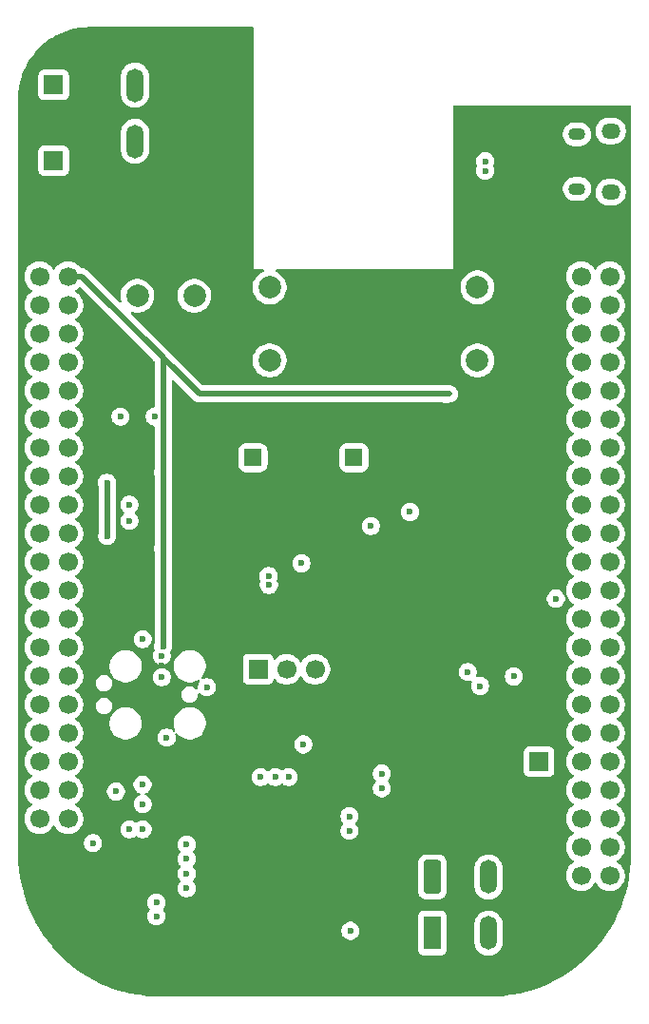
<source format=gbr>
%TF.GenerationSoftware,KiCad,Pcbnew,9.0.6+1*%
%TF.CreationDate,2025-12-07T10:11:00+00:00*%
%TF.ProjectId,com4bbb,636f6d34-6262-4622-9e6b-696361645f70,0.2*%
%TF.SameCoordinates,Original*%
%TF.FileFunction,Copper,L4,Bot*%
%TF.FilePolarity,Positive*%
%FSLAX46Y46*%
G04 Gerber Fmt 4.6, Leading zero omitted, Abs format (unit mm)*
G04 Created by KiCad (PCBNEW 9.0.6+1) date 2025-12-07 10:11:00*
%MOMM*%
%LPD*%
G01*
G04 APERTURE LIST*
G04 Aperture macros list*
%AMRoundRect*
0 Rectangle with rounded corners*
0 $1 Rounding radius*
0 $2 $3 $4 $5 $6 $7 $8 $9 X,Y pos of 4 corners*
0 Add a 4 corners polygon primitive as box body*
4,1,4,$2,$3,$4,$5,$6,$7,$8,$9,$2,$3,0*
0 Add four circle primitives for the rounded corners*
1,1,$1+$1,$2,$3*
1,1,$1+$1,$4,$5*
1,1,$1+$1,$6,$7*
1,1,$1+$1,$8,$9*
0 Add four rect primitives between the rounded corners*
20,1,$1+$1,$2,$3,$4,$5,0*
20,1,$1+$1,$4,$5,$6,$7,0*
20,1,$1+$1,$6,$7,$8,$9,0*
20,1,$1+$1,$8,$9,$2,$3,0*%
G04 Aperture macros list end*
%TA.AperFunction,ComponentPad*%
%ADD10R,1.700000X1.700000*%
%TD*%
%TA.AperFunction,ComponentPad*%
%ADD11C,1.700000*%
%TD*%
%TA.AperFunction,ComponentPad*%
%ADD12RoundRect,0.250001X-0.499999X-1.249999X0.499999X-1.249999X0.499999X1.249999X-0.499999X1.249999X0*%
%TD*%
%TA.AperFunction,ComponentPad*%
%ADD13R,1.500000X3.000000*%
%TD*%
%TA.AperFunction,ComponentPad*%
%ADD14O,1.500000X3.000000*%
%TD*%
%TA.AperFunction,ComponentPad*%
%ADD15C,2.000000*%
%TD*%
%TA.AperFunction,ComponentPad*%
%ADD16RoundRect,0.250001X0.499999X1.249999X-0.499999X1.249999X-0.499999X-1.249999X0.499999X-1.249999X0*%
%TD*%
%TA.AperFunction,ComponentPad*%
%ADD17RoundRect,0.250000X0.550000X-0.550000X0.550000X0.550000X-0.550000X0.550000X-0.550000X-0.550000X0*%
%TD*%
%TA.AperFunction,ComponentPad*%
%ADD18C,1.600000*%
%TD*%
%TA.AperFunction,HeatsinkPad*%
%ADD19O,1.700000X1.350000*%
%TD*%
%TA.AperFunction,HeatsinkPad*%
%ADD20O,1.500000X1.100000*%
%TD*%
%TA.AperFunction,ViaPad*%
%ADD21C,0.600000*%
%TD*%
%TA.AperFunction,Conductor*%
%ADD22C,0.500000*%
%TD*%
%TA.AperFunction,Conductor*%
%ADD23C,0.250000*%
%TD*%
G04 APERTURE END LIST*
D10*
%TO.P,P8,1,Pin_1*%
%TO.N,GNDD*%
X164630100Y-62382400D03*
D11*
%TO.P,P8,2,Pin_2*%
X167170100Y-62382400D03*
%TO.P,P8,3,Pin_3*%
%TO.N,unconnected-(P8-Pin_3-Pad3)*%
X164630100Y-64922400D03*
%TO.P,P8,4,Pin_4*%
%TO.N,unconnected-(P8-Pin_4-Pad4)*%
X167170100Y-64922400D03*
%TO.P,P8,5,Pin_5*%
%TO.N,unconnected-(P8-Pin_5-Pad5)*%
X164630100Y-67462400D03*
%TO.P,P8,6,Pin_6*%
%TO.N,unconnected-(P8-Pin_6-Pad6)*%
X167170100Y-67462400D03*
%TO.P,P8,7,Pin_7*%
%TO.N,/LED0*%
X164630100Y-70002400D03*
%TO.P,P8,8,Pin_8*%
%TO.N,/LED1*%
X167170100Y-70002400D03*
%TO.P,P8,9,Pin_9*%
%TO.N,/LED2*%
X164630100Y-72542400D03*
%TO.P,P8,10,Pin_10*%
%TO.N,/LED3*%
X167170100Y-72542400D03*
%TO.P,P8,11,Pin_11*%
%TO.N,/LED4*%
X164630100Y-75082400D03*
%TO.P,P8,12,Pin_12*%
%TO.N,/LED5*%
X167170100Y-75082400D03*
%TO.P,P8,13,Pin_13*%
%TO.N,/LED6*%
X164630100Y-77622400D03*
%TO.P,P8,14,Pin_14*%
%TO.N,/LED7*%
X167170100Y-77622400D03*
%TO.P,P8,15,Pin_15*%
%TO.N,/LED8*%
X164630100Y-80162400D03*
%TO.P,P8,16,Pin_16*%
%TO.N,/LED9*%
X167170100Y-80162400D03*
%TO.P,P8,17,Pin_17*%
%TO.N,/LED10*%
X164630100Y-82702400D03*
%TO.P,P8,18,Pin_18*%
%TO.N,/LED11*%
X167170100Y-82702400D03*
%TO.P,P8,19,Pin_19*%
%TO.N,/LED12*%
X164630100Y-85242400D03*
%TO.P,P8,20,Pin_20*%
%TO.N,unconnected-(P8-Pin_20-Pad20)*%
X167170100Y-85242400D03*
%TO.P,P8,21,Pin_21*%
%TO.N,unconnected-(P8-Pin_21-Pad21)*%
X164630100Y-87782400D03*
%TO.P,P8,22,Pin_22*%
%TO.N,unconnected-(P8-Pin_22-Pad22)*%
X167170100Y-87782400D03*
%TO.P,P8,23,Pin_23*%
%TO.N,unconnected-(P8-Pin_23-Pad23)*%
X164630100Y-90322400D03*
%TO.P,P8,24,Pin_24*%
%TO.N,unconnected-(P8-Pin_24-Pad24)*%
X167170100Y-90322400D03*
%TO.P,P8,25,Pin_25*%
%TO.N,unconnected-(P8-Pin_25-Pad25)*%
X164630100Y-92862400D03*
%TO.P,P8,26,Pin_26*%
%TO.N,/DE{slash}~{RE}*%
X167170100Y-92862400D03*
%TO.P,P8,27,Pin_27*%
%TO.N,unconnected-(P8-Pin_27-Pad27)*%
X164630100Y-95402400D03*
%TO.P,P8,28,Pin_28*%
%TO.N,unconnected-(P8-Pin_28-Pad28)*%
X167170100Y-95402400D03*
%TO.P,P8,29,Pin_29*%
%TO.N,unconnected-(P8-Pin_29-Pad29)*%
X164630100Y-97942400D03*
%TO.P,P8,30,Pin_30*%
%TO.N,unconnected-(P8-Pin_30-Pad30)*%
X167170100Y-97942400D03*
%TO.P,P8,31,Pin_31*%
%TO.N,unconnected-(P8-Pin_31-Pad31)*%
X164630100Y-100482400D03*
%TO.P,P8,32,Pin_32*%
%TO.N,unconnected-(P8-Pin_32-Pad32)*%
X167170100Y-100482400D03*
%TO.P,P8,33,Pin_33*%
%TO.N,unconnected-(P8-Pin_33-Pad33)*%
X164630100Y-103022400D03*
%TO.P,P8,34,Pin_34*%
%TO.N,unconnected-(P8-Pin_34-Pad34)*%
X167170100Y-103022400D03*
%TO.P,P8,35,Pin_35*%
%TO.N,unconnected-(P8-Pin_35-Pad35)*%
X164630100Y-105562400D03*
%TO.P,P8,36,Pin_36*%
%TO.N,unconnected-(P8-Pin_36-Pad36)*%
X167170100Y-105562400D03*
%TO.P,P8,37,Pin_37*%
%TO.N,unconnected-(P8-Pin_37-Pad37)*%
X164630100Y-108102400D03*
%TO.P,P8,38,Pin_38*%
%TO.N,unconnected-(P8-Pin_38-Pad38)*%
X167170100Y-108102400D03*
%TO.P,P8,39,Pin_39*%
%TO.N,unconnected-(P8-Pin_39-Pad39)*%
X164630100Y-110642400D03*
%TO.P,P8,40,Pin_40*%
%TO.N,unconnected-(P8-Pin_40-Pad40)*%
X167170100Y-110642400D03*
%TO.P,P8,41,Pin_41*%
%TO.N,unconnected-(P8-Pin_41-Pad41)*%
X164630100Y-113182400D03*
%TO.P,P8,42,Pin_42*%
%TO.N,unconnected-(P8-Pin_42-Pad42)*%
X167170100Y-113182400D03*
%TO.P,P8,43,Pin_43*%
%TO.N,unconnected-(P8-Pin_43-Pad43)*%
X164630100Y-115722400D03*
%TO.P,P8,44,Pin_44*%
%TO.N,unconnected-(P8-Pin_44-Pad44)*%
X167170100Y-115722400D03*
%TO.P,P8,45,Pin_45*%
%TO.N,unconnected-(P8-Pin_45-Pad45)*%
X164630100Y-118262400D03*
%TO.P,P8,46,Pin_46*%
%TO.N,unconnected-(P8-Pin_46-Pad46)*%
X167170100Y-118262400D03*
%TD*%
D10*
%TO.P,P9,1,Pin_1*%
%TO.N,GNDD*%
X116370100Y-62382400D03*
D11*
%TO.P,P9,2,Pin_2*%
X118910100Y-62382400D03*
%TO.P,P9,3,Pin_3*%
%TO.N,+3V3*%
X116370100Y-64922400D03*
%TO.P,P9,4,Pin_4*%
X118910100Y-64922400D03*
%TO.P,P9,5,Pin_5*%
%TO.N,+5V*%
X116370100Y-67462400D03*
%TO.P,P9,6,Pin_6*%
X118910100Y-67462400D03*
%TO.P,P9,7,Pin_7*%
%TO.N,SYS_5V*%
X116370100Y-70002400D03*
%TO.P,P9,8,Pin_8*%
X118910100Y-70002400D03*
%TO.P,P9,9,Pin_9*%
%TO.N,PWR_BUT*%
X116370100Y-72542400D03*
%TO.P,P9,10,Pin_10*%
%TO.N,SYS_RESETN*%
X118910100Y-72542400D03*
%TO.P,P9,11,Pin_11*%
%TO.N,/UART4_RXD*%
X116370100Y-75082400D03*
%TO.P,P9,12,Pin_12*%
%TO.N,/GPIO_60*%
X118910100Y-75082400D03*
%TO.P,P9,13,Pin_13*%
%TO.N,/UART4_TXD*%
X116370100Y-77622400D03*
%TO.P,P9,14,Pin_14*%
%TO.N,/RTC_INT*%
X118910100Y-77622400D03*
%TO.P,P9,15,Pin_15*%
%TO.N,/PPS*%
X116370100Y-80162400D03*
%TO.P,P9,16,Pin_16*%
%TO.N,/DCF77*%
X118910100Y-80162400D03*
%TO.P,P9,17,Pin_17*%
%TO.N,/SPI0_CS0*%
X116370100Y-82702400D03*
%TO.P,P9,18,Pin_18*%
%TO.N,/SPI0_D1*%
X118910100Y-82702400D03*
%TO.P,P9,19,Pin_19*%
%TO.N,/SCL*%
X116370100Y-85242400D03*
%TO.P,P9,20,Pin_20*%
%TO.N,/SDA*%
X118910100Y-85242400D03*
%TO.P,P9,21,Pin_21*%
%TO.N,/SPI0_D0*%
X116370100Y-87782400D03*
%TO.P,P9,22,Pin_22*%
%TO.N,/SPI0_SCLK*%
X118910100Y-87782400D03*
%TO.P,P9,23,Pin_23*%
%TO.N,unconnected-(P9-Pin_23-Pad23)*%
X116370100Y-90322400D03*
%TO.P,P9,24,Pin_24*%
%TO.N,/UART1_TXD*%
X118910100Y-90322400D03*
%TO.P,P9,25,Pin_25*%
%TO.N,unconnected-(P9-Pin_25-Pad25)*%
X116370100Y-92862400D03*
%TO.P,P9,26,Pin_26*%
%TO.N,/UART1_RXD*%
X118910100Y-92862400D03*
%TO.P,P9,27,Pin_27*%
%TO.N,/GPIO_125*%
X116370100Y-95402400D03*
%TO.P,P9,28,Pin_28*%
%TO.N,unconnected-(P9-Pin_28-Pad28)*%
X118910100Y-95402400D03*
%TO.P,P9,29,Pin_29*%
%TO.N,unconnected-(P9-Pin_29-Pad29)*%
X116370100Y-97942400D03*
%TO.P,P9,30,Pin_30*%
%TO.N,/GPIO_122*%
X118910100Y-97942400D03*
%TO.P,P9,31,Pin_31*%
%TO.N,unconnected-(P9-Pin_31-Pad31)*%
X116370100Y-100482400D03*
%TO.P,P9,32,Pin_32*%
%TO.N,VDD_ADC*%
X118910100Y-100482400D03*
%TO.P,P9,33,Pin_33*%
%TO.N,unconnected-(P9-Pin_33-Pad33)*%
X116370100Y-103022400D03*
%TO.P,P9,34,Pin_34*%
%TO.N,GNDA_ADC*%
X118910100Y-103022400D03*
%TO.P,P9,35,Pin_35*%
%TO.N,unconnected-(P9-Pin_35-Pad35)*%
X116370100Y-105562400D03*
%TO.P,P9,36,Pin_36*%
%TO.N,unconnected-(P9-Pin_36-Pad36)*%
X118910100Y-105562400D03*
%TO.P,P9,37,Pin_37*%
%TO.N,unconnected-(P9-Pin_37-Pad37)*%
X116370100Y-108102400D03*
%TO.P,P9,38,Pin_38*%
%TO.N,unconnected-(P9-Pin_38-Pad38)*%
X118910100Y-108102400D03*
%TO.P,P9,39,Pin_39*%
%TO.N,unconnected-(P9-Pin_39-Pad39)*%
X116370100Y-110642400D03*
%TO.P,P9,40,Pin_40*%
%TO.N,unconnected-(P9-Pin_40-Pad40)*%
X118910100Y-110642400D03*
%TO.P,P9,41,Pin_41*%
%TO.N,/GPIO_20*%
X116370100Y-113182400D03*
%TO.P,P9,42,Pin_42*%
%TO.N,/PPS_OUT*%
X118910100Y-113182400D03*
%TO.P,P9,43,Pin_43*%
%TO.N,GNDD*%
X116370100Y-115722400D03*
%TO.P,P9,44,Pin_44*%
X118910100Y-115722400D03*
%TO.P,P9,45,Pin_45*%
X116370100Y-118262400D03*
%TO.P,P9,46,Pin_46*%
X118910100Y-118262400D03*
%TD*%
D12*
%TO.P,J101,1,Pin_1*%
%TO.N,Net-(J101-Pin_1)*%
X151370100Y-118382400D03*
D13*
X151370100Y-123382400D03*
D14*
%TO.P,J101,2,Pin_2*%
%TO.N,Net-(J101-Pin_2)*%
X156370100Y-118382400D03*
X156370100Y-123382400D03*
%TD*%
D15*
%TO.P,SW101,1,1*%
%TO.N,SYS_RESETN*%
X155370100Y-72382400D03*
X155370100Y-65882400D03*
%TO.P,SW101,2,2*%
%TO.N,GNDD*%
X159870100Y-72382400D03*
X159870100Y-65882400D03*
%TD*%
%TO.P,SW102,1,1*%
%TO.N,PWR_BUT*%
X136870100Y-72382400D03*
X136870100Y-65882400D03*
%TO.P,SW102,2,2*%
%TO.N,GNDD*%
X141370100Y-72382400D03*
X141370100Y-65882400D03*
%TD*%
D16*
%TO.P,J102,1,Pin_1*%
%TO.N,GNDD*%
X129870100Y-52882400D03*
D13*
X129870100Y-47882400D03*
D14*
%TO.P,J102,2,Pin_2*%
%TO.N,Net-(D114-A)*%
X124870100Y-52882400D03*
X124870100Y-47882400D03*
%TD*%
D15*
%TO.P,U102,1,Vin*%
%TO.N,Net-(D114-K)*%
X130160100Y-66632400D03*
%TO.P,U102,2,GND*%
%TO.N,GNDD*%
X127620100Y-66632400D03*
%TO.P,U102,3,Vout*%
%TO.N,+5V*%
X125080100Y-66632400D03*
%TD*%
D17*
%TO.P,C103,1*%
%TO.N,/Vbat*%
X135370100Y-81035051D03*
D18*
%TO.P,C103,2*%
%TO.N,GNDD*%
X135370100Y-77535051D03*
%TD*%
D10*
%TO.P,J103,1,Pin_1*%
%TO.N,/DCF77*%
X117620100Y-54607400D03*
D11*
%TO.P,J103,2,Pin_2*%
%TO.N,GNDD*%
X117620100Y-57147400D03*
%TD*%
D10*
%TO.P,J104,1,Pin_1*%
%TO.N,/PPS*%
X117620100Y-47857400D03*
D11*
%TO.P,J104,2,Pin_2*%
%TO.N,GNDD*%
X117620100Y-50397400D03*
%TD*%
D17*
%TO.P,C104,1*%
%TO.N,/Vbat*%
X144370100Y-81035051D03*
D18*
%TO.P,C104,2*%
%TO.N,GNDD*%
X144370100Y-77535051D03*
%TD*%
D19*
%TO.P,J201,6,Shield*%
%TO.N,Net-(J201-Shield)*%
X167250100Y-57412400D03*
D20*
X164250100Y-57102400D03*
X164250100Y-52262400D03*
D19*
X167250100Y-51952400D03*
%TD*%
D10*
%TO.P,J105,1,Pin_1*%
%TO.N,Net-(J105-Pin_1)*%
X160870100Y-108107400D03*
D11*
%TO.P,J105,2,Pin_2*%
%TO.N,GNDD*%
X160870100Y-110647400D03*
%TD*%
D10*
%TO.P,JP203,1,A*%
%TO.N,/ESP32/~{RST}*%
X135830100Y-99882400D03*
D11*
%TO.P,JP203,2,C*%
%TO.N,Net-(JP203-C)*%
X138370100Y-99882400D03*
%TO.P,JP203,3,B*%
%TO.N,/GPIO_125*%
X140910100Y-99882400D03*
%TD*%
D21*
%TO.N,GNDD*%
X133770100Y-125882400D03*
X122620100Y-74882400D03*
X130270100Y-123482400D03*
X129870100Y-91582400D03*
X121370100Y-69632400D03*
X128870100Y-80082400D03*
X128570100Y-85382400D03*
X123120100Y-70132400D03*
X127245100Y-99582400D03*
X163170100Y-53382400D03*
X148120100Y-107882400D03*
X120870100Y-95582400D03*
X144120100Y-101132400D03*
X120870100Y-82632400D03*
X120870100Y-87382400D03*
X135870100Y-104882400D03*
X121120100Y-72382400D03*
X141470100Y-125582400D03*
X120870100Y-89682400D03*
X124370100Y-91882400D03*
X123120100Y-72632400D03*
X134370100Y-120882400D03*
X121170100Y-84182400D03*
X121120100Y-74632400D03*
X132370100Y-97632400D03*
X157270100Y-55082400D03*
X137120100Y-113132400D03*
X122070100Y-99382400D03*
X121620100Y-80132400D03*
X137370100Y-97382400D03*
X142970100Y-117582400D03*
%TO.N,+3V3*%
X152620100Y-75382400D03*
X127370100Y-97828400D03*
X127370100Y-82382400D03*
X127370100Y-89132400D03*
%TO.N,+5V*%
X162370100Y-93601400D03*
%TO.N,SYS_RESETN*%
X149370100Y-85882400D03*
%TO.N,/SPI0_D1*%
X124370100Y-114132400D03*
%TO.N,/SPI0_D0*%
X123170099Y-110772399D03*
%TO.N,/GPIO_60*%
X143970100Y-114282400D03*
%TO.N,/SPI0_CS0*%
X139870100Y-106582400D03*
X125544100Y-97203400D03*
%TO.N,/SCL*%
X124370100Y-86682400D03*
X136797652Y-92381928D03*
X139687042Y-90449342D03*
%TO.N,/SDA*%
X136770100Y-91582400D03*
X124370100Y-85242400D03*
%TO.N,/SPI0_SCLK*%
X125537012Y-110162188D03*
X137370100Y-109482400D03*
%TO.N,/UART1_RXD*%
X155620100Y-101382400D03*
%TO.N,/GPIO_20*%
X143970100Y-112982400D03*
%TO.N,/DE{slash}~{RE}*%
X154520336Y-100130796D03*
%TO.N,/ESP32/TCK*%
X129470100Y-115482400D03*
X127245100Y-98682400D03*
%TO.N,/ESP32/TDI*%
X129470100Y-118082400D03*
X127696100Y-105982400D03*
%TO.N,/ESP32/TDO*%
X131270100Y-101482400D03*
X129470100Y-116782400D03*
%TO.N,/ESP32/TMS*%
X127245100Y-100582400D03*
X129470100Y-119382400D03*
%TO.N,Net-(JP104-A)*%
X122385100Y-88017400D03*
X122370100Y-83282400D03*
%TO.N,Net-(JP201-C)*%
X123570100Y-77382400D03*
X126770100Y-121882400D03*
%TO.N,Net-(JP202-C)*%
X126620100Y-77382400D03*
X126770100Y-120682400D03*
%TO.N,Net-(JP203-C)*%
X144070100Y-123182400D03*
%TO.N,Net-(JP204-C)*%
X138570100Y-109482400D03*
X125544100Y-114133400D03*
%TO.N,Net-(JP205-C)*%
X125544100Y-111882400D03*
X136070100Y-109482400D03*
%TO.N,/ESP32/D+*%
X146870100Y-109182400D03*
X156070100Y-54657400D03*
%TO.N,/ESP32/D-*%
X156070100Y-55507400D03*
X146870100Y-110482400D03*
%TO.N,/RTC_INT*%
X145870100Y-87132400D03*
%TO.N,/PPS_OUT*%
X121120100Y-115382400D03*
X158620100Y-100517698D03*
%TD*%
D22*
%TO.N,+3V3*%
X127370100Y-87382400D02*
X127370100Y-89132400D01*
X127370100Y-87382400D02*
X127370100Y-97828400D01*
X127370100Y-72161086D02*
X127370100Y-82382400D01*
X120131414Y-64922400D02*
X130591414Y-75382400D01*
X118910100Y-64922400D02*
X120131414Y-64922400D01*
X120131414Y-64922400D02*
X127370100Y-72161086D01*
X127370100Y-82382400D02*
X127370100Y-87382400D01*
D23*
X127245100Y-97828400D02*
X127245100Y-89257400D01*
X127245100Y-89257400D02*
X127370100Y-89132400D01*
D22*
X130591414Y-75382400D02*
X152911100Y-75382400D01*
%TO.N,Net-(JP104-A)*%
X122370100Y-83282400D02*
X122370100Y-88002400D01*
X122370100Y-88002400D02*
X122385100Y-88017400D01*
%TD*%
%TA.AperFunction,Conductor*%
%TO.N,GNDD*%
G36*
X135377521Y-42718077D02*
G01*
X135413485Y-42767577D01*
X135418330Y-42798170D01*
X135418330Y-64286667D01*
X135418330Y-64288133D01*
X135419367Y-64289170D01*
X135419368Y-64289170D01*
X136266886Y-64289170D01*
X136325077Y-64308077D01*
X136361041Y-64357577D01*
X136361041Y-64418763D01*
X136325077Y-64468263D01*
X136297479Y-64482325D01*
X136291036Y-64484418D01*
X136079475Y-64592213D01*
X135887379Y-64731779D01*
X135719479Y-64899679D01*
X135579913Y-65091775D01*
X135472118Y-65303336D01*
X135398742Y-65529163D01*
X135361600Y-65763674D01*
X135361600Y-66001125D01*
X135398742Y-66235636D01*
X135472118Y-66461463D01*
X135531188Y-66577396D01*
X135579915Y-66673027D01*
X135719480Y-66865122D01*
X135887378Y-67033020D01*
X136079473Y-67172585D01*
X136291037Y-67280382D01*
X136516859Y-67353756D01*
X136516860Y-67353756D01*
X136516863Y-67353757D01*
X136751375Y-67390900D01*
X136751378Y-67390900D01*
X136988825Y-67390900D01*
X137223336Y-67353757D01*
X137223337Y-67353756D01*
X137223341Y-67353756D01*
X137449163Y-67280382D01*
X137660727Y-67172585D01*
X137852822Y-67033020D01*
X138020720Y-66865122D01*
X138160285Y-66673027D01*
X138268082Y-66461463D01*
X138341456Y-66235641D01*
X138348305Y-66192400D01*
X138378600Y-66001125D01*
X138378600Y-65763674D01*
X153861600Y-65763674D01*
X153861600Y-66001125D01*
X153898742Y-66235636D01*
X153972118Y-66461463D01*
X154031188Y-66577396D01*
X154079915Y-66673027D01*
X154219480Y-66865122D01*
X154387378Y-67033020D01*
X154579473Y-67172585D01*
X154791037Y-67280382D01*
X155016859Y-67353756D01*
X155016860Y-67353756D01*
X155016863Y-67353757D01*
X155251375Y-67390900D01*
X155251378Y-67390900D01*
X155488825Y-67390900D01*
X155723336Y-67353757D01*
X155723337Y-67353756D01*
X155723341Y-67353756D01*
X155949163Y-67280382D01*
X156160727Y-67172585D01*
X156352822Y-67033020D01*
X156520720Y-66865122D01*
X156660285Y-66673027D01*
X156768082Y-66461463D01*
X156841456Y-66235641D01*
X156848305Y-66192400D01*
X156878600Y-66001125D01*
X156878600Y-65763674D01*
X156841457Y-65529163D01*
X156841456Y-65529159D01*
X156768082Y-65303337D01*
X156660285Y-65091773D01*
X156520720Y-64899678D01*
X156436522Y-64815480D01*
X163271600Y-64815480D01*
X163271600Y-65029319D01*
X163305050Y-65240513D01*
X163371127Y-65443881D01*
X163468203Y-65634405D01*
X163468206Y-65634409D01*
X163593894Y-65807404D01*
X163745096Y-65958606D01*
X163918091Y-66084294D01*
X163918093Y-66084295D01*
X163957139Y-66104190D01*
X164000404Y-66147455D01*
X164009975Y-66207887D01*
X163982198Y-66262404D01*
X163957139Y-66280610D01*
X163918093Y-66300504D01*
X163745097Y-66426193D01*
X163593893Y-66577397D01*
X163468204Y-66750393D01*
X163371127Y-66940918D01*
X163305050Y-67144286D01*
X163271600Y-67355480D01*
X163271600Y-67569319D01*
X163305050Y-67780513D01*
X163371127Y-67983881D01*
X163468203Y-68174405D01*
X163468206Y-68174409D01*
X163593894Y-68347404D01*
X163745096Y-68498606D01*
X163918091Y-68624294D01*
X163918093Y-68624295D01*
X163957139Y-68644190D01*
X164000404Y-68687455D01*
X164009975Y-68747887D01*
X163982198Y-68802404D01*
X163957139Y-68820610D01*
X163918093Y-68840504D01*
X163745097Y-68966193D01*
X163593893Y-69117397D01*
X163468204Y-69290393D01*
X163371127Y-69480918D01*
X163305050Y-69684286D01*
X163271600Y-69895480D01*
X163271600Y-70109319D01*
X163305050Y-70320513D01*
X163371127Y-70523881D01*
X163468203Y-70714405D01*
X163468206Y-70714409D01*
X163593894Y-70887404D01*
X163745096Y-71038606D01*
X163918091Y-71164294D01*
X163918093Y-71164295D01*
X163957139Y-71184190D01*
X164000404Y-71227455D01*
X164009975Y-71287887D01*
X163982198Y-71342404D01*
X163957139Y-71360610D01*
X163918093Y-71380504D01*
X163745097Y-71506193D01*
X163593893Y-71657397D01*
X163468204Y-71830393D01*
X163371127Y-72020918D01*
X163305050Y-72224286D01*
X163271600Y-72435480D01*
X163271600Y-72649319D01*
X163305050Y-72860513D01*
X163371127Y-73063881D01*
X163468203Y-73254405D01*
X163468206Y-73254409D01*
X163593894Y-73427404D01*
X163745096Y-73578606D01*
X163918091Y-73704294D01*
X163918093Y-73704295D01*
X163957139Y-73724190D01*
X164000404Y-73767455D01*
X164009975Y-73827887D01*
X163982198Y-73882404D01*
X163957139Y-73900610D01*
X163918093Y-73920504D01*
X163745097Y-74046193D01*
X163593893Y-74197397D01*
X163468204Y-74370393D01*
X163371127Y-74560918D01*
X163305050Y-74764286D01*
X163271600Y-74975480D01*
X163271600Y-75189319D01*
X163305050Y-75400513D01*
X163371127Y-75603881D01*
X163468203Y-75794405D01*
X163468206Y-75794409D01*
X163593894Y-75967404D01*
X163745096Y-76118606D01*
X163918091Y-76244294D01*
X163918093Y-76244295D01*
X163957139Y-76264190D01*
X164000404Y-76307455D01*
X164009975Y-76367887D01*
X163982198Y-76422404D01*
X163957139Y-76440610D01*
X163918093Y-76460504D01*
X163745097Y-76586193D01*
X163593893Y-76737397D01*
X163468204Y-76910393D01*
X163371127Y-77100918D01*
X163305050Y-77304286D01*
X163271600Y-77515480D01*
X163271600Y-77729319D01*
X163305050Y-77940513D01*
X163371127Y-78143881D01*
X163468203Y-78334405D01*
X163468206Y-78334409D01*
X163593894Y-78507404D01*
X163745096Y-78658606D01*
X163918091Y-78784294D01*
X163918093Y-78784295D01*
X163957139Y-78804190D01*
X164000404Y-78847455D01*
X164009975Y-78907887D01*
X163982198Y-78962404D01*
X163957139Y-78980610D01*
X163918093Y-79000504D01*
X163745097Y-79126193D01*
X163593893Y-79277397D01*
X163468204Y-79450393D01*
X163371127Y-79640918D01*
X163305050Y-79844286D01*
X163271600Y-80055480D01*
X163271600Y-80269319D01*
X163305050Y-80480513D01*
X163371127Y-80683881D01*
X163468203Y-80874405D01*
X163468206Y-80874409D01*
X163593894Y-81047404D01*
X163745096Y-81198606D01*
X163918091Y-81324294D01*
X163918093Y-81324295D01*
X163957139Y-81344190D01*
X164000404Y-81387455D01*
X164009975Y-81447887D01*
X163982198Y-81502404D01*
X163957139Y-81520610D01*
X163918093Y-81540504D01*
X163745097Y-81666193D01*
X163593893Y-81817397D01*
X163468204Y-81990393D01*
X163371127Y-82180918D01*
X163305050Y-82384286D01*
X163271600Y-82595480D01*
X163271600Y-82809319D01*
X163305050Y-83020513D01*
X163371127Y-83223881D01*
X163468203Y-83414405D01*
X163468206Y-83414409D01*
X163593894Y-83587404D01*
X163745096Y-83738606D01*
X163918091Y-83864294D01*
X163918093Y-83864295D01*
X163957139Y-83884190D01*
X164000404Y-83927455D01*
X164009975Y-83987887D01*
X163982198Y-84042404D01*
X163957139Y-84060610D01*
X163918093Y-84080504D01*
X163745097Y-84206193D01*
X163593893Y-84357397D01*
X163468204Y-84530393D01*
X163371127Y-84720918D01*
X163305050Y-84924286D01*
X163271600Y-85135480D01*
X163271600Y-85349319D01*
X163305050Y-85560513D01*
X163371127Y-85763881D01*
X163468203Y-85954405D01*
X163468206Y-85954409D01*
X163593894Y-86127404D01*
X163745096Y-86278606D01*
X163918091Y-86404294D01*
X163918093Y-86404295D01*
X163957139Y-86424190D01*
X164000404Y-86467455D01*
X164009975Y-86527887D01*
X163982198Y-86582404D01*
X163957139Y-86600610D01*
X163918093Y-86620504D01*
X163745097Y-86746193D01*
X163593893Y-86897397D01*
X163468204Y-87070393D01*
X163371127Y-87260918D01*
X163305050Y-87464286D01*
X163271600Y-87675480D01*
X163271600Y-87889319D01*
X163305050Y-88100513D01*
X163371127Y-88303881D01*
X163468203Y-88494405D01*
X163468206Y-88494409D01*
X163593894Y-88667404D01*
X163745096Y-88818606D01*
X163918091Y-88944294D01*
X163918093Y-88944295D01*
X163957139Y-88964190D01*
X164000404Y-89007455D01*
X164009975Y-89067887D01*
X163982198Y-89122404D01*
X163957139Y-89140610D01*
X163918093Y-89160504D01*
X163745097Y-89286193D01*
X163593893Y-89437397D01*
X163468204Y-89610393D01*
X163371127Y-89800918D01*
X163305050Y-90004286D01*
X163271600Y-90215480D01*
X163271600Y-90429319D01*
X163305050Y-90640513D01*
X163371127Y-90843881D01*
X163468203Y-91034405D01*
X163468206Y-91034409D01*
X163593894Y-91207404D01*
X163745096Y-91358606D01*
X163918091Y-91484294D01*
X163918093Y-91484295D01*
X163957139Y-91504190D01*
X164000404Y-91547455D01*
X164009975Y-91607887D01*
X163982198Y-91662404D01*
X163957139Y-91680610D01*
X163918093Y-91700504D01*
X163745097Y-91826193D01*
X163593893Y-91977397D01*
X163468204Y-92150393D01*
X163371127Y-92340918D01*
X163305050Y-92544286D01*
X163271600Y-92755480D01*
X163271600Y-92969319D01*
X163305050Y-93180513D01*
X163371127Y-93383881D01*
X163468203Y-93574405D01*
X163468206Y-93574409D01*
X163593894Y-93747404D01*
X163745096Y-93898606D01*
X163918091Y-94024294D01*
X163918093Y-94024295D01*
X163957139Y-94044190D01*
X164000404Y-94087455D01*
X164009975Y-94147887D01*
X163982198Y-94202404D01*
X163957139Y-94220610D01*
X163918093Y-94240504D01*
X163745097Y-94366193D01*
X163593893Y-94517397D01*
X163468204Y-94690393D01*
X163371127Y-94880918D01*
X163305050Y-95084286D01*
X163271600Y-95295480D01*
X163271600Y-95509319D01*
X163305050Y-95720513D01*
X163371127Y-95923881D01*
X163468203Y-96114405D01*
X163468206Y-96114409D01*
X163593894Y-96287404D01*
X163745096Y-96438606D01*
X163918091Y-96564294D01*
X163918093Y-96564295D01*
X163957139Y-96584190D01*
X164000404Y-96627455D01*
X164009975Y-96687887D01*
X163982198Y-96742404D01*
X163957139Y-96760610D01*
X163918093Y-96780504D01*
X163745097Y-96906193D01*
X163593893Y-97057397D01*
X163468204Y-97230393D01*
X163371127Y-97420918D01*
X163305050Y-97624286D01*
X163271600Y-97835480D01*
X163271600Y-98049319D01*
X163305050Y-98260513D01*
X163371127Y-98463881D01*
X163468203Y-98654405D01*
X163468206Y-98654409D01*
X163593894Y-98827404D01*
X163745096Y-98978606D01*
X163918091Y-99104294D01*
X163918093Y-99104295D01*
X163957139Y-99124190D01*
X164000404Y-99167455D01*
X164009975Y-99227887D01*
X163982198Y-99282404D01*
X163957139Y-99300610D01*
X163918093Y-99320504D01*
X163745097Y-99446193D01*
X163593893Y-99597397D01*
X163468204Y-99770393D01*
X163371127Y-99960918D01*
X163305050Y-100164286D01*
X163271600Y-100375480D01*
X163271600Y-100589319D01*
X163305050Y-100800513D01*
X163371127Y-101003881D01*
X163468203Y-101194405D01*
X163468206Y-101194409D01*
X163593894Y-101367404D01*
X163745096Y-101518606D01*
X163918091Y-101644294D01*
X163918093Y-101644295D01*
X163957139Y-101664190D01*
X164000404Y-101707455D01*
X164009975Y-101767887D01*
X163982198Y-101822404D01*
X163957139Y-101840610D01*
X163918093Y-101860504D01*
X163745097Y-101986193D01*
X163593893Y-102137397D01*
X163468204Y-102310393D01*
X163371127Y-102500918D01*
X163305050Y-102704286D01*
X163271600Y-102915480D01*
X163271600Y-103129319D01*
X163305050Y-103340513D01*
X163371127Y-103543881D01*
X163468203Y-103734405D01*
X163468206Y-103734409D01*
X163593894Y-103907404D01*
X163745096Y-104058606D01*
X163918091Y-104184294D01*
X163918093Y-104184295D01*
X163957139Y-104204190D01*
X164000404Y-104247455D01*
X164009975Y-104307887D01*
X163982198Y-104362404D01*
X163957139Y-104380610D01*
X163918093Y-104400504D01*
X163745097Y-104526193D01*
X163593893Y-104677397D01*
X163468204Y-104850393D01*
X163371127Y-105040918D01*
X163305050Y-105244286D01*
X163271600Y-105455480D01*
X163271600Y-105669319D01*
X163305050Y-105880513D01*
X163371127Y-106083881D01*
X163468203Y-106274405D01*
X163468206Y-106274409D01*
X163593894Y-106447404D01*
X163745096Y-106598606D01*
X163918091Y-106724294D01*
X163918093Y-106724295D01*
X163957139Y-106744190D01*
X164000404Y-106787455D01*
X164009975Y-106847887D01*
X163982198Y-106902404D01*
X163957139Y-106920610D01*
X163918093Y-106940504D01*
X163745097Y-107066193D01*
X163593893Y-107217397D01*
X163468204Y-107390393D01*
X163371127Y-107580918D01*
X163305050Y-107784286D01*
X163271600Y-107995480D01*
X163271600Y-108209319D01*
X163305050Y-108420513D01*
X163371127Y-108623881D01*
X163468203Y-108814405D01*
X163468206Y-108814409D01*
X163593894Y-108987404D01*
X163745096Y-109138606D01*
X163918091Y-109264294D01*
X163918093Y-109264295D01*
X163957139Y-109284190D01*
X164000404Y-109327455D01*
X164009975Y-109387887D01*
X163982198Y-109442404D01*
X163957139Y-109460610D01*
X163918093Y-109480504D01*
X163745097Y-109606193D01*
X163593893Y-109757397D01*
X163468204Y-109930393D01*
X163371127Y-110120918D01*
X163305050Y-110324286D01*
X163271600Y-110535480D01*
X163271600Y-110749319D01*
X163305050Y-110960513D01*
X163371127Y-111163881D01*
X163468203Y-111354405D01*
X163468206Y-111354409D01*
X163593894Y-111527404D01*
X163745096Y-111678606D01*
X163918091Y-111804294D01*
X163918093Y-111804295D01*
X163957139Y-111824190D01*
X164000404Y-111867455D01*
X164009975Y-111927887D01*
X163982198Y-111982404D01*
X163957139Y-112000610D01*
X163918093Y-112020504D01*
X163745097Y-112146193D01*
X163593893Y-112297397D01*
X163468204Y-112470393D01*
X163371127Y-112660918D01*
X163305050Y-112864286D01*
X163271600Y-113075480D01*
X163271600Y-113289319D01*
X163305050Y-113500513D01*
X163371127Y-113703881D01*
X163468203Y-113894405D01*
X163468206Y-113894409D01*
X163593894Y-114067404D01*
X163745096Y-114218606D01*
X163918091Y-114344294D01*
X163918093Y-114344295D01*
X163957139Y-114364190D01*
X164000404Y-114407455D01*
X164009975Y-114467887D01*
X163982198Y-114522404D01*
X163957139Y-114540610D01*
X163918093Y-114560504D01*
X163745097Y-114686193D01*
X163593893Y-114837397D01*
X163468204Y-115010393D01*
X163371127Y-115200918D01*
X163305050Y-115404286D01*
X163271600Y-115615480D01*
X163271600Y-115829319D01*
X163305050Y-116040513D01*
X163371127Y-116243881D01*
X163468203Y-116434405D01*
X163468206Y-116434409D01*
X163593894Y-116607404D01*
X163745096Y-116758606D01*
X163918091Y-116884294D01*
X163918093Y-116884295D01*
X163957139Y-116904190D01*
X164000404Y-116947455D01*
X164009975Y-117007887D01*
X163982198Y-117062404D01*
X163957139Y-117080610D01*
X163918093Y-117100504D01*
X163745097Y-117226193D01*
X163593893Y-117377397D01*
X163468204Y-117550393D01*
X163371127Y-117740918D01*
X163305050Y-117944286D01*
X163271600Y-118155480D01*
X163271600Y-118369319D01*
X163305050Y-118580513D01*
X163371127Y-118783881D01*
X163468203Y-118974405D01*
X163468206Y-118974409D01*
X163593894Y-119147404D01*
X163745096Y-119298606D01*
X163918091Y-119424294D01*
X164108617Y-119521372D01*
X164311984Y-119587449D01*
X164396464Y-119600829D01*
X164523181Y-119620900D01*
X164523184Y-119620900D01*
X164737019Y-119620900D01*
X164842616Y-119604174D01*
X164948216Y-119587449D01*
X165151583Y-119521372D01*
X165342109Y-119424294D01*
X165515104Y-119298606D01*
X165666306Y-119147404D01*
X165791994Y-118974409D01*
X165811890Y-118935361D01*
X165855154Y-118892096D01*
X165915586Y-118882524D01*
X165970103Y-118910301D01*
X165988310Y-118935361D01*
X166008202Y-118974403D01*
X166008203Y-118974405D01*
X166008204Y-118974406D01*
X166008206Y-118974409D01*
X166133894Y-119147404D01*
X166285096Y-119298606D01*
X166458091Y-119424294D01*
X166648617Y-119521372D01*
X166851984Y-119587449D01*
X166936464Y-119600829D01*
X167063181Y-119620900D01*
X167063184Y-119620900D01*
X167277019Y-119620900D01*
X167382616Y-119604174D01*
X167488216Y-119587449D01*
X167691583Y-119521372D01*
X167882109Y-119424294D01*
X168055104Y-119298606D01*
X168206306Y-119147404D01*
X168331994Y-118974409D01*
X168429072Y-118783883D01*
X168495149Y-118580516D01*
X168518280Y-118434472D01*
X168528600Y-118369319D01*
X168528600Y-118155480D01*
X168495149Y-117944286D01*
X168495149Y-117944284D01*
X168429072Y-117740917D01*
X168331994Y-117550391D01*
X168206306Y-117377396D01*
X168055104Y-117226194D01*
X167882109Y-117100506D01*
X167882105Y-117100503D01*
X167882103Y-117100502D01*
X167843061Y-117080610D01*
X167799796Y-117037346D01*
X167790224Y-116976914D01*
X167818001Y-116922397D01*
X167843061Y-116904190D01*
X167882103Y-116884297D01*
X167882105Y-116884296D01*
X167882104Y-116884296D01*
X167882109Y-116884294D01*
X168055104Y-116758606D01*
X168206306Y-116607404D01*
X168331994Y-116434409D01*
X168429072Y-116243883D01*
X168495149Y-116040516D01*
X168528600Y-115829316D01*
X168528600Y-115615484D01*
X168528600Y-115615480D01*
X168495149Y-115404286D01*
X168495149Y-115404284D01*
X168429072Y-115200917D01*
X168331994Y-115010391D01*
X168206306Y-114837396D01*
X168055104Y-114686194D01*
X167882109Y-114560506D01*
X167882105Y-114560503D01*
X167882103Y-114560502D01*
X167843061Y-114540610D01*
X167799796Y-114497346D01*
X167790224Y-114436914D01*
X167818001Y-114382397D01*
X167843061Y-114364190D01*
X167882103Y-114344297D01*
X167882105Y-114344296D01*
X167882104Y-114344296D01*
X167882109Y-114344294D01*
X168055104Y-114218606D01*
X168206306Y-114067404D01*
X168331994Y-113894409D01*
X168429072Y-113703883D01*
X168495149Y-113500516D01*
X168511874Y-113394916D01*
X168528600Y-113289319D01*
X168528600Y-113075480D01*
X168501245Y-112902771D01*
X168495149Y-112864284D01*
X168429072Y-112660917D01*
X168331994Y-112470391D01*
X168206306Y-112297396D01*
X168055104Y-112146194D01*
X167882109Y-112020506D01*
X167882105Y-112020503D01*
X167882103Y-112020502D01*
X167843061Y-112000610D01*
X167799796Y-111957346D01*
X167790224Y-111896914D01*
X167818001Y-111842397D01*
X167843061Y-111824190D01*
X167882103Y-111804297D01*
X167882105Y-111804296D01*
X167882104Y-111804296D01*
X167882109Y-111804294D01*
X168055104Y-111678606D01*
X168206306Y-111527404D01*
X168331994Y-111354409D01*
X168429072Y-111163883D01*
X168495149Y-110960516D01*
X168528600Y-110749316D01*
X168528600Y-110535484D01*
X168528600Y-110535480D01*
X168495149Y-110324286D01*
X168495149Y-110324284D01*
X168429072Y-110120917D01*
X168331994Y-109930391D01*
X168206306Y-109757396D01*
X168055104Y-109606194D01*
X167882109Y-109480506D01*
X167882105Y-109480503D01*
X167882103Y-109480502D01*
X167843061Y-109460610D01*
X167799796Y-109417346D01*
X167790224Y-109356914D01*
X167818001Y-109302397D01*
X167843061Y-109284190D01*
X167882103Y-109264297D01*
X167882105Y-109264296D01*
X167882104Y-109264296D01*
X167882109Y-109264294D01*
X168055104Y-109138606D01*
X168206306Y-108987404D01*
X168331994Y-108814409D01*
X168429072Y-108623883D01*
X168495149Y-108420516D01*
X168528600Y-108209316D01*
X168528600Y-107995484D01*
X168528600Y-107995480D01*
X168495149Y-107784286D01*
X168495149Y-107784284D01*
X168429072Y-107580917D01*
X168331994Y-107390391D01*
X168206306Y-107217396D01*
X168055104Y-107066194D01*
X167882109Y-106940506D01*
X167882105Y-106940503D01*
X167882103Y-106940502D01*
X167843061Y-106920610D01*
X167799796Y-106877346D01*
X167790224Y-106816914D01*
X167818001Y-106762397D01*
X167843061Y-106744190D01*
X167882103Y-106724297D01*
X167882105Y-106724296D01*
X167882104Y-106724296D01*
X167882109Y-106724294D01*
X168055104Y-106598606D01*
X168206306Y-106447404D01*
X168331994Y-106274409D01*
X168429072Y-106083883D01*
X168495149Y-105880516D01*
X168528600Y-105669316D01*
X168528600Y-105455484D01*
X168528600Y-105455480D01*
X168495149Y-105244286D01*
X168495149Y-105244284D01*
X168429072Y-105040917D01*
X168331994Y-104850391D01*
X168206306Y-104677396D01*
X168055104Y-104526194D01*
X167882109Y-104400506D01*
X167882105Y-104400503D01*
X167882103Y-104400502D01*
X167843061Y-104380610D01*
X167799796Y-104337346D01*
X167790224Y-104276914D01*
X167818001Y-104222397D01*
X167843061Y-104204190D01*
X167882103Y-104184297D01*
X167882105Y-104184296D01*
X167882104Y-104184296D01*
X167882109Y-104184294D01*
X168055104Y-104058606D01*
X168206306Y-103907404D01*
X168331994Y-103734409D01*
X168429072Y-103543883D01*
X168495149Y-103340516D01*
X168528600Y-103129316D01*
X168528600Y-102915484D01*
X168528600Y-102915480D01*
X168495149Y-102704286D01*
X168495149Y-102704284D01*
X168429072Y-102500917D01*
X168331994Y-102310391D01*
X168206306Y-102137396D01*
X168055104Y-101986194D01*
X167882109Y-101860506D01*
X167882105Y-101860503D01*
X167882103Y-101860502D01*
X167843061Y-101840610D01*
X167799796Y-101797346D01*
X167790224Y-101736914D01*
X167818001Y-101682397D01*
X167843061Y-101664190D01*
X167882103Y-101644297D01*
X167882105Y-101644296D01*
X167882104Y-101644296D01*
X167882109Y-101644294D01*
X168055104Y-101518606D01*
X168206306Y-101367404D01*
X168331994Y-101194409D01*
X168429072Y-101003883D01*
X168495149Y-100800516D01*
X168517083Y-100662030D01*
X168528600Y-100589319D01*
X168528600Y-100375480D01*
X168506299Y-100234684D01*
X168495149Y-100164284D01*
X168429072Y-99960917D01*
X168331994Y-99770391D01*
X168206306Y-99597396D01*
X168055104Y-99446194D01*
X167882109Y-99320506D01*
X167882105Y-99320503D01*
X167882103Y-99320502D01*
X167843061Y-99300610D01*
X167799796Y-99257346D01*
X167790224Y-99196914D01*
X167818001Y-99142397D01*
X167843061Y-99124190D01*
X167882103Y-99104297D01*
X167882105Y-99104296D01*
X167882104Y-99104296D01*
X167882109Y-99104294D01*
X168055104Y-98978606D01*
X168206306Y-98827404D01*
X168331994Y-98654409D01*
X168429072Y-98463883D01*
X168495149Y-98260516D01*
X168511991Y-98154179D01*
X168528600Y-98049319D01*
X168528600Y-97835480D01*
X168495149Y-97624286D01*
X168495149Y-97624284D01*
X168429072Y-97420917D01*
X168331994Y-97230391D01*
X168206306Y-97057396D01*
X168055104Y-96906194D01*
X167882109Y-96780506D01*
X167882105Y-96780503D01*
X167882103Y-96780502D01*
X167843061Y-96760610D01*
X167799796Y-96717346D01*
X167790224Y-96656914D01*
X167818001Y-96602397D01*
X167843061Y-96584190D01*
X167882103Y-96564297D01*
X167882105Y-96564296D01*
X167882104Y-96564296D01*
X167882109Y-96564294D01*
X168055104Y-96438606D01*
X168206306Y-96287404D01*
X168331994Y-96114409D01*
X168429072Y-95923883D01*
X168495149Y-95720516D01*
X168528600Y-95509316D01*
X168528600Y-95295484D01*
X168528600Y-95295480D01*
X168495149Y-95084286D01*
X168495149Y-95084284D01*
X168429072Y-94880917D01*
X168331994Y-94690391D01*
X168206306Y-94517396D01*
X168055104Y-94366194D01*
X167882109Y-94240506D01*
X167882105Y-94240503D01*
X167882103Y-94240502D01*
X167843061Y-94220610D01*
X167799796Y-94177346D01*
X167790224Y-94116914D01*
X167818001Y-94062397D01*
X167843061Y-94044190D01*
X167882103Y-94024297D01*
X167882105Y-94024296D01*
X167882104Y-94024296D01*
X167882109Y-94024294D01*
X168055104Y-93898606D01*
X168206306Y-93747404D01*
X168331994Y-93574409D01*
X168429072Y-93383883D01*
X168495149Y-93180516D01*
X168527954Y-92973397D01*
X168528600Y-92969319D01*
X168528600Y-92755480D01*
X168495149Y-92544286D01*
X168495149Y-92544284D01*
X168429072Y-92340917D01*
X168331994Y-92150391D01*
X168206306Y-91977396D01*
X168055104Y-91826194D01*
X167882109Y-91700506D01*
X167882105Y-91700503D01*
X167882103Y-91700502D01*
X167843061Y-91680610D01*
X167799796Y-91637346D01*
X167790224Y-91576914D01*
X167818001Y-91522397D01*
X167843061Y-91504190D01*
X167882103Y-91484297D01*
X167882105Y-91484296D01*
X167882104Y-91484296D01*
X167882109Y-91484294D01*
X168055104Y-91358606D01*
X168206306Y-91207404D01*
X168331994Y-91034409D01*
X168429072Y-90843883D01*
X168495149Y-90640516D01*
X168528600Y-90429316D01*
X168528600Y-90215484D01*
X168528600Y-90215480D01*
X168495149Y-90004286D01*
X168495149Y-90004284D01*
X168429072Y-89800917D01*
X168331994Y-89610391D01*
X168206306Y-89437396D01*
X168055104Y-89286194D01*
X167882109Y-89160506D01*
X167882105Y-89160503D01*
X167882103Y-89160502D01*
X167843061Y-89140610D01*
X167799796Y-89097346D01*
X167790224Y-89036914D01*
X167818001Y-88982397D01*
X167843061Y-88964190D01*
X167882103Y-88944297D01*
X167882105Y-88944296D01*
X167882104Y-88944296D01*
X167882109Y-88944294D01*
X168055104Y-88818606D01*
X168206306Y-88667404D01*
X168331994Y-88494409D01*
X168429072Y-88303883D01*
X168495149Y-88100516D01*
X168520430Y-87940899D01*
X168528600Y-87889319D01*
X168528600Y-87675480D01*
X168503240Y-87515367D01*
X168495149Y-87464284D01*
X168429072Y-87260917D01*
X168331994Y-87070391D01*
X168206306Y-86897396D01*
X168055104Y-86746194D01*
X167882109Y-86620506D01*
X167882105Y-86620503D01*
X167882103Y-86620502D01*
X167843061Y-86600610D01*
X167799796Y-86557346D01*
X167790224Y-86496914D01*
X167818001Y-86442397D01*
X167843061Y-86424190D01*
X167882103Y-86404297D01*
X167882105Y-86404296D01*
X167882104Y-86404296D01*
X167882109Y-86404294D01*
X168055104Y-86278606D01*
X168206306Y-86127404D01*
X168331994Y-85954409D01*
X168429072Y-85763883D01*
X168495149Y-85560516D01*
X168525797Y-85367014D01*
X168528600Y-85349319D01*
X168528600Y-85135480D01*
X168495149Y-84924286D01*
X168495149Y-84924284D01*
X168429072Y-84720917D01*
X168331994Y-84530391D01*
X168206306Y-84357396D01*
X168055104Y-84206194D01*
X167882109Y-84080506D01*
X167882105Y-84080503D01*
X167882103Y-84080502D01*
X167843061Y-84060610D01*
X167799796Y-84017346D01*
X167790224Y-83956914D01*
X167818001Y-83902397D01*
X167843061Y-83884190D01*
X167882103Y-83864297D01*
X167882105Y-83864296D01*
X167882104Y-83864296D01*
X167882109Y-83864294D01*
X168055104Y-83738606D01*
X168206306Y-83587404D01*
X168331994Y-83414409D01*
X168429072Y-83223883D01*
X168495149Y-83020516D01*
X168528600Y-82809316D01*
X168528600Y-82595484D01*
X168528600Y-82595480D01*
X168495149Y-82384286D01*
X168495149Y-82384284D01*
X168429072Y-82180917D01*
X168331994Y-81990391D01*
X168206306Y-81817396D01*
X168055104Y-81666194D01*
X167882109Y-81540506D01*
X167882105Y-81540503D01*
X167882103Y-81540502D01*
X167843061Y-81520610D01*
X167799796Y-81477346D01*
X167790224Y-81416914D01*
X167818001Y-81362397D01*
X167843061Y-81344190D01*
X167882103Y-81324297D01*
X167882105Y-81324296D01*
X167882104Y-81324296D01*
X167882109Y-81324294D01*
X168055104Y-81198606D01*
X168206306Y-81047404D01*
X168331994Y-80874409D01*
X168429072Y-80683883D01*
X168495149Y-80480516D01*
X168528600Y-80269316D01*
X168528600Y-80055484D01*
X168528600Y-80055480D01*
X168506299Y-79914684D01*
X168495149Y-79844284D01*
X168429072Y-79640917D01*
X168331994Y-79450391D01*
X168206306Y-79277396D01*
X168055104Y-79126194D01*
X167882109Y-79000506D01*
X167882105Y-79000503D01*
X167882103Y-79000502D01*
X167843061Y-78980610D01*
X167799796Y-78937346D01*
X167790224Y-78876914D01*
X167818001Y-78822397D01*
X167843061Y-78804190D01*
X167882103Y-78784297D01*
X167882105Y-78784296D01*
X167882104Y-78784296D01*
X167882109Y-78784294D01*
X168055104Y-78658606D01*
X168206306Y-78507404D01*
X168331994Y-78334409D01*
X168429072Y-78143883D01*
X168495149Y-77940516D01*
X168528600Y-77729316D01*
X168528600Y-77515484D01*
X168528600Y-77515480D01*
X168506299Y-77374684D01*
X168495149Y-77304284D01*
X168429072Y-77100917D01*
X168331994Y-76910391D01*
X168206306Y-76737396D01*
X168055104Y-76586194D01*
X167882109Y-76460506D01*
X167882105Y-76460503D01*
X167882103Y-76460502D01*
X167843061Y-76440610D01*
X167799796Y-76397346D01*
X167790224Y-76336914D01*
X167818001Y-76282397D01*
X167843061Y-76264190D01*
X167882103Y-76244297D01*
X167882105Y-76244296D01*
X167882104Y-76244296D01*
X167882109Y-76244294D01*
X168055104Y-76118606D01*
X168206306Y-75967404D01*
X168331994Y-75794409D01*
X168429072Y-75603883D01*
X168495149Y-75400516D01*
X168528600Y-75189316D01*
X168528600Y-74975484D01*
X168528600Y-74975480D01*
X168495149Y-74764286D01*
X168495149Y-74764284D01*
X168429072Y-74560917D01*
X168331994Y-74370391D01*
X168206306Y-74197396D01*
X168055104Y-74046194D01*
X167882109Y-73920506D01*
X167882105Y-73920503D01*
X167882103Y-73920502D01*
X167843061Y-73900610D01*
X167799796Y-73857346D01*
X167790224Y-73796914D01*
X167818001Y-73742397D01*
X167843061Y-73724190D01*
X167882103Y-73704297D01*
X167882105Y-73704296D01*
X167882104Y-73704296D01*
X167882109Y-73704294D01*
X168055104Y-73578606D01*
X168206306Y-73427404D01*
X168331994Y-73254409D01*
X168429072Y-73063883D01*
X168495149Y-72860516D01*
X168528600Y-72649316D01*
X168528600Y-72435484D01*
X168528600Y-72435480D01*
X168495149Y-72224286D01*
X168495149Y-72224284D01*
X168429072Y-72020917D01*
X168331994Y-71830391D01*
X168206306Y-71657396D01*
X168055104Y-71506194D01*
X167882109Y-71380506D01*
X167882105Y-71380503D01*
X167882103Y-71380502D01*
X167843061Y-71360610D01*
X167799796Y-71317346D01*
X167790224Y-71256914D01*
X167818001Y-71202397D01*
X167843061Y-71184190D01*
X167882103Y-71164297D01*
X167882105Y-71164296D01*
X167882104Y-71164296D01*
X167882109Y-71164294D01*
X168055104Y-71038606D01*
X168206306Y-70887404D01*
X168331994Y-70714409D01*
X168429072Y-70523883D01*
X168495149Y-70320516D01*
X168528600Y-70109316D01*
X168528600Y-69895484D01*
X168528600Y-69895480D01*
X168495149Y-69684286D01*
X168495149Y-69684284D01*
X168429072Y-69480917D01*
X168331994Y-69290391D01*
X168206306Y-69117396D01*
X168055104Y-68966194D01*
X167882109Y-68840506D01*
X167882105Y-68840503D01*
X167882103Y-68840502D01*
X167843061Y-68820610D01*
X167799796Y-68777346D01*
X167790224Y-68716914D01*
X167818001Y-68662397D01*
X167843061Y-68644190D01*
X167882103Y-68624297D01*
X167882105Y-68624296D01*
X167882104Y-68624296D01*
X167882109Y-68624294D01*
X168055104Y-68498606D01*
X168206306Y-68347404D01*
X168331994Y-68174409D01*
X168429072Y-67983883D01*
X168495149Y-67780516D01*
X168521345Y-67615122D01*
X168528600Y-67569319D01*
X168528600Y-67355480D01*
X168503939Y-67199784D01*
X168495149Y-67144284D01*
X168429072Y-66940917D01*
X168331994Y-66750391D01*
X168206306Y-66577396D01*
X168055104Y-66426194D01*
X167882109Y-66300506D01*
X167882105Y-66300503D01*
X167882103Y-66300502D01*
X167843061Y-66280610D01*
X167799796Y-66237346D01*
X167790224Y-66176914D01*
X167818001Y-66122397D01*
X167843061Y-66104190D01*
X167882103Y-66084297D01*
X167882105Y-66084296D01*
X167882104Y-66084296D01*
X167882109Y-66084294D01*
X168055104Y-65958606D01*
X168206306Y-65807404D01*
X168331994Y-65634409D01*
X168429072Y-65443883D01*
X168495149Y-65240516D01*
X168513619Y-65123900D01*
X168528600Y-65029319D01*
X168528600Y-64815480D01*
X168495149Y-64604286D01*
X168495149Y-64604284D01*
X168429072Y-64400917D01*
X168331994Y-64210391D01*
X168206306Y-64037396D01*
X168055104Y-63886194D01*
X167882109Y-63760506D01*
X167882108Y-63760505D01*
X167882106Y-63760504D01*
X167691581Y-63663427D01*
X167488213Y-63597350D01*
X167277019Y-63563900D01*
X167277016Y-63563900D01*
X167063184Y-63563900D01*
X167063181Y-63563900D01*
X166851986Y-63597350D01*
X166648618Y-63663427D01*
X166458093Y-63760504D01*
X166285097Y-63886193D01*
X166133893Y-64037397D01*
X166008204Y-64210393D01*
X165988310Y-64249439D01*
X165945045Y-64292704D01*
X165884613Y-64302275D01*
X165830096Y-64274498D01*
X165811890Y-64249439D01*
X165791995Y-64210393D01*
X165779394Y-64193049D01*
X165666306Y-64037396D01*
X165515104Y-63886194D01*
X165342109Y-63760506D01*
X165342108Y-63760505D01*
X165342106Y-63760504D01*
X165151581Y-63663427D01*
X164948213Y-63597350D01*
X164737019Y-63563900D01*
X164737016Y-63563900D01*
X164523184Y-63563900D01*
X164523181Y-63563900D01*
X164311986Y-63597350D01*
X164108618Y-63663427D01*
X163918093Y-63760504D01*
X163745097Y-63886193D01*
X163593893Y-64037397D01*
X163468204Y-64210393D01*
X163371127Y-64400918D01*
X163305050Y-64604286D01*
X163271600Y-64815480D01*
X156436522Y-64815480D01*
X156352822Y-64731780D01*
X156160727Y-64592215D01*
X156160726Y-64592214D01*
X156160724Y-64592213D01*
X155949163Y-64484418D01*
X155723336Y-64411042D01*
X155488825Y-64373900D01*
X155488822Y-64373900D01*
X155251378Y-64373900D01*
X155251375Y-64373900D01*
X155016863Y-64411042D01*
X154791036Y-64484418D01*
X154579475Y-64592213D01*
X154387379Y-64731779D01*
X154219479Y-64899679D01*
X154079913Y-65091775D01*
X153972118Y-65303336D01*
X153898742Y-65529163D01*
X153861600Y-65763674D01*
X138378600Y-65763674D01*
X138341457Y-65529163D01*
X138341456Y-65529159D01*
X138268082Y-65303337D01*
X138160285Y-65091773D01*
X138020720Y-64899678D01*
X137852822Y-64731780D01*
X137660727Y-64592215D01*
X137660726Y-64592214D01*
X137660724Y-64592213D01*
X137449163Y-64484418D01*
X137442721Y-64482325D01*
X137393221Y-64446361D01*
X137374314Y-64388170D01*
X137393221Y-64329979D01*
X137442721Y-64294015D01*
X137473314Y-64289170D01*
X153200832Y-64289170D01*
X153200833Y-64289170D01*
X153201870Y-64288133D01*
X153201870Y-56998144D01*
X162991600Y-56998144D01*
X162991600Y-57206655D01*
X163032277Y-57411152D01*
X163032277Y-57411154D01*
X163112066Y-57603783D01*
X163112072Y-57603795D01*
X163194908Y-57727766D01*
X163227909Y-57777155D01*
X163375345Y-57924591D01*
X163449258Y-57973978D01*
X163548704Y-58040427D01*
X163548716Y-58040433D01*
X163619873Y-58069906D01*
X163741347Y-58120223D01*
X163945847Y-58160900D01*
X163945848Y-58160900D01*
X164554352Y-58160900D01*
X164554353Y-58160900D01*
X164758853Y-58120223D01*
X164951488Y-58040431D01*
X164951490Y-58040429D01*
X164951495Y-58040427D01*
X165001552Y-58006978D01*
X165124855Y-57924591D01*
X165272291Y-57777155D01*
X165354678Y-57653852D01*
X165388127Y-57603795D01*
X165388133Y-57603783D01*
X165467923Y-57411153D01*
X165486203Y-57319252D01*
X165891600Y-57319252D01*
X165891600Y-57505547D01*
X165920739Y-57689532D01*
X165949210Y-57777154D01*
X165978307Y-57866706D01*
X166007799Y-57924587D01*
X166062879Y-58032688D01*
X166062881Y-58032692D01*
X166172371Y-58183393D01*
X166172373Y-58183395D01*
X166172376Y-58183399D01*
X166304101Y-58315124D01*
X166304104Y-58315126D01*
X166304106Y-58315128D01*
X166454807Y-58424618D01*
X166454811Y-58424620D01*
X166620794Y-58509193D01*
X166797963Y-58566759D01*
X166797964Y-58566759D01*
X166797967Y-58566760D01*
X166981953Y-58595900D01*
X166981956Y-58595900D01*
X167518247Y-58595900D01*
X167702232Y-58566760D01*
X167702233Y-58566759D01*
X167702237Y-58566759D01*
X167879406Y-58509193D01*
X168045389Y-58424620D01*
X168196099Y-58315124D01*
X168327824Y-58183399D01*
X168437320Y-58032689D01*
X168521893Y-57866706D01*
X168579459Y-57689537D01*
X168608600Y-57505544D01*
X168608600Y-57319256D01*
X168608600Y-57319252D01*
X168579460Y-57135267D01*
X168521894Y-56958098D01*
X168521893Y-56958094D01*
X168437320Y-56792111D01*
X168437318Y-56792107D01*
X168327828Y-56641406D01*
X168327826Y-56641404D01*
X168327824Y-56641401D01*
X168196099Y-56509676D01*
X168196095Y-56509673D01*
X168196093Y-56509671D01*
X168045392Y-56400181D01*
X168045388Y-56400179D01*
X167966964Y-56360220D01*
X167879406Y-56315607D01*
X167879403Y-56315606D01*
X167879401Y-56315605D01*
X167702232Y-56258039D01*
X167518247Y-56228900D01*
X167518244Y-56228900D01*
X166981956Y-56228900D01*
X166981953Y-56228900D01*
X166797967Y-56258039D01*
X166620798Y-56315605D01*
X166454811Y-56400179D01*
X166454807Y-56400181D01*
X166304106Y-56509671D01*
X166172371Y-56641406D01*
X166062881Y-56792107D01*
X166062879Y-56792111D01*
X165978305Y-56958098D01*
X165920739Y-57135267D01*
X165891600Y-57319252D01*
X165486203Y-57319252D01*
X165508600Y-57206653D01*
X165508600Y-56998147D01*
X165467923Y-56793647D01*
X165388131Y-56601012D01*
X165388127Y-56601004D01*
X165321678Y-56501558D01*
X165272291Y-56427645D01*
X165124855Y-56280209D01*
X165048066Y-56228900D01*
X164951495Y-56164372D01*
X164951483Y-56164366D01*
X164758853Y-56084577D01*
X164554355Y-56043900D01*
X164554353Y-56043900D01*
X163945847Y-56043900D01*
X163945844Y-56043900D01*
X163741347Y-56084577D01*
X163741345Y-56084577D01*
X163548716Y-56164366D01*
X163548704Y-56164372D01*
X163375345Y-56280209D01*
X163375341Y-56280212D01*
X163227912Y-56427641D01*
X163227909Y-56427645D01*
X163112072Y-56601004D01*
X163112066Y-56601016D01*
X163032277Y-56793645D01*
X163032277Y-56793647D01*
X162991600Y-56998144D01*
X153201870Y-56998144D01*
X153201870Y-54577767D01*
X155261600Y-54577767D01*
X155261600Y-54737032D01*
X155292669Y-54893228D01*
X155292671Y-54893234D01*
X155355334Y-55044514D01*
X155360135Y-55105511D01*
X155355334Y-55120286D01*
X155292671Y-55271565D01*
X155292669Y-55271571D01*
X155261600Y-55427767D01*
X155261600Y-55587032D01*
X155292669Y-55743228D01*
X155292671Y-55743234D01*
X155353616Y-55890367D01*
X155404085Y-55965900D01*
X155442097Y-56022789D01*
X155554711Y-56135403D01*
X155687132Y-56223883D01*
X155834269Y-56284830D01*
X155990470Y-56315900D01*
X155990471Y-56315900D01*
X156149729Y-56315900D01*
X156149730Y-56315900D01*
X156305931Y-56284830D01*
X156453068Y-56223883D01*
X156585489Y-56135403D01*
X156698103Y-56022789D01*
X156786583Y-55890368D01*
X156847530Y-55743231D01*
X156878600Y-55587030D01*
X156878600Y-55427770D01*
X156847530Y-55271569D01*
X156786583Y-55124432D01*
X156786581Y-55124429D01*
X156784865Y-55120286D01*
X156780064Y-55059290D01*
X156784865Y-55044514D01*
X156786581Y-55040370D01*
X156786583Y-55040368D01*
X156847530Y-54893231D01*
X156878600Y-54737030D01*
X156878600Y-54577770D01*
X156847530Y-54421569D01*
X156786583Y-54274432D01*
X156698103Y-54142011D01*
X156585489Y-54029397D01*
X156453068Y-53940917D01*
X156453069Y-53940917D01*
X156453067Y-53940916D01*
X156305934Y-53879971D01*
X156305928Y-53879969D01*
X156149732Y-53848900D01*
X156149730Y-53848900D01*
X155990470Y-53848900D01*
X155990467Y-53848900D01*
X155834271Y-53879969D01*
X155834265Y-53879971D01*
X155687132Y-53940916D01*
X155554714Y-54029394D01*
X155442094Y-54142014D01*
X155353616Y-54274432D01*
X155292671Y-54421565D01*
X155292669Y-54421571D01*
X155261600Y-54577767D01*
X153201870Y-54577767D01*
X153201870Y-52158144D01*
X162991600Y-52158144D01*
X162991600Y-52366655D01*
X163032277Y-52571152D01*
X163032277Y-52571154D01*
X163112066Y-52763783D01*
X163112072Y-52763795D01*
X163173100Y-52855128D01*
X163227909Y-52937155D01*
X163375345Y-53084591D01*
X163449258Y-53133978D01*
X163548704Y-53200427D01*
X163548716Y-53200433D01*
X163619873Y-53229906D01*
X163741347Y-53280223D01*
X163945847Y-53320900D01*
X163945848Y-53320900D01*
X164554352Y-53320900D01*
X164554353Y-53320900D01*
X164758853Y-53280223D01*
X164951488Y-53200431D01*
X164951490Y-53200429D01*
X164951495Y-53200427D01*
X165001552Y-53166978D01*
X165124855Y-53084591D01*
X165272291Y-52937155D01*
X165354678Y-52813852D01*
X165388127Y-52763795D01*
X165388133Y-52763783D01*
X165467923Y-52571153D01*
X165508600Y-52366653D01*
X165508600Y-52158147D01*
X165467923Y-51953647D01*
X165428823Y-51859252D01*
X165891600Y-51859252D01*
X165891600Y-52045547D01*
X165920739Y-52229532D01*
X165965294Y-52366655D01*
X165978307Y-52406706D01*
X166022920Y-52494264D01*
X166062879Y-52572688D01*
X166062881Y-52572692D01*
X166172371Y-52723393D01*
X166172373Y-52723395D01*
X166172376Y-52723399D01*
X166304101Y-52855124D01*
X166304104Y-52855126D01*
X166304106Y-52855128D01*
X166454807Y-52964618D01*
X166454811Y-52964620D01*
X166620794Y-53049193D01*
X166797963Y-53106759D01*
X166797964Y-53106759D01*
X166797967Y-53106760D01*
X166981953Y-53135900D01*
X166981956Y-53135900D01*
X167518247Y-53135900D01*
X167702232Y-53106760D01*
X167702233Y-53106759D01*
X167702237Y-53106759D01*
X167879406Y-53049193D01*
X168045389Y-52964620D01*
X168196099Y-52855124D01*
X168327824Y-52723399D01*
X168437320Y-52572689D01*
X168521893Y-52406706D01*
X168579459Y-52229537D01*
X168590766Y-52158147D01*
X168608600Y-52045547D01*
X168608600Y-51859252D01*
X168579460Y-51675267D01*
X168571024Y-51649302D01*
X168521893Y-51498094D01*
X168437320Y-51332111D01*
X168437318Y-51332107D01*
X168327828Y-51181406D01*
X168327826Y-51181404D01*
X168327824Y-51181401D01*
X168196099Y-51049676D01*
X168196095Y-51049673D01*
X168196093Y-51049671D01*
X168045392Y-50940181D01*
X168045388Y-50940179D01*
X167966964Y-50900220D01*
X167879406Y-50855607D01*
X167879403Y-50855606D01*
X167879401Y-50855605D01*
X167702232Y-50798039D01*
X167518247Y-50768900D01*
X167518244Y-50768900D01*
X166981956Y-50768900D01*
X166981953Y-50768900D01*
X166797967Y-50798039D01*
X166620798Y-50855605D01*
X166454811Y-50940179D01*
X166454807Y-50940181D01*
X166304106Y-51049671D01*
X166172371Y-51181406D01*
X166062881Y-51332107D01*
X166062879Y-51332111D01*
X165978305Y-51498098D01*
X165920739Y-51675267D01*
X165891600Y-51859252D01*
X165428823Y-51859252D01*
X165388131Y-51761012D01*
X165388127Y-51761004D01*
X165321678Y-51661558D01*
X165272291Y-51587645D01*
X165124855Y-51440209D01*
X165075466Y-51407208D01*
X164951495Y-51324372D01*
X164951483Y-51324366D01*
X164758853Y-51244577D01*
X164554355Y-51203900D01*
X164554353Y-51203900D01*
X163945847Y-51203900D01*
X163945844Y-51203900D01*
X163741347Y-51244577D01*
X163741345Y-51244577D01*
X163548716Y-51324366D01*
X163548704Y-51324372D01*
X163375345Y-51440209D01*
X163375341Y-51440212D01*
X163227912Y-51587641D01*
X163227909Y-51587645D01*
X163112072Y-51761004D01*
X163112066Y-51761016D01*
X163032277Y-51953645D01*
X163032277Y-51953647D01*
X162991600Y-52158144D01*
X153201870Y-52158144D01*
X153201870Y-49783170D01*
X153220777Y-49724979D01*
X153270277Y-49689015D01*
X153300870Y-49684170D01*
X168974330Y-49684170D01*
X169032521Y-49703077D01*
X169068485Y-49752577D01*
X169073330Y-49783170D01*
X169073330Y-116356047D01*
X169073294Y-116358728D01*
X169055402Y-117019187D01*
X169055282Y-117022057D01*
X169052503Y-117071542D01*
X169052332Y-117074026D01*
X169000674Y-117708429D01*
X169000378Y-117711479D01*
X168995346Y-117756136D01*
X168995063Y-117758416D01*
X168908375Y-118394668D01*
X168907882Y-118397885D01*
X168901676Y-118434414D01*
X168901301Y-118436488D01*
X168778658Y-119075638D01*
X168777950Y-119079009D01*
X168772331Y-119103630D01*
X168771887Y-119105495D01*
X168611790Y-119749263D01*
X168610844Y-119752788D01*
X168608470Y-119761025D01*
X168607981Y-119762667D01*
X168409405Y-120409400D01*
X168407693Y-120414481D01*
X168172388Y-121054971D01*
X168170404Y-121059952D01*
X167900755Y-121686795D01*
X167898503Y-121691661D01*
X167595333Y-122302949D01*
X167592822Y-122307686D01*
X167256990Y-122901684D01*
X167254226Y-122906278D01*
X166886729Y-123481221D01*
X166883720Y-123485659D01*
X166485632Y-124039869D01*
X166482387Y-124044138D01*
X166054893Y-124575964D01*
X166051422Y-124580050D01*
X165595754Y-125087963D01*
X165592067Y-125091856D01*
X165109556Y-125574367D01*
X165105663Y-125578054D01*
X164597750Y-126033722D01*
X164593664Y-126037193D01*
X164061838Y-126464687D01*
X164057569Y-126467932D01*
X163503359Y-126866020D01*
X163498921Y-126869029D01*
X162923978Y-127236526D01*
X162919384Y-127239290D01*
X162325386Y-127575122D01*
X162320649Y-127577633D01*
X161709361Y-127880803D01*
X161704495Y-127883055D01*
X161077652Y-128152704D01*
X161072671Y-128154688D01*
X160432181Y-128389993D01*
X160427100Y-128391705D01*
X159780367Y-128590281D01*
X159778725Y-128590770D01*
X159770488Y-128593144D01*
X159766963Y-128594090D01*
X159123195Y-128754187D01*
X159121330Y-128754631D01*
X159096709Y-128760250D01*
X159093338Y-128760958D01*
X158454188Y-128883601D01*
X158452114Y-128883976D01*
X158415585Y-128890182D01*
X158412368Y-128890675D01*
X157776116Y-128977363D01*
X157773836Y-128977646D01*
X157729179Y-128982678D01*
X157726129Y-128982974D01*
X157091726Y-129034632D01*
X157089242Y-129034803D01*
X157039757Y-129037582D01*
X157036887Y-129037702D01*
X156376429Y-129055594D01*
X156373748Y-129055630D01*
X127166452Y-129055630D01*
X127163771Y-129055594D01*
X126503311Y-129037702D01*
X126500441Y-129037582D01*
X126450956Y-129034803D01*
X126448472Y-129034632D01*
X125814069Y-128982974D01*
X125811019Y-128982678D01*
X125766362Y-128977646D01*
X125764082Y-128977363D01*
X125127830Y-128890675D01*
X125124613Y-128890182D01*
X125088084Y-128883976D01*
X125086010Y-128883601D01*
X124446860Y-128760958D01*
X124443489Y-128760250D01*
X124418868Y-128754631D01*
X124417003Y-128754187D01*
X123879560Y-128620531D01*
X123773226Y-128594087D01*
X123769734Y-128593150D01*
X123765583Y-128591954D01*
X123761473Y-128590770D01*
X123759831Y-128590281D01*
X123113099Y-128391705D01*
X123108018Y-128389993D01*
X122467528Y-128154688D01*
X122462547Y-128152704D01*
X121835704Y-127883055D01*
X121830838Y-127880803D01*
X121219550Y-127577633D01*
X121214813Y-127575122D01*
X120620815Y-127239290D01*
X120616221Y-127236526D01*
X120041278Y-126869029D01*
X120036840Y-126866020D01*
X119482630Y-126467932D01*
X119478370Y-126464694D01*
X118946535Y-126037193D01*
X118942449Y-126033722D01*
X118434536Y-125578054D01*
X118430643Y-125574367D01*
X117948132Y-125091856D01*
X117944445Y-125087963D01*
X117488777Y-124580050D01*
X117485306Y-124575964D01*
X117208377Y-124231449D01*
X117057801Y-124044123D01*
X117054567Y-124039869D01*
X116656479Y-123485659D01*
X116653470Y-123481221D01*
X116442540Y-123151224D01*
X116411567Y-123102767D01*
X143261600Y-123102767D01*
X143261600Y-123262032D01*
X143292669Y-123418228D01*
X143292671Y-123418234D01*
X143353616Y-123565367D01*
X143353617Y-123565368D01*
X143442097Y-123697789D01*
X143554711Y-123810403D01*
X143687132Y-123898883D01*
X143834269Y-123959830D01*
X143990470Y-123990900D01*
X143990471Y-123990900D01*
X144149729Y-123990900D01*
X144149730Y-123990900D01*
X144305931Y-123959830D01*
X144453068Y-123898883D01*
X144585489Y-123810403D01*
X144698103Y-123697789D01*
X144786583Y-123565368D01*
X144847530Y-123418231D01*
X144878600Y-123262030D01*
X144878600Y-123102770D01*
X144847530Y-122946569D01*
X144786583Y-122799432D01*
X144698103Y-122667011D01*
X144585489Y-122554397D01*
X144453068Y-122465917D01*
X144453069Y-122465917D01*
X144453067Y-122465916D01*
X144305934Y-122404971D01*
X144305928Y-122404969D01*
X144149732Y-122373900D01*
X144149730Y-122373900D01*
X143990470Y-122373900D01*
X143990467Y-122373900D01*
X143834271Y-122404969D01*
X143834265Y-122404971D01*
X143687132Y-122465916D01*
X143554714Y-122554394D01*
X143442094Y-122667014D01*
X143353616Y-122799432D01*
X143292671Y-122946565D01*
X143292669Y-122946571D01*
X143261600Y-123102767D01*
X116411567Y-123102767D01*
X116285973Y-122906278D01*
X116283209Y-122901684D01*
X116002379Y-122404970D01*
X115947374Y-122307680D01*
X115944866Y-122302949D01*
X115641696Y-121691661D01*
X115639444Y-121686795D01*
X115484821Y-121327348D01*
X115369792Y-121059945D01*
X115367811Y-121054971D01*
X115317576Y-120918234D01*
X115201679Y-120602767D01*
X125961600Y-120602767D01*
X125961600Y-120762032D01*
X125992669Y-120918228D01*
X125992671Y-120918234D01*
X126053616Y-121065367D01*
X126053617Y-121065368D01*
X126142097Y-121197789D01*
X126156704Y-121212396D01*
X126156706Y-121212398D01*
X126184482Y-121266916D01*
X126174908Y-121327348D01*
X126156706Y-121352402D01*
X126142095Y-121367013D01*
X126053616Y-121499432D01*
X125992671Y-121646565D01*
X125992669Y-121646571D01*
X125961600Y-121802767D01*
X125961600Y-121962032D01*
X125992669Y-122118228D01*
X125992671Y-122118234D01*
X126053616Y-122265367D01*
X126101947Y-122337700D01*
X126142097Y-122397789D01*
X126254711Y-122510403D01*
X126387132Y-122598883D01*
X126534269Y-122659830D01*
X126690470Y-122690900D01*
X126690471Y-122690900D01*
X126849729Y-122690900D01*
X126849730Y-122690900D01*
X127005931Y-122659830D01*
X127153068Y-122598883D01*
X127285489Y-122510403D01*
X127398103Y-122397789D01*
X127486583Y-122265368D01*
X127547530Y-122118231D01*
X127578600Y-121962030D01*
X127578600Y-121833765D01*
X150111600Y-121833765D01*
X150111600Y-124931034D01*
X150118110Y-124991599D01*
X150118111Y-124991601D01*
X150169211Y-125128604D01*
X150169212Y-125128606D01*
X150169213Y-125128607D01*
X150229219Y-125208766D01*
X150256839Y-125245661D01*
X150373896Y-125333289D01*
X150510899Y-125384389D01*
X150571462Y-125390900D01*
X150571465Y-125390900D01*
X152168735Y-125390900D01*
X152168738Y-125390900D01*
X152229301Y-125384389D01*
X152366304Y-125333289D01*
X152483361Y-125245661D01*
X152570989Y-125128604D01*
X152622089Y-124991601D01*
X152628600Y-124931038D01*
X152628600Y-122533350D01*
X155111600Y-122533350D01*
X155111600Y-124231449D01*
X155142586Y-124427095D01*
X155203802Y-124615497D01*
X155293734Y-124791998D01*
X155410170Y-124952258D01*
X155550242Y-125092330D01*
X155710502Y-125208766D01*
X155887003Y-125298698D01*
X156075400Y-125359912D01*
X156075401Y-125359912D01*
X156075404Y-125359913D01*
X156271051Y-125390900D01*
X156271054Y-125390900D01*
X156469149Y-125390900D01*
X156664795Y-125359913D01*
X156664796Y-125359912D01*
X156664800Y-125359912D01*
X156853197Y-125298698D01*
X157029698Y-125208766D01*
X157189958Y-125092330D01*
X157330030Y-124952258D01*
X157446466Y-124791998D01*
X157536398Y-124615497D01*
X157597612Y-124427100D01*
X157628600Y-124231446D01*
X157628600Y-122533354D01*
X157628600Y-122533350D01*
X157597613Y-122337704D01*
X157597612Y-122337700D01*
X157536398Y-122149303D01*
X157446466Y-121972802D01*
X157330030Y-121812542D01*
X157189958Y-121672470D01*
X157029698Y-121556034D01*
X157029697Y-121556033D01*
X157029695Y-121556032D01*
X156853197Y-121466102D01*
X156664795Y-121404886D01*
X156469149Y-121373900D01*
X156469146Y-121373900D01*
X156271054Y-121373900D01*
X156271051Y-121373900D01*
X156075404Y-121404886D01*
X155887002Y-121466102D01*
X155710504Y-121556032D01*
X155550243Y-121672469D01*
X155410169Y-121812543D01*
X155293732Y-121972804D01*
X155203802Y-122149302D01*
X155142586Y-122337704D01*
X155111600Y-122533350D01*
X152628600Y-122533350D01*
X152628600Y-121833762D01*
X152622089Y-121773199D01*
X152570989Y-121636196D01*
X152483361Y-121519139D01*
X152366304Y-121431511D01*
X152229301Y-121380411D01*
X152229300Y-121380410D01*
X152188427Y-121376016D01*
X152168738Y-121373900D01*
X150571462Y-121373900D01*
X150555388Y-121375628D01*
X150510900Y-121380410D01*
X150445274Y-121404888D01*
X150373896Y-121431511D01*
X150373894Y-121431512D01*
X150373892Y-121431513D01*
X150256843Y-121519135D01*
X150256835Y-121519143D01*
X150169213Y-121636192D01*
X150169212Y-121636194D01*
X150169211Y-121636196D01*
X150150338Y-121686795D01*
X150118110Y-121773200D01*
X150111600Y-121833765D01*
X127578600Y-121833765D01*
X127578600Y-121802770D01*
X127547530Y-121646569D01*
X127486583Y-121499432D01*
X127398103Y-121367011D01*
X127383493Y-121352401D01*
X127355718Y-121297887D01*
X127365289Y-121237455D01*
X127383494Y-121212398D01*
X127398103Y-121197789D01*
X127486583Y-121065368D01*
X127547530Y-120918231D01*
X127578600Y-120762030D01*
X127578600Y-120602770D01*
X127547530Y-120446569D01*
X127486583Y-120299432D01*
X127398103Y-120167011D01*
X127285489Y-120054397D01*
X127153068Y-119965917D01*
X127153069Y-119965917D01*
X127153067Y-119965916D01*
X127005934Y-119904971D01*
X127005928Y-119904969D01*
X126849732Y-119873900D01*
X126849730Y-119873900D01*
X126690470Y-119873900D01*
X126690467Y-119873900D01*
X126534271Y-119904969D01*
X126534265Y-119904971D01*
X126387132Y-119965916D01*
X126254714Y-120054394D01*
X126142094Y-120167014D01*
X126053616Y-120299432D01*
X125992671Y-120446565D01*
X125992669Y-120446571D01*
X125961600Y-120602767D01*
X115201679Y-120602767D01*
X115132498Y-120414457D01*
X115130802Y-120409424D01*
X114932196Y-119762598D01*
X114931756Y-119761122D01*
X114929328Y-119752691D01*
X114928430Y-119749347D01*
X114768295Y-119105429D01*
X114767867Y-119103630D01*
X114762248Y-119079009D01*
X114761540Y-119075638D01*
X114638884Y-118436416D01*
X114638532Y-118434472D01*
X114632315Y-118397879D01*
X114631823Y-118394668D01*
X114545124Y-117758334D01*
X114544863Y-117756225D01*
X114539811Y-117711388D01*
X114539533Y-117708522D01*
X114487858Y-117073923D01*
X114487702Y-117071646D01*
X114484912Y-117021966D01*
X114484799Y-117019277D01*
X114466906Y-116358728D01*
X114466870Y-116356047D01*
X114466870Y-115302767D01*
X120311600Y-115302767D01*
X120311600Y-115462032D01*
X120342669Y-115618228D01*
X120342671Y-115618234D01*
X120403616Y-115765367D01*
X120470434Y-115865368D01*
X120492097Y-115897789D01*
X120604711Y-116010403D01*
X120737132Y-116098883D01*
X120884269Y-116159830D01*
X121040470Y-116190900D01*
X121040471Y-116190900D01*
X121199729Y-116190900D01*
X121199730Y-116190900D01*
X121355931Y-116159830D01*
X121503068Y-116098883D01*
X121635489Y-116010403D01*
X121748103Y-115897789D01*
X121836583Y-115765368D01*
X121897530Y-115618231D01*
X121928600Y-115462030D01*
X121928600Y-115402767D01*
X128661600Y-115402767D01*
X128661600Y-115562032D01*
X128692669Y-115718228D01*
X128692671Y-115718234D01*
X128753616Y-115865367D01*
X128842094Y-115997785D01*
X128842097Y-115997789D01*
X128906706Y-116062398D01*
X128934482Y-116116913D01*
X128924911Y-116177345D01*
X128906707Y-116202400D01*
X128865227Y-116243881D01*
X128842094Y-116267014D01*
X128753616Y-116399432D01*
X128692671Y-116546565D01*
X128692669Y-116546571D01*
X128661600Y-116702767D01*
X128661600Y-116862032D01*
X128692669Y-117018228D01*
X128692671Y-117018234D01*
X128753616Y-117165367D01*
X128794259Y-117226194D01*
X128842097Y-117297789D01*
X128906706Y-117362398D01*
X128934482Y-117416913D01*
X128924911Y-117477345D01*
X128906707Y-117502400D01*
X128858717Y-117550391D01*
X128842094Y-117567014D01*
X128753616Y-117699432D01*
X128692671Y-117846565D01*
X128692669Y-117846571D01*
X128661600Y-118002767D01*
X128661600Y-118162032D01*
X128692669Y-118318228D01*
X128692671Y-118318234D01*
X128753616Y-118465367D01*
X128842094Y-118597785D01*
X128842097Y-118597789D01*
X128906706Y-118662398D01*
X128934482Y-118716913D01*
X128924911Y-118777345D01*
X128906707Y-118802400D01*
X128842097Y-118867011D01*
X128842094Y-118867014D01*
X128753616Y-118999432D01*
X128692671Y-119146565D01*
X128692669Y-119146571D01*
X128661600Y-119302767D01*
X128661600Y-119462032D01*
X128692669Y-119618228D01*
X128692671Y-119618234D01*
X128753616Y-119765367D01*
X128753617Y-119765368D01*
X128842097Y-119897789D01*
X128954711Y-120010403D01*
X129087132Y-120098883D01*
X129234269Y-120159830D01*
X129390470Y-120190900D01*
X129390471Y-120190900D01*
X129549729Y-120190900D01*
X129549730Y-120190900D01*
X129705931Y-120159830D01*
X129853068Y-120098883D01*
X129985489Y-120010403D01*
X130098103Y-119897789D01*
X130186583Y-119765368D01*
X130247530Y-119618231D01*
X130278600Y-119462030D01*
X130278600Y-119302770D01*
X130247530Y-119146569D01*
X130186583Y-118999432D01*
X130098103Y-118867011D01*
X130033493Y-118802401D01*
X130005718Y-118747887D01*
X130015289Y-118687455D01*
X130033492Y-118662399D01*
X130098103Y-118597789D01*
X130186583Y-118465368D01*
X130247530Y-118318231D01*
X130278600Y-118162030D01*
X130278600Y-118002770D01*
X130247530Y-117846569D01*
X130186583Y-117699432D01*
X130098103Y-117567011D01*
X130033493Y-117502401D01*
X130005718Y-117447887D01*
X130015289Y-117387455D01*
X130033492Y-117362399D01*
X130098103Y-117297789D01*
X130186583Y-117165368D01*
X130221179Y-117081847D01*
X150111600Y-117081847D01*
X150111600Y-119682952D01*
X150122212Y-119786822D01*
X150177986Y-119955141D01*
X150212073Y-120010403D01*
X150271070Y-120106051D01*
X150396449Y-120231430D01*
X150482314Y-120284392D01*
X150547358Y-120324513D01*
X150547359Y-120324513D01*
X150547362Y-120324515D01*
X150715675Y-120380287D01*
X150736451Y-120382409D01*
X150819548Y-120390900D01*
X150819556Y-120390900D01*
X151920652Y-120390900D01*
X151996193Y-120383181D01*
X152024525Y-120380287D01*
X152192838Y-120324515D01*
X152343751Y-120231430D01*
X152469130Y-120106051D01*
X152562215Y-119955138D01*
X152617987Y-119786825D01*
X152621825Y-119749263D01*
X152628600Y-119682952D01*
X152628600Y-117533350D01*
X155111600Y-117533350D01*
X155111600Y-119231449D01*
X155142586Y-119427095D01*
X155203802Y-119615497D01*
X155291096Y-119786822D01*
X155293734Y-119791998D01*
X155410170Y-119952258D01*
X155550242Y-120092330D01*
X155710502Y-120208766D01*
X155887003Y-120298698D01*
X156075400Y-120359912D01*
X156075401Y-120359912D01*
X156075404Y-120359913D01*
X156271051Y-120390900D01*
X156271054Y-120390900D01*
X156469149Y-120390900D01*
X156664795Y-120359913D01*
X156664796Y-120359912D01*
X156664800Y-120359912D01*
X156853197Y-120298698D01*
X157029698Y-120208766D01*
X157189958Y-120092330D01*
X157330030Y-119952258D01*
X157446466Y-119791998D01*
X157536398Y-119615497D01*
X157597612Y-119427100D01*
X157598056Y-119424295D01*
X157628600Y-119231449D01*
X157628600Y-117533350D01*
X157597613Y-117337704D01*
X157584644Y-117297789D01*
X157536398Y-117149303D01*
X157446466Y-116972802D01*
X157330030Y-116812542D01*
X157189958Y-116672470D01*
X157029698Y-116556034D01*
X157029697Y-116556033D01*
X157029695Y-116556032D01*
X156853197Y-116466102D01*
X156664795Y-116404886D01*
X156469149Y-116373900D01*
X156469146Y-116373900D01*
X156271054Y-116373900D01*
X156271051Y-116373900D01*
X156075404Y-116404886D01*
X155887002Y-116466102D01*
X155710504Y-116556032D01*
X155550243Y-116672469D01*
X155410169Y-116812543D01*
X155293732Y-116972804D01*
X155203802Y-117149302D01*
X155142586Y-117337704D01*
X155111600Y-117533350D01*
X152628600Y-117533350D01*
X152628600Y-117081847D01*
X152617987Y-116977977D01*
X152617987Y-116977975D01*
X152562215Y-116809662D01*
X152469130Y-116658749D01*
X152343751Y-116533370D01*
X152234694Y-116466102D01*
X152192841Y-116440286D01*
X152024522Y-116384512D01*
X151920652Y-116373900D01*
X151920644Y-116373900D01*
X150819556Y-116373900D01*
X150819548Y-116373900D01*
X150715677Y-116384512D01*
X150547358Y-116440286D01*
X150396451Y-116533369D01*
X150396450Y-116533369D01*
X150271069Y-116658750D01*
X150271069Y-116658751D01*
X150177986Y-116809658D01*
X150122212Y-116977977D01*
X150111600Y-117081847D01*
X130221179Y-117081847D01*
X130247530Y-117018231D01*
X130278600Y-116862030D01*
X130278600Y-116702770D01*
X130247530Y-116546569D01*
X130186583Y-116399432D01*
X130098103Y-116267011D01*
X130033493Y-116202401D01*
X130005718Y-116147887D01*
X130015289Y-116087455D01*
X130033492Y-116062399D01*
X130098103Y-115997789D01*
X130186583Y-115865368D01*
X130247530Y-115718231D01*
X130278600Y-115562030D01*
X130278600Y-115402770D01*
X130247530Y-115246569D01*
X130186583Y-115099432D01*
X130098103Y-114967011D01*
X129985489Y-114854397D01*
X129985485Y-114854394D01*
X129853067Y-114765916D01*
X129705934Y-114704971D01*
X129705928Y-114704969D01*
X129549732Y-114673900D01*
X129549730Y-114673900D01*
X129390470Y-114673900D01*
X129390467Y-114673900D01*
X129234271Y-114704969D01*
X129234265Y-114704971D01*
X129087132Y-114765916D01*
X128954714Y-114854394D01*
X128842094Y-114967014D01*
X128753616Y-115099432D01*
X128692671Y-115246565D01*
X128692669Y-115246571D01*
X128661600Y-115402767D01*
X121928600Y-115402767D01*
X121928600Y-115302770D01*
X121897530Y-115146569D01*
X121836583Y-114999432D01*
X121748103Y-114867011D01*
X121635489Y-114754397D01*
X121635485Y-114754394D01*
X121503067Y-114665916D01*
X121355934Y-114604971D01*
X121355928Y-114604969D01*
X121199732Y-114573900D01*
X121199730Y-114573900D01*
X121040470Y-114573900D01*
X121040467Y-114573900D01*
X120884271Y-114604969D01*
X120884265Y-114604971D01*
X120737132Y-114665916D01*
X120604714Y-114754394D01*
X120492094Y-114867014D01*
X120403616Y-114999432D01*
X120342671Y-115146565D01*
X120342669Y-115146571D01*
X120311600Y-115302767D01*
X114466870Y-115302767D01*
X114466870Y-64815480D01*
X115011600Y-64815480D01*
X115011600Y-65029319D01*
X115045050Y-65240513D01*
X115111127Y-65443881D01*
X115208203Y-65634405D01*
X115208206Y-65634409D01*
X115333894Y-65807404D01*
X115485096Y-65958606D01*
X115658091Y-66084294D01*
X115658093Y-66084295D01*
X115697139Y-66104190D01*
X115740404Y-66147455D01*
X115749975Y-66207887D01*
X115722198Y-66262404D01*
X115697139Y-66280610D01*
X115658093Y-66300504D01*
X115485097Y-66426193D01*
X115333893Y-66577397D01*
X115208204Y-66750393D01*
X115111127Y-66940918D01*
X115045050Y-67144286D01*
X115011600Y-67355480D01*
X115011600Y-67569319D01*
X115045050Y-67780513D01*
X115111127Y-67983881D01*
X115208203Y-68174405D01*
X115208206Y-68174409D01*
X115333894Y-68347404D01*
X115485096Y-68498606D01*
X115658091Y-68624294D01*
X115658093Y-68624295D01*
X115697139Y-68644190D01*
X115740404Y-68687455D01*
X115749975Y-68747887D01*
X115722198Y-68802404D01*
X115697139Y-68820610D01*
X115658093Y-68840504D01*
X115485097Y-68966193D01*
X115333893Y-69117397D01*
X115208204Y-69290393D01*
X115111127Y-69480918D01*
X115045050Y-69684286D01*
X115011600Y-69895480D01*
X115011600Y-70109319D01*
X115045050Y-70320513D01*
X115111127Y-70523881D01*
X115208203Y-70714405D01*
X115208206Y-70714409D01*
X115333894Y-70887404D01*
X115485096Y-71038606D01*
X115658091Y-71164294D01*
X115658093Y-71164295D01*
X115697139Y-71184190D01*
X115740404Y-71227455D01*
X115749975Y-71287887D01*
X115722198Y-71342404D01*
X115697139Y-71360610D01*
X115658093Y-71380504D01*
X115485097Y-71506193D01*
X115333893Y-71657397D01*
X115208204Y-71830393D01*
X115111127Y-72020918D01*
X115045050Y-72224286D01*
X115011600Y-72435480D01*
X115011600Y-72649319D01*
X115045050Y-72860513D01*
X115111127Y-73063881D01*
X115208203Y-73254405D01*
X115208206Y-73254409D01*
X115333894Y-73427404D01*
X115485096Y-73578606D01*
X115658091Y-73704294D01*
X115658093Y-73704295D01*
X115697139Y-73724190D01*
X115740404Y-73767455D01*
X115749975Y-73827887D01*
X115722198Y-73882404D01*
X115697139Y-73900610D01*
X115658093Y-73920504D01*
X115485097Y-74046193D01*
X115333893Y-74197397D01*
X115208204Y-74370393D01*
X115111127Y-74560918D01*
X115045050Y-74764286D01*
X115011600Y-74975480D01*
X115011600Y-75189319D01*
X115045050Y-75400513D01*
X115111127Y-75603881D01*
X115208203Y-75794405D01*
X115208206Y-75794409D01*
X115333894Y-75967404D01*
X115485096Y-76118606D01*
X115658091Y-76244294D01*
X115658093Y-76244295D01*
X115697139Y-76264190D01*
X115740404Y-76307455D01*
X115749975Y-76367887D01*
X115722198Y-76422404D01*
X115697139Y-76440610D01*
X115658093Y-76460504D01*
X115485097Y-76586193D01*
X115333893Y-76737397D01*
X115208204Y-76910393D01*
X115111127Y-77100918D01*
X115045050Y-77304286D01*
X115011600Y-77515480D01*
X115011600Y-77729319D01*
X115045050Y-77940513D01*
X115111127Y-78143881D01*
X115208203Y-78334405D01*
X115208206Y-78334409D01*
X115333894Y-78507404D01*
X115485096Y-78658606D01*
X115658091Y-78784294D01*
X115658093Y-78784295D01*
X115697139Y-78804190D01*
X115740404Y-78847455D01*
X115749975Y-78907887D01*
X115722198Y-78962404D01*
X115697139Y-78980610D01*
X115658093Y-79000504D01*
X115485097Y-79126193D01*
X115333893Y-79277397D01*
X115208204Y-79450393D01*
X115111127Y-79640918D01*
X115045050Y-79844286D01*
X115011600Y-80055480D01*
X115011600Y-80269319D01*
X115045050Y-80480513D01*
X115111127Y-80683881D01*
X115208203Y-80874405D01*
X115208206Y-80874409D01*
X115333894Y-81047404D01*
X115485096Y-81198606D01*
X115658091Y-81324294D01*
X115658093Y-81324295D01*
X115697139Y-81344190D01*
X115740404Y-81387455D01*
X115749975Y-81447887D01*
X115722198Y-81502404D01*
X115697139Y-81520610D01*
X115658093Y-81540504D01*
X115485097Y-81666193D01*
X115333893Y-81817397D01*
X115208204Y-81990393D01*
X115111127Y-82180918D01*
X115045050Y-82384286D01*
X115011600Y-82595480D01*
X115011600Y-82809319D01*
X115045050Y-83020513D01*
X115111127Y-83223881D01*
X115208203Y-83414405D01*
X115208206Y-83414409D01*
X115333894Y-83587404D01*
X115485096Y-83738606D01*
X115658091Y-83864294D01*
X115658093Y-83864295D01*
X115697139Y-83884190D01*
X115740404Y-83927455D01*
X115749975Y-83987887D01*
X115722198Y-84042404D01*
X115697139Y-84060610D01*
X115658093Y-84080504D01*
X115485097Y-84206193D01*
X115333893Y-84357397D01*
X115208204Y-84530393D01*
X115111127Y-84720918D01*
X115045050Y-84924286D01*
X115011600Y-85135480D01*
X115011600Y-85349319D01*
X115045050Y-85560513D01*
X115111127Y-85763881D01*
X115208203Y-85954405D01*
X115208206Y-85954409D01*
X115333894Y-86127404D01*
X115485096Y-86278606D01*
X115658091Y-86404294D01*
X115658093Y-86404295D01*
X115697139Y-86424190D01*
X115740404Y-86467455D01*
X115749975Y-86527887D01*
X115722198Y-86582404D01*
X115697139Y-86600610D01*
X115658093Y-86620504D01*
X115485097Y-86746193D01*
X115333893Y-86897397D01*
X115208204Y-87070393D01*
X115111127Y-87260918D01*
X115045050Y-87464286D01*
X115011600Y-87675480D01*
X115011600Y-87889319D01*
X115045050Y-88100513D01*
X115111127Y-88303881D01*
X115208203Y-88494405D01*
X115208206Y-88494409D01*
X115333894Y-88667404D01*
X115485096Y-88818606D01*
X115658091Y-88944294D01*
X115658093Y-88944295D01*
X115697139Y-88964190D01*
X115740404Y-89007455D01*
X115749975Y-89067887D01*
X115722198Y-89122404D01*
X115697139Y-89140610D01*
X115658093Y-89160504D01*
X115485097Y-89286193D01*
X115333893Y-89437397D01*
X115208204Y-89610393D01*
X115111127Y-89800918D01*
X115045050Y-90004286D01*
X115011600Y-90215480D01*
X115011600Y-90429319D01*
X115045050Y-90640513D01*
X115111127Y-90843881D01*
X115208203Y-91034405D01*
X115208206Y-91034409D01*
X115333894Y-91207404D01*
X115485096Y-91358606D01*
X115658091Y-91484294D01*
X115658093Y-91484295D01*
X115697139Y-91504190D01*
X115740404Y-91547455D01*
X115749975Y-91607887D01*
X115722198Y-91662404D01*
X115697139Y-91680610D01*
X115658093Y-91700504D01*
X115485097Y-91826193D01*
X115333893Y-91977397D01*
X115208204Y-92150393D01*
X115111127Y-92340918D01*
X115045050Y-92544286D01*
X115011600Y-92755480D01*
X115011600Y-92969319D01*
X115045050Y-93180513D01*
X115111127Y-93383881D01*
X115208203Y-93574405D01*
X115208206Y-93574409D01*
X115333894Y-93747404D01*
X115485096Y-93898606D01*
X115658091Y-94024294D01*
X115658093Y-94024295D01*
X115697139Y-94044190D01*
X115740404Y-94087455D01*
X115749975Y-94147887D01*
X115722198Y-94202404D01*
X115697139Y-94220610D01*
X115658093Y-94240504D01*
X115485097Y-94366193D01*
X115333893Y-94517397D01*
X115208204Y-94690393D01*
X115111127Y-94880918D01*
X115045050Y-95084286D01*
X115011600Y-95295480D01*
X115011600Y-95509319D01*
X115045050Y-95720513D01*
X115111127Y-95923881D01*
X115208203Y-96114405D01*
X115208206Y-96114409D01*
X115333894Y-96287404D01*
X115485096Y-96438606D01*
X115658091Y-96564294D01*
X115658093Y-96564295D01*
X115697139Y-96584190D01*
X115740404Y-96627455D01*
X115749975Y-96687887D01*
X115722198Y-96742404D01*
X115697139Y-96760610D01*
X115658093Y-96780504D01*
X115485097Y-96906193D01*
X115333893Y-97057397D01*
X115208204Y-97230393D01*
X115111127Y-97420918D01*
X115045050Y-97624286D01*
X115011600Y-97835480D01*
X115011600Y-98049319D01*
X115045050Y-98260513D01*
X115111127Y-98463881D01*
X115208203Y-98654405D01*
X115208206Y-98654409D01*
X115333894Y-98827404D01*
X115485096Y-98978606D01*
X115658091Y-99104294D01*
X115658093Y-99104295D01*
X115697139Y-99124190D01*
X115740404Y-99167455D01*
X115749975Y-99227887D01*
X115722198Y-99282404D01*
X115697139Y-99300610D01*
X115658093Y-99320504D01*
X115485097Y-99446193D01*
X115333893Y-99597397D01*
X115208204Y-99770393D01*
X115111127Y-99960918D01*
X115045050Y-100164286D01*
X115011600Y-100375480D01*
X115011600Y-100589319D01*
X115045050Y-100800513D01*
X115111127Y-101003881D01*
X115208203Y-101194405D01*
X115208206Y-101194409D01*
X115333894Y-101367404D01*
X115485096Y-101518606D01*
X115658091Y-101644294D01*
X115658093Y-101644295D01*
X115697139Y-101664190D01*
X115740404Y-101707455D01*
X115749975Y-101767887D01*
X115722198Y-101822404D01*
X115697139Y-101840610D01*
X115658093Y-101860504D01*
X115485097Y-101986193D01*
X115333893Y-102137397D01*
X115208204Y-102310393D01*
X115111127Y-102500918D01*
X115045050Y-102704286D01*
X115011600Y-102915480D01*
X115011600Y-103129319D01*
X115045050Y-103340513D01*
X115111127Y-103543881D01*
X115208203Y-103734405D01*
X115208206Y-103734409D01*
X115333894Y-103907404D01*
X115485096Y-104058606D01*
X115658091Y-104184294D01*
X115658093Y-104184295D01*
X115697139Y-104204190D01*
X115740404Y-104247455D01*
X115749975Y-104307887D01*
X115722198Y-104362404D01*
X115697139Y-104380610D01*
X115658093Y-104400504D01*
X115485097Y-104526193D01*
X115333893Y-104677397D01*
X115208204Y-104850393D01*
X115111127Y-105040918D01*
X115045050Y-105244286D01*
X115011600Y-105455480D01*
X115011600Y-105669319D01*
X115045050Y-105880513D01*
X115111127Y-106083881D01*
X115208203Y-106274405D01*
X115208206Y-106274409D01*
X115333894Y-106447404D01*
X115485096Y-106598606D01*
X115658091Y-106724294D01*
X115658093Y-106724295D01*
X115697139Y-106744190D01*
X115740404Y-106787455D01*
X115749975Y-106847887D01*
X115722198Y-106902404D01*
X115697139Y-106920610D01*
X115658093Y-106940504D01*
X115485097Y-107066193D01*
X115333893Y-107217397D01*
X115208204Y-107390393D01*
X115111127Y-107580918D01*
X115045050Y-107784286D01*
X115011600Y-107995480D01*
X115011600Y-108209319D01*
X115045050Y-108420513D01*
X115111127Y-108623881D01*
X115208203Y-108814405D01*
X115208206Y-108814409D01*
X115333894Y-108987404D01*
X115485096Y-109138606D01*
X115658091Y-109264294D01*
X115658093Y-109264295D01*
X115697139Y-109284190D01*
X115740404Y-109327455D01*
X115749975Y-109387887D01*
X115722198Y-109442404D01*
X115697139Y-109460610D01*
X115658093Y-109480504D01*
X115485097Y-109606193D01*
X115333893Y-109757397D01*
X115208204Y-109930393D01*
X115111127Y-110120918D01*
X115045050Y-110324286D01*
X115011600Y-110535480D01*
X115011600Y-110749319D01*
X115045050Y-110960513D01*
X115111127Y-111163881D01*
X115208203Y-111354405D01*
X115208206Y-111354409D01*
X115333894Y-111527404D01*
X115485096Y-111678606D01*
X115658091Y-111804294D01*
X115658093Y-111804295D01*
X115697139Y-111824190D01*
X115740404Y-111867455D01*
X115749975Y-111927887D01*
X115722198Y-111982404D01*
X115697139Y-112000610D01*
X115658093Y-112020504D01*
X115485097Y-112146193D01*
X115333893Y-112297397D01*
X115208204Y-112470393D01*
X115111127Y-112660918D01*
X115045050Y-112864286D01*
X115011600Y-113075480D01*
X115011600Y-113289319D01*
X115045050Y-113500513D01*
X115111127Y-113703881D01*
X115208203Y-113894405D01*
X115208206Y-113894409D01*
X115333894Y-114067404D01*
X115485096Y-114218606D01*
X115658091Y-114344294D01*
X115848617Y-114441372D01*
X116051984Y-114507449D01*
X116136464Y-114520829D01*
X116263181Y-114540900D01*
X116263184Y-114540900D01*
X116477019Y-114540900D01*
X116593794Y-114522404D01*
X116688216Y-114507449D01*
X116891583Y-114441372D01*
X117082109Y-114344294D01*
X117255104Y-114218606D01*
X117406306Y-114067404D01*
X117531994Y-113894409D01*
X117551890Y-113855361D01*
X117595154Y-113812096D01*
X117655586Y-113802524D01*
X117710103Y-113830301D01*
X117728310Y-113855361D01*
X117748202Y-113894403D01*
X117748203Y-113894405D01*
X117748204Y-113894406D01*
X117748206Y-113894409D01*
X117873894Y-114067404D01*
X118025096Y-114218606D01*
X118198091Y-114344294D01*
X118388617Y-114441372D01*
X118591984Y-114507449D01*
X118676464Y-114520829D01*
X118803181Y-114540900D01*
X118803184Y-114540900D01*
X119017019Y-114540900D01*
X119133794Y-114522404D01*
X119228216Y-114507449D01*
X119431583Y-114441372D01*
X119622109Y-114344294D01*
X119795104Y-114218606D01*
X119946306Y-114067404D01*
X119956940Y-114052767D01*
X123561600Y-114052767D01*
X123561600Y-114212032D01*
X123592669Y-114368228D01*
X123592671Y-114368234D01*
X123653616Y-114515367D01*
X123713487Y-114604971D01*
X123742097Y-114647789D01*
X123854711Y-114760403D01*
X123987132Y-114848883D01*
X124134269Y-114909830D01*
X124290470Y-114940900D01*
X124290471Y-114940900D01*
X124449729Y-114940900D01*
X124449730Y-114940900D01*
X124605931Y-114909830D01*
X124753068Y-114848883D01*
X124885489Y-114760403D01*
X124886590Y-114759301D01*
X124887226Y-114758977D01*
X124889246Y-114757320D01*
X124889609Y-114757763D01*
X124941101Y-114731520D01*
X125001534Y-114741084D01*
X125026596Y-114759289D01*
X125028709Y-114761402D01*
X125083161Y-114797785D01*
X125161132Y-114849883D01*
X125308269Y-114910830D01*
X125464470Y-114941900D01*
X125464471Y-114941900D01*
X125623729Y-114941900D01*
X125623730Y-114941900D01*
X125779931Y-114910830D01*
X125927068Y-114849883D01*
X126059489Y-114761403D01*
X126172103Y-114648789D01*
X126260583Y-114516368D01*
X126321530Y-114369231D01*
X126352600Y-114213030D01*
X126352600Y-114053770D01*
X126321530Y-113897569D01*
X126260583Y-113750432D01*
X126172103Y-113618011D01*
X126059489Y-113505397D01*
X126059485Y-113505394D01*
X125927067Y-113416916D01*
X125779934Y-113355971D01*
X125779928Y-113355969D01*
X125623732Y-113324900D01*
X125623730Y-113324900D01*
X125464470Y-113324900D01*
X125464467Y-113324900D01*
X125308271Y-113355969D01*
X125308265Y-113355971D01*
X125161132Y-113416916D01*
X125028708Y-113505398D01*
X125027596Y-113506511D01*
X125026955Y-113506837D01*
X125024954Y-113508480D01*
X125024593Y-113508040D01*
X124973076Y-113534283D01*
X124912645Y-113524705D01*
X124887603Y-113506510D01*
X124885490Y-113504397D01*
X124753067Y-113415916D01*
X124605934Y-113354971D01*
X124605928Y-113354969D01*
X124449732Y-113323900D01*
X124449730Y-113323900D01*
X124290470Y-113323900D01*
X124290467Y-113323900D01*
X124134271Y-113354969D01*
X124134265Y-113354971D01*
X123987132Y-113415916D01*
X123854714Y-113504394D01*
X123742094Y-113617014D01*
X123653616Y-113749432D01*
X123592671Y-113896565D01*
X123592669Y-113896571D01*
X123561600Y-114052767D01*
X119956940Y-114052767D01*
X120071994Y-113894409D01*
X120169072Y-113703883D01*
X120235149Y-113500516D01*
X120251874Y-113394916D01*
X120268600Y-113289319D01*
X120268600Y-113075480D01*
X120242928Y-112913393D01*
X120241245Y-112902767D01*
X143161600Y-112902767D01*
X143161600Y-113062032D01*
X143192669Y-113218228D01*
X143192671Y-113218234D01*
X143253616Y-113365367D01*
X143342094Y-113497785D01*
X143342097Y-113497789D01*
X143406706Y-113562398D01*
X143434482Y-113616913D01*
X143424911Y-113677345D01*
X143406707Y-113702400D01*
X143359676Y-113749432D01*
X143342094Y-113767014D01*
X143253616Y-113899432D01*
X143192671Y-114046565D01*
X143192669Y-114046571D01*
X143161600Y-114202767D01*
X143161600Y-114362032D01*
X143192669Y-114518228D01*
X143192671Y-114518234D01*
X143253616Y-114665367D01*
X143317117Y-114760404D01*
X143342097Y-114797789D01*
X143454711Y-114910403D01*
X143587132Y-114998883D01*
X143734269Y-115059830D01*
X143890470Y-115090900D01*
X143890471Y-115090900D01*
X144049729Y-115090900D01*
X144049730Y-115090900D01*
X144205931Y-115059830D01*
X144353068Y-114998883D01*
X144485489Y-114910403D01*
X144598103Y-114797789D01*
X144686583Y-114665368D01*
X144747530Y-114518231D01*
X144778600Y-114362030D01*
X144778600Y-114202770D01*
X144747530Y-114046569D01*
X144686583Y-113899432D01*
X144598103Y-113767011D01*
X144533493Y-113702401D01*
X144505718Y-113647887D01*
X144515289Y-113587455D01*
X144533492Y-113562399D01*
X144598103Y-113497789D01*
X144686583Y-113365368D01*
X144747530Y-113218231D01*
X144778600Y-113062030D01*
X144778600Y-112902770D01*
X144747530Y-112746569D01*
X144686583Y-112599432D01*
X144598103Y-112467011D01*
X144485489Y-112354397D01*
X144400182Y-112297397D01*
X144353067Y-112265916D01*
X144205934Y-112204971D01*
X144205928Y-112204969D01*
X144049732Y-112173900D01*
X144049730Y-112173900D01*
X143890470Y-112173900D01*
X143890467Y-112173900D01*
X143734271Y-112204969D01*
X143734265Y-112204971D01*
X143587132Y-112265916D01*
X143454714Y-112354394D01*
X143342094Y-112467014D01*
X143253616Y-112599432D01*
X143192671Y-112746565D01*
X143192669Y-112746571D01*
X143161600Y-112902767D01*
X120241245Y-112902767D01*
X120235149Y-112864285D01*
X120196902Y-112746569D01*
X120169072Y-112660917D01*
X120071994Y-112470391D01*
X119946306Y-112297396D01*
X119795104Y-112146194D01*
X119622109Y-112020506D01*
X119622105Y-112020503D01*
X119622103Y-112020502D01*
X119583061Y-112000610D01*
X119539796Y-111957346D01*
X119530224Y-111896914D01*
X119558001Y-111842397D01*
X119583061Y-111824190D01*
X119622103Y-111804297D01*
X119622105Y-111804296D01*
X119622104Y-111804296D01*
X119622109Y-111804294D01*
X119795104Y-111678606D01*
X119946306Y-111527404D01*
X120071994Y-111354409D01*
X120169072Y-111163883D01*
X120235149Y-110960516D01*
X120268600Y-110749316D01*
X120268600Y-110692766D01*
X122361599Y-110692766D01*
X122361599Y-110852031D01*
X122392668Y-111008227D01*
X122392670Y-111008233D01*
X122453615Y-111155366D01*
X122460665Y-111165917D01*
X122542096Y-111287788D01*
X122654710Y-111400402D01*
X122787131Y-111488882D01*
X122934268Y-111549829D01*
X123090469Y-111580899D01*
X123090470Y-111580899D01*
X123249728Y-111580899D01*
X123249729Y-111580899D01*
X123405930Y-111549829D01*
X123553067Y-111488882D01*
X123685488Y-111400402D01*
X123798102Y-111287788D01*
X123886582Y-111155367D01*
X123947529Y-111008230D01*
X123978599Y-110852029D01*
X123978599Y-110692769D01*
X123947529Y-110536568D01*
X123886582Y-110389431D01*
X123798102Y-110257010D01*
X123685488Y-110144396D01*
X123685484Y-110144393D01*
X123592936Y-110082555D01*
X124728512Y-110082555D01*
X124728512Y-110241820D01*
X124759581Y-110398016D01*
X124759583Y-110398022D01*
X124820528Y-110545155D01*
X124831805Y-110562032D01*
X124909009Y-110677577D01*
X125021623Y-110790191D01*
X125154044Y-110878671D01*
X125283511Y-110932298D01*
X125330034Y-110972034D01*
X125344318Y-111031528D01*
X125320903Y-111088056D01*
X125283510Y-111115225D01*
X125161131Y-111165917D01*
X125028714Y-111254394D01*
X124916094Y-111367014D01*
X124827616Y-111499432D01*
X124766671Y-111646565D01*
X124766669Y-111646571D01*
X124735600Y-111802767D01*
X124735600Y-111962032D01*
X124766669Y-112118228D01*
X124766671Y-112118234D01*
X124827616Y-112265367D01*
X124916094Y-112397785D01*
X124916097Y-112397789D01*
X125028711Y-112510403D01*
X125161132Y-112598883D01*
X125308269Y-112659830D01*
X125464470Y-112690900D01*
X125464471Y-112690900D01*
X125623729Y-112690900D01*
X125623730Y-112690900D01*
X125779931Y-112659830D01*
X125927068Y-112598883D01*
X126059489Y-112510403D01*
X126172103Y-112397789D01*
X126260583Y-112265368D01*
X126321530Y-112118231D01*
X126352600Y-111962030D01*
X126352600Y-111802770D01*
X126321530Y-111646569D01*
X126260583Y-111499432D01*
X126172103Y-111367011D01*
X126059489Y-111254397D01*
X125927068Y-111165917D01*
X125927069Y-111165917D01*
X125927067Y-111165916D01*
X125804688Y-111115225D01*
X125797601Y-111112289D01*
X125751077Y-111072553D01*
X125736793Y-111013058D01*
X125760208Y-110956530D01*
X125797600Y-110929362D01*
X125919980Y-110878671D01*
X126052401Y-110790191D01*
X126165015Y-110677577D01*
X126253495Y-110545156D01*
X126314442Y-110398019D01*
X126345512Y-110241818D01*
X126345512Y-110082558D01*
X126314442Y-109926357D01*
X126253495Y-109779220D01*
X126165015Y-109646799D01*
X126052401Y-109534185D01*
X125972059Y-109480503D01*
X125971639Y-109480222D01*
X125919979Y-109445704D01*
X125816321Y-109402767D01*
X135261600Y-109402767D01*
X135261600Y-109562032D01*
X135292669Y-109718228D01*
X135292671Y-109718234D01*
X135353616Y-109865367D01*
X135440213Y-109994970D01*
X135442097Y-109997789D01*
X135554711Y-110110403D01*
X135687132Y-110198883D01*
X135834269Y-110259830D01*
X135990470Y-110290900D01*
X135990471Y-110290900D01*
X136149729Y-110290900D01*
X136149730Y-110290900D01*
X136305931Y-110259830D01*
X136453068Y-110198883D01*
X136585489Y-110110403D01*
X136650098Y-110045793D01*
X136704613Y-110018018D01*
X136765045Y-110027589D01*
X136790100Y-110045792D01*
X136854711Y-110110403D01*
X136987132Y-110198883D01*
X137134269Y-110259830D01*
X137290470Y-110290900D01*
X137290471Y-110290900D01*
X137449729Y-110290900D01*
X137449730Y-110290900D01*
X137605931Y-110259830D01*
X137753068Y-110198883D01*
X137885489Y-110110403D01*
X137900098Y-110095793D01*
X137954613Y-110068018D01*
X138015045Y-110077589D01*
X138040100Y-110095792D01*
X138054711Y-110110403D01*
X138187132Y-110198883D01*
X138334269Y-110259830D01*
X138490470Y-110290900D01*
X138490471Y-110290900D01*
X138649729Y-110290900D01*
X138649730Y-110290900D01*
X138805931Y-110259830D01*
X138953068Y-110198883D01*
X139085489Y-110110403D01*
X139198103Y-109997789D01*
X139286583Y-109865368D01*
X139347530Y-109718231D01*
X139378600Y-109562030D01*
X139378600Y-109402770D01*
X139347530Y-109246569D01*
X139287964Y-109102767D01*
X146061600Y-109102767D01*
X146061600Y-109262032D01*
X146092669Y-109418228D01*
X146092671Y-109418234D01*
X146153616Y-109565367D01*
X146208027Y-109646799D01*
X146242097Y-109697789D01*
X146306706Y-109762398D01*
X146334482Y-109816913D01*
X146324911Y-109877345D01*
X146306707Y-109902400D01*
X146245209Y-109963899D01*
X146242094Y-109967014D01*
X146153616Y-110099432D01*
X146092671Y-110246565D01*
X146092669Y-110246571D01*
X146061600Y-110402767D01*
X146061600Y-110562032D01*
X146092669Y-110718228D01*
X146092671Y-110718234D01*
X146153616Y-110865367D01*
X146214529Y-110956530D01*
X146242097Y-110997789D01*
X146354711Y-111110403D01*
X146487132Y-111198883D01*
X146634269Y-111259830D01*
X146790470Y-111290900D01*
X146790471Y-111290900D01*
X146949729Y-111290900D01*
X146949730Y-111290900D01*
X147105931Y-111259830D01*
X147253068Y-111198883D01*
X147385489Y-111110403D01*
X147498103Y-110997789D01*
X147586583Y-110865368D01*
X147647530Y-110718231D01*
X147678600Y-110562030D01*
X147678600Y-110402770D01*
X147647530Y-110246569D01*
X147586583Y-110099432D01*
X147498103Y-109967011D01*
X147433493Y-109902401D01*
X147405718Y-109847887D01*
X147415289Y-109787455D01*
X147433492Y-109762399D01*
X147498103Y-109697789D01*
X147586583Y-109565368D01*
X147647530Y-109418231D01*
X147678600Y-109262030D01*
X147678600Y-109102770D01*
X147647530Y-108946569D01*
X147586583Y-108799432D01*
X147498103Y-108667011D01*
X147385489Y-108554397D01*
X147253068Y-108465917D01*
X147253069Y-108465917D01*
X147253067Y-108465916D01*
X147105934Y-108404971D01*
X147105928Y-108404969D01*
X146949732Y-108373900D01*
X146949730Y-108373900D01*
X146790470Y-108373900D01*
X146790467Y-108373900D01*
X146634271Y-108404969D01*
X146634265Y-108404971D01*
X146487132Y-108465916D01*
X146354714Y-108554394D01*
X146242094Y-108667014D01*
X146153616Y-108799432D01*
X146092671Y-108946565D01*
X146092669Y-108946571D01*
X146061600Y-109102767D01*
X139287964Y-109102767D01*
X139286583Y-109099432D01*
X139198103Y-108967011D01*
X139085489Y-108854397D01*
X139085485Y-108854394D01*
X138953067Y-108765916D01*
X138805934Y-108704971D01*
X138805928Y-108704969D01*
X138649732Y-108673900D01*
X138649730Y-108673900D01*
X138490470Y-108673900D01*
X138490467Y-108673900D01*
X138334271Y-108704969D01*
X138334265Y-108704971D01*
X138187132Y-108765916D01*
X138054713Y-108854395D01*
X138040102Y-108869006D01*
X137985584Y-108896782D01*
X137925152Y-108887208D01*
X137900098Y-108869006D01*
X137885489Y-108854397D01*
X137825633Y-108814403D01*
X137753067Y-108765916D01*
X137605934Y-108704971D01*
X137605928Y-108704969D01*
X137449732Y-108673900D01*
X137449730Y-108673900D01*
X137290470Y-108673900D01*
X137290467Y-108673900D01*
X137134271Y-108704969D01*
X137134265Y-108704971D01*
X136987132Y-108765916D01*
X136854714Y-108854394D01*
X136854711Y-108854396D01*
X136854711Y-108854397D01*
X136790101Y-108919006D01*
X136735587Y-108946782D01*
X136675155Y-108937211D01*
X136650099Y-108919007D01*
X136585489Y-108854397D01*
X136585485Y-108854394D01*
X136453067Y-108765916D01*
X136305934Y-108704971D01*
X136305928Y-108704969D01*
X136149732Y-108673900D01*
X136149730Y-108673900D01*
X135990470Y-108673900D01*
X135990467Y-108673900D01*
X135834271Y-108704969D01*
X135834265Y-108704971D01*
X135687132Y-108765916D01*
X135554714Y-108854394D01*
X135442094Y-108967014D01*
X135353616Y-109099432D01*
X135292671Y-109246565D01*
X135292669Y-109246571D01*
X135261600Y-109402767D01*
X125816321Y-109402767D01*
X125772846Y-109384759D01*
X125772840Y-109384757D01*
X125616644Y-109353688D01*
X125616642Y-109353688D01*
X125457382Y-109353688D01*
X125457379Y-109353688D01*
X125301183Y-109384757D01*
X125301177Y-109384759D01*
X125154044Y-109445704D01*
X125021626Y-109534182D01*
X124909006Y-109646802D01*
X124820528Y-109779220D01*
X124759583Y-109926353D01*
X124759581Y-109926359D01*
X124728512Y-110082555D01*
X123592936Y-110082555D01*
X123553066Y-110055915D01*
X123405933Y-109994970D01*
X123405927Y-109994968D01*
X123249731Y-109963899D01*
X123249729Y-109963899D01*
X123090469Y-109963899D01*
X123090466Y-109963899D01*
X122934270Y-109994968D01*
X122934264Y-109994970D01*
X122787131Y-110055915D01*
X122654713Y-110144393D01*
X122542093Y-110257013D01*
X122453615Y-110389431D01*
X122392670Y-110536564D01*
X122392668Y-110536570D01*
X122361599Y-110692766D01*
X120268600Y-110692766D01*
X120268600Y-110535484D01*
X120268600Y-110535480D01*
X120235149Y-110324286D01*
X120235149Y-110324284D01*
X120169072Y-110120917D01*
X120071994Y-109930391D01*
X119946306Y-109757396D01*
X119795104Y-109606194D01*
X119622109Y-109480506D01*
X119622105Y-109480503D01*
X119622103Y-109480502D01*
X119583061Y-109460610D01*
X119539796Y-109417346D01*
X119530224Y-109356914D01*
X119558001Y-109302397D01*
X119583061Y-109284190D01*
X119622103Y-109264297D01*
X119622105Y-109264296D01*
X119622104Y-109264296D01*
X119622109Y-109264294D01*
X119795104Y-109138606D01*
X119946306Y-108987404D01*
X120071994Y-108814409D01*
X120169072Y-108623883D01*
X120235149Y-108420516D01*
X120268600Y-108209316D01*
X120268600Y-107995484D01*
X120268600Y-107995480D01*
X120235149Y-107784286D01*
X120235149Y-107784284D01*
X120169072Y-107580917D01*
X120071994Y-107390391D01*
X119946306Y-107217396D01*
X119795104Y-107066194D01*
X119622109Y-106940506D01*
X119622105Y-106940503D01*
X119622103Y-106940502D01*
X119583061Y-106920610D01*
X119539796Y-106877346D01*
X119530224Y-106816914D01*
X119558001Y-106762397D01*
X119583061Y-106744190D01*
X119622103Y-106724297D01*
X119622105Y-106724296D01*
X119622104Y-106724296D01*
X119622109Y-106724294D01*
X119795104Y-106598606D01*
X119946306Y-106447404D01*
X120071994Y-106274409D01*
X120169072Y-106083883D01*
X120235149Y-105880516D01*
X120268600Y-105669316D01*
X120268600Y-105455484D01*
X120268600Y-105455480D01*
X120235149Y-105244286D01*
X120235149Y-105244284D01*
X120169072Y-105040917D01*
X120071994Y-104850391D01*
X119946306Y-104677396D01*
X119844138Y-104575228D01*
X122587150Y-104575228D01*
X122587150Y-104801571D01*
X122622556Y-105025116D01*
X122692500Y-105240381D01*
X122761587Y-105375974D01*
X122795255Y-105442050D01*
X122928293Y-105625161D01*
X123088339Y-105785207D01*
X123271450Y-105918245D01*
X123473119Y-106021000D01*
X123688379Y-106090942D01*
X123688380Y-106090942D01*
X123688383Y-106090943D01*
X123911928Y-106126350D01*
X123911931Y-106126350D01*
X124138272Y-106126350D01*
X124361816Y-106090943D01*
X124361817Y-106090942D01*
X124361821Y-106090942D01*
X124577081Y-106021000D01*
X124778750Y-105918245D01*
X124800054Y-105902767D01*
X126887600Y-105902767D01*
X126887600Y-106062032D01*
X126918669Y-106218228D01*
X126918671Y-106218234D01*
X126979616Y-106365367D01*
X127034431Y-106447404D01*
X127068097Y-106497789D01*
X127180711Y-106610403D01*
X127313132Y-106698883D01*
X127460269Y-106759830D01*
X127616470Y-106790900D01*
X127616471Y-106790900D01*
X127775729Y-106790900D01*
X127775730Y-106790900D01*
X127931931Y-106759830D01*
X128079068Y-106698883D01*
X128211489Y-106610403D01*
X128319125Y-106502767D01*
X139061600Y-106502767D01*
X139061600Y-106662032D01*
X139092669Y-106818228D01*
X139092671Y-106818234D01*
X139153616Y-106965367D01*
X139153617Y-106965368D01*
X139242097Y-107097789D01*
X139354711Y-107210403D01*
X139487132Y-107298883D01*
X139634269Y-107359830D01*
X139790470Y-107390900D01*
X139790471Y-107390900D01*
X139949729Y-107390900D01*
X139949730Y-107390900D01*
X140105931Y-107359830D01*
X140253068Y-107298883D01*
X140385489Y-107210403D01*
X140387127Y-107208765D01*
X159511600Y-107208765D01*
X159511600Y-109006034D01*
X159518110Y-109066599D01*
X159518111Y-109066601D01*
X159569211Y-109203604D01*
X159569212Y-109203606D01*
X159569213Y-109203607D01*
X159643166Y-109302397D01*
X159656839Y-109320661D01*
X159773896Y-109408289D01*
X159910899Y-109459389D01*
X159971462Y-109465900D01*
X159971465Y-109465900D01*
X161768735Y-109465900D01*
X161768738Y-109465900D01*
X161829301Y-109459389D01*
X161966304Y-109408289D01*
X162083361Y-109320661D01*
X162170989Y-109203604D01*
X162222089Y-109066601D01*
X162228600Y-109006038D01*
X162228600Y-107208762D01*
X162222089Y-107148199D01*
X162170989Y-107011196D01*
X162083361Y-106894139D01*
X162060928Y-106877346D01*
X161966307Y-106806513D01*
X161966306Y-106806512D01*
X161966304Y-106806511D01*
X161829301Y-106755411D01*
X161829300Y-106755410D01*
X161788427Y-106751016D01*
X161768738Y-106748900D01*
X159971462Y-106748900D01*
X159955388Y-106750628D01*
X159910900Y-106755410D01*
X159835216Y-106783639D01*
X159773896Y-106806511D01*
X159773894Y-106806512D01*
X159773892Y-106806513D01*
X159656843Y-106894135D01*
X159656835Y-106894143D01*
X159569213Y-107011192D01*
X159569212Y-107011194D01*
X159569211Y-107011196D01*
X159548698Y-107066193D01*
X159518110Y-107148200D01*
X159511600Y-107208765D01*
X140387127Y-107208765D01*
X140498103Y-107097789D01*
X140586583Y-106965368D01*
X140647530Y-106818231D01*
X140678600Y-106662030D01*
X140678600Y-106502770D01*
X140647530Y-106346569D01*
X140586583Y-106199432D01*
X140498103Y-106067011D01*
X140385489Y-105954397D01*
X140331385Y-105918246D01*
X140253067Y-105865916D01*
X140105934Y-105804971D01*
X140105928Y-105804969D01*
X139949732Y-105773900D01*
X139949730Y-105773900D01*
X139790470Y-105773900D01*
X139790467Y-105773900D01*
X139634271Y-105804969D01*
X139634265Y-105804971D01*
X139487132Y-105865916D01*
X139354714Y-105954394D01*
X139242094Y-106067014D01*
X139153616Y-106199432D01*
X139092671Y-106346565D01*
X139092669Y-106346571D01*
X139061600Y-106502767D01*
X128319125Y-106502767D01*
X128324103Y-106497789D01*
X128412583Y-106365368D01*
X128473530Y-106218231D01*
X128504600Y-106062030D01*
X128504600Y-105902770D01*
X128473530Y-105746569D01*
X128451500Y-105693384D01*
X128446699Y-105632387D01*
X128478669Y-105580218D01*
X128535197Y-105556803D01*
X128594691Y-105571087D01*
X128623055Y-105597306D01*
X128643293Y-105625161D01*
X128803339Y-105785207D01*
X128986450Y-105918245D01*
X129188119Y-106021000D01*
X129403379Y-106090942D01*
X129403380Y-106090942D01*
X129403383Y-106090943D01*
X129626928Y-106126350D01*
X129626931Y-106126350D01*
X129853272Y-106126350D01*
X130076816Y-106090943D01*
X130076817Y-106090942D01*
X130076821Y-106090942D01*
X130292081Y-106021000D01*
X130493750Y-105918245D01*
X130676861Y-105785207D01*
X130836907Y-105625161D01*
X130969945Y-105442050D01*
X131072700Y-105240381D01*
X131142642Y-105025121D01*
X131157280Y-104932704D01*
X131178050Y-104801571D01*
X131178050Y-104575228D01*
X131142643Y-104351683D01*
X131118349Y-104276914D01*
X131072700Y-104136419D01*
X130969945Y-103934750D01*
X130836907Y-103751639D01*
X130676861Y-103591593D01*
X130493750Y-103458555D01*
X130493749Y-103458554D01*
X130493747Y-103458553D01*
X130292081Y-103355800D01*
X130076816Y-103285856D01*
X129853272Y-103250450D01*
X129853269Y-103250450D01*
X129626931Y-103250450D01*
X129626928Y-103250450D01*
X129403383Y-103285856D01*
X129188118Y-103355800D01*
X128986452Y-103458553D01*
X128803340Y-103591592D01*
X128643292Y-103751640D01*
X128510253Y-103934752D01*
X128407500Y-104136418D01*
X128337556Y-104351683D01*
X128302150Y-104575228D01*
X128302150Y-104801571D01*
X128337556Y-105025116D01*
X128407500Y-105240381D01*
X128445796Y-105315542D01*
X128455367Y-105375974D01*
X128427589Y-105430491D01*
X128373073Y-105458268D01*
X128312641Y-105448696D01*
X128287585Y-105430493D01*
X128211489Y-105354397D01*
X128079068Y-105265917D01*
X128079069Y-105265917D01*
X128079067Y-105265916D01*
X127931934Y-105204971D01*
X127931928Y-105204969D01*
X127775732Y-105173900D01*
X127775730Y-105173900D01*
X127616470Y-105173900D01*
X127616467Y-105173900D01*
X127460271Y-105204969D01*
X127460265Y-105204971D01*
X127313132Y-105265916D01*
X127180714Y-105354394D01*
X127068094Y-105467014D01*
X126979616Y-105599432D01*
X126918671Y-105746565D01*
X126918669Y-105746571D01*
X126887600Y-105902767D01*
X124800054Y-105902767D01*
X124961861Y-105785207D01*
X125121907Y-105625161D01*
X125254945Y-105442050D01*
X125357700Y-105240381D01*
X125427642Y-105025121D01*
X125442280Y-104932704D01*
X125463050Y-104801571D01*
X125463050Y-104575228D01*
X125427643Y-104351683D01*
X125403349Y-104276914D01*
X125357700Y-104136419D01*
X125254945Y-103934750D01*
X125121907Y-103751639D01*
X124961861Y-103591593D01*
X124778750Y-103458555D01*
X124778749Y-103458554D01*
X124778747Y-103458553D01*
X124577081Y-103355800D01*
X124361816Y-103285856D01*
X124138272Y-103250450D01*
X124138269Y-103250450D01*
X123911931Y-103250450D01*
X123911928Y-103250450D01*
X123688383Y-103285856D01*
X123473118Y-103355800D01*
X123271452Y-103458553D01*
X123088340Y-103591592D01*
X122928292Y-103751640D01*
X122795253Y-103934752D01*
X122692500Y-104136418D01*
X122622556Y-104351683D01*
X122587150Y-104575228D01*
X119844138Y-104575228D01*
X119795104Y-104526194D01*
X119622109Y-104400506D01*
X119622105Y-104400503D01*
X119622103Y-104400502D01*
X119583061Y-104380610D01*
X119539796Y-104337346D01*
X119530224Y-104276914D01*
X119558001Y-104222397D01*
X119583061Y-104204190D01*
X119622103Y-104184297D01*
X119622105Y-104184296D01*
X119622104Y-104184296D01*
X119622109Y-104184294D01*
X119795104Y-104058606D01*
X119946306Y-103907404D01*
X120071994Y-103734409D01*
X120169072Y-103543883D01*
X120235149Y-103340516D01*
X120268600Y-103129316D01*
X120268600Y-103090942D01*
X121374300Y-103090942D01*
X121374300Y-103237857D01*
X121402960Y-103381941D01*
X121402960Y-103381943D01*
X121459178Y-103517666D01*
X121459178Y-103517667D01*
X121499849Y-103578534D01*
X121540799Y-103639820D01*
X121644680Y-103743701D01*
X121766831Y-103825320D01*
X121902558Y-103881540D01*
X122046645Y-103910200D01*
X122046647Y-103910200D01*
X122193553Y-103910200D01*
X122193555Y-103910200D01*
X122337642Y-103881540D01*
X122473369Y-103825320D01*
X122595520Y-103743701D01*
X122699401Y-103639820D01*
X122781020Y-103517669D01*
X122837240Y-103381942D01*
X122865900Y-103237855D01*
X122865900Y-103090945D01*
X122837240Y-102946858D01*
X122781021Y-102811133D01*
X122781021Y-102811132D01*
X122760685Y-102780698D01*
X122699401Y-102688980D01*
X122595520Y-102585099D01*
X122473369Y-102503480D01*
X122473368Y-102503479D01*
X122473366Y-102503478D01*
X122337642Y-102447260D01*
X122193557Y-102418600D01*
X122193555Y-102418600D01*
X122046645Y-102418600D01*
X122046642Y-102418600D01*
X121902558Y-102447260D01*
X121902556Y-102447260D01*
X121766833Y-102503478D01*
X121766832Y-102503478D01*
X121644680Y-102585099D01*
X121644676Y-102585102D01*
X121540802Y-102688976D01*
X121540799Y-102688980D01*
X121459178Y-102811132D01*
X121459178Y-102811133D01*
X121402960Y-102946856D01*
X121402960Y-102946858D01*
X121374300Y-103090942D01*
X120268600Y-103090942D01*
X120268600Y-102915484D01*
X120268600Y-102915480D01*
X120235149Y-102704286D01*
X120235149Y-102704284D01*
X120169072Y-102500917D01*
X120071994Y-102310391D01*
X119946306Y-102137396D01*
X119795104Y-101986194D01*
X119622109Y-101860506D01*
X119622105Y-101860503D01*
X119622103Y-101860502D01*
X119583061Y-101840610D01*
X119539796Y-101797346D01*
X119530224Y-101736914D01*
X119558001Y-101682397D01*
X119583061Y-101664190D01*
X119622103Y-101644297D01*
X119622105Y-101644296D01*
X119622104Y-101644296D01*
X119622109Y-101644294D01*
X119795104Y-101518606D01*
X119946306Y-101367404D01*
X120071994Y-101194409D01*
X120141018Y-101058942D01*
X121374300Y-101058942D01*
X121374300Y-101205857D01*
X121402960Y-101349941D01*
X121402960Y-101349943D01*
X121459178Y-101485666D01*
X121459178Y-101485667D01*
X121481188Y-101518606D01*
X121540799Y-101607820D01*
X121644680Y-101711701D01*
X121766831Y-101793320D01*
X121766832Y-101793320D01*
X121766833Y-101793321D01*
X121797579Y-101806056D01*
X121902558Y-101849540D01*
X122046645Y-101878200D01*
X122046647Y-101878200D01*
X122193553Y-101878200D01*
X122193555Y-101878200D01*
X122337642Y-101849540D01*
X122473369Y-101793320D01*
X122595520Y-101711701D01*
X122699401Y-101607820D01*
X122781020Y-101485669D01*
X122837240Y-101349942D01*
X122865900Y-101205855D01*
X122865900Y-101058945D01*
X122837240Y-100914858D01*
X122781021Y-100779133D01*
X122781021Y-100779132D01*
X122731625Y-100705207D01*
X122699401Y-100656980D01*
X122595520Y-100553099D01*
X122473369Y-100471480D01*
X122473368Y-100471479D01*
X122473366Y-100471478D01*
X122337642Y-100415260D01*
X122193557Y-100386600D01*
X122193555Y-100386600D01*
X122046645Y-100386600D01*
X122046642Y-100386600D01*
X121902558Y-100415260D01*
X121902556Y-100415260D01*
X121766833Y-100471478D01*
X121766832Y-100471478D01*
X121644680Y-100553099D01*
X121644676Y-100553102D01*
X121540802Y-100656976D01*
X121540799Y-100656980D01*
X121459178Y-100779132D01*
X121459178Y-100779133D01*
X121402960Y-100914856D01*
X121402960Y-100914858D01*
X121374300Y-101058942D01*
X120141018Y-101058942D01*
X120169072Y-101003883D01*
X120235149Y-100800516D01*
X120257083Y-100662030D01*
X120268600Y-100589319D01*
X120268600Y-100375480D01*
X120246299Y-100234684D01*
X120235149Y-100164284D01*
X120169072Y-99960917D01*
X120071994Y-99770391D01*
X119946306Y-99597396D01*
X119844138Y-99495228D01*
X122587150Y-99495228D01*
X122587150Y-99721571D01*
X122622556Y-99945116D01*
X122692500Y-100160381D01*
X122795255Y-100362050D01*
X122928293Y-100545161D01*
X123088339Y-100705207D01*
X123271450Y-100838245D01*
X123473119Y-100941000D01*
X123688379Y-101010942D01*
X123688380Y-101010942D01*
X123688383Y-101010943D01*
X123911928Y-101046350D01*
X123911931Y-101046350D01*
X124138272Y-101046350D01*
X124361816Y-101010943D01*
X124361817Y-101010942D01*
X124361821Y-101010942D01*
X124577081Y-100941000D01*
X124778750Y-100838245D01*
X124961861Y-100705207D01*
X125121907Y-100545161D01*
X125152708Y-100502767D01*
X126436600Y-100502767D01*
X126436600Y-100662032D01*
X126467669Y-100818228D01*
X126467671Y-100818234D01*
X126528616Y-100965367D01*
X126615675Y-101095661D01*
X126617097Y-101097789D01*
X126729711Y-101210403D01*
X126862132Y-101298883D01*
X127009269Y-101359830D01*
X127165470Y-101390900D01*
X127165471Y-101390900D01*
X127324729Y-101390900D01*
X127324730Y-101390900D01*
X127480931Y-101359830D01*
X127628068Y-101298883D01*
X127760489Y-101210403D01*
X127873103Y-101097789D01*
X127961583Y-100965368D01*
X128022530Y-100818231D01*
X128053600Y-100662030D01*
X128053600Y-100502770D01*
X128022530Y-100346569D01*
X127961583Y-100199432D01*
X127873103Y-100067011D01*
X127760489Y-99954397D01*
X127760485Y-99954394D01*
X127628067Y-99865916D01*
X127480934Y-99804971D01*
X127480928Y-99804969D01*
X127324732Y-99773900D01*
X127324730Y-99773900D01*
X127165470Y-99773900D01*
X127165467Y-99773900D01*
X127009271Y-99804969D01*
X127009265Y-99804971D01*
X126862132Y-99865916D01*
X126729714Y-99954394D01*
X126617094Y-100067014D01*
X126528616Y-100199432D01*
X126467671Y-100346565D01*
X126467669Y-100346571D01*
X126436600Y-100502767D01*
X125152708Y-100502767D01*
X125254945Y-100362050D01*
X125357700Y-100160381D01*
X125427642Y-99945121D01*
X125436421Y-99889695D01*
X125463050Y-99721571D01*
X125463050Y-99495228D01*
X128302150Y-99495228D01*
X128302150Y-99721571D01*
X128337556Y-99945116D01*
X128407500Y-100160381D01*
X128510255Y-100362050D01*
X128643293Y-100545161D01*
X128803339Y-100705207D01*
X128986450Y-100838245D01*
X129188119Y-100941000D01*
X129403379Y-101010942D01*
X129403380Y-101010942D01*
X129403383Y-101010943D01*
X129626928Y-101046350D01*
X129626931Y-101046350D01*
X129853272Y-101046350D01*
X130076816Y-101010943D01*
X130076817Y-101010942D01*
X130076821Y-101010942D01*
X130292081Y-100941000D01*
X130493750Y-100838245D01*
X130500766Y-100833147D01*
X130558954Y-100814237D01*
X130617146Y-100833141D01*
X130653113Y-100882638D01*
X130653117Y-100943824D01*
X130641276Y-100968238D01*
X130553616Y-101099432D01*
X130492671Y-101246565D01*
X130492669Y-101246571D01*
X130461600Y-101402767D01*
X130461600Y-101562028D01*
X130462077Y-101566874D01*
X130459716Y-101567106D01*
X130453569Y-101618765D01*
X130412008Y-101663668D01*
X130351990Y-101675566D01*
X130296441Y-101649915D01*
X130293685Y-101647264D01*
X130215523Y-101569102D01*
X130215520Y-101569099D01*
X130093369Y-101487480D01*
X130093368Y-101487479D01*
X130093366Y-101487478D01*
X129957642Y-101431260D01*
X129813557Y-101402600D01*
X129813555Y-101402600D01*
X129666645Y-101402600D01*
X129666642Y-101402600D01*
X129522558Y-101431260D01*
X129522556Y-101431260D01*
X129386833Y-101487478D01*
X129386832Y-101487478D01*
X129264680Y-101569099D01*
X129264676Y-101569102D01*
X129160802Y-101672976D01*
X129160799Y-101672980D01*
X129079178Y-101795132D01*
X129079178Y-101795133D01*
X129022960Y-101930856D01*
X129022960Y-101930858D01*
X128994300Y-102074942D01*
X128994300Y-102221857D01*
X129011910Y-102310391D01*
X129019677Y-102349439D01*
X129022960Y-102365941D01*
X129022960Y-102365943D01*
X129079178Y-102501666D01*
X129079178Y-102501667D01*
X129101356Y-102534858D01*
X129160799Y-102623820D01*
X129264680Y-102727701D01*
X129386831Y-102809320D01*
X129386832Y-102809320D01*
X129386833Y-102809321D01*
X129391208Y-102811133D01*
X129522558Y-102865540D01*
X129666645Y-102894200D01*
X129666647Y-102894200D01*
X129813553Y-102894200D01*
X129813555Y-102894200D01*
X129957642Y-102865540D01*
X130093369Y-102809320D01*
X130215520Y-102727701D01*
X130319401Y-102623820D01*
X130401020Y-102501669D01*
X130457240Y-102365942D01*
X130485900Y-102221855D01*
X130485900Y-102080599D01*
X130504807Y-102022408D01*
X130554307Y-101986444D01*
X130615493Y-101986444D01*
X130654901Y-102010593D01*
X130754711Y-102110403D01*
X130887132Y-102198883D01*
X131034269Y-102259830D01*
X131190470Y-102290900D01*
X131190471Y-102290900D01*
X131349729Y-102290900D01*
X131349730Y-102290900D01*
X131505931Y-102259830D01*
X131653068Y-102198883D01*
X131785489Y-102110403D01*
X131898103Y-101997789D01*
X131986583Y-101865368D01*
X132047530Y-101718231D01*
X132078600Y-101562030D01*
X132078600Y-101402770D01*
X132047530Y-101246569D01*
X131986583Y-101099432D01*
X131898103Y-100967011D01*
X131785489Y-100854397D01*
X131785485Y-100854394D01*
X131653067Y-100765916D01*
X131505934Y-100704971D01*
X131505928Y-100704969D01*
X131349732Y-100673900D01*
X131349730Y-100673900D01*
X131190470Y-100673900D01*
X131190467Y-100673900D01*
X131034271Y-100704969D01*
X131034265Y-100704971D01*
X130884359Y-100767065D01*
X130823362Y-100771866D01*
X130771193Y-100739896D01*
X130747778Y-100683369D01*
X130762062Y-100623874D01*
X130776466Y-100605601D01*
X130836907Y-100545161D01*
X130969945Y-100362050D01*
X131072700Y-100160381D01*
X131142642Y-99945121D01*
X131151421Y-99889695D01*
X131178050Y-99721571D01*
X131178050Y-99495228D01*
X131142643Y-99271683D01*
X131137985Y-99257346D01*
X131072700Y-99056419D01*
X131072698Y-99056416D01*
X131072698Y-99056414D01*
X131072697Y-99056412D01*
X131057230Y-99026057D01*
X131057229Y-99026056D01*
X131035681Y-98983765D01*
X134471600Y-98983765D01*
X134471600Y-100781034D01*
X134478110Y-100841599D01*
X134487590Y-100867014D01*
X134529211Y-100978604D01*
X134529212Y-100978606D01*
X134529213Y-100978607D01*
X134589353Y-101058945D01*
X134616839Y-101095661D01*
X134733896Y-101183289D01*
X134870899Y-101234389D01*
X134931462Y-101240900D01*
X134931465Y-101240900D01*
X136728735Y-101240900D01*
X136728738Y-101240900D01*
X136789301Y-101234389D01*
X136926304Y-101183289D01*
X137043361Y-101095661D01*
X137130989Y-100978604D01*
X137182089Y-100841601D01*
X137182089Y-100841595D01*
X137183514Y-100835571D01*
X137185188Y-100835966D01*
X137206913Y-100787455D01*
X137259967Y-100756977D01*
X137320804Y-100763504D01*
X137350341Y-100783851D01*
X137485096Y-100918606D01*
X137658091Y-101044294D01*
X137848617Y-101141372D01*
X138051984Y-101207449D01*
X138136464Y-101220829D01*
X138263181Y-101240900D01*
X138263184Y-101240900D01*
X138477019Y-101240900D01*
X138582616Y-101224174D01*
X138688216Y-101207449D01*
X138891583Y-101141372D01*
X139082109Y-101044294D01*
X139255104Y-100918606D01*
X139406306Y-100767404D01*
X139531994Y-100594409D01*
X139551890Y-100555361D01*
X139595154Y-100512096D01*
X139655586Y-100502524D01*
X139710103Y-100530301D01*
X139728310Y-100555361D01*
X139748202Y-100594403D01*
X139748203Y-100594405D01*
X139756716Y-100606122D01*
X139873894Y-100767404D01*
X140025096Y-100918606D01*
X140198091Y-101044294D01*
X140388617Y-101141372D01*
X140591984Y-101207449D01*
X140676464Y-101220829D01*
X140803181Y-101240900D01*
X140803184Y-101240900D01*
X141017019Y-101240900D01*
X141122616Y-101224174D01*
X141228216Y-101207449D01*
X141431583Y-101141372D01*
X141622109Y-101044294D01*
X141795104Y-100918606D01*
X141946306Y-100767404D01*
X142071994Y-100594409D01*
X142169072Y-100403883D01*
X142235149Y-100200516D01*
X142256294Y-100067014D01*
X142258805Y-100051163D01*
X153711836Y-100051163D01*
X153711836Y-100210428D01*
X153742905Y-100366624D01*
X153742907Y-100366630D01*
X153803852Y-100513763D01*
X153866778Y-100607939D01*
X153892333Y-100646185D01*
X154004947Y-100758799D01*
X154137368Y-100847279D01*
X154284505Y-100908226D01*
X154440706Y-100939296D01*
X154440707Y-100939296D01*
X154599965Y-100939296D01*
X154599966Y-100939296D01*
X154756167Y-100908226D01*
X154758934Y-100907079D01*
X154760298Y-100906972D01*
X154760820Y-100906814D01*
X154760854Y-100906928D01*
X154819928Y-100902271D01*
X154872101Y-100934234D01*
X154895523Y-100990759D01*
X154888293Y-101036425D01*
X154842671Y-101146565D01*
X154842669Y-101146571D01*
X154811600Y-101302767D01*
X154811600Y-101462032D01*
X154842669Y-101618228D01*
X154842671Y-101618234D01*
X154903616Y-101765367D01*
X154979008Y-101878200D01*
X154992097Y-101897789D01*
X155104711Y-102010403D01*
X155237132Y-102098883D01*
X155384269Y-102159830D01*
X155540470Y-102190900D01*
X155540471Y-102190900D01*
X155699729Y-102190900D01*
X155699730Y-102190900D01*
X155855931Y-102159830D01*
X156003068Y-102098883D01*
X156135489Y-102010403D01*
X156248103Y-101897789D01*
X156336583Y-101765368D01*
X156397530Y-101618231D01*
X156428600Y-101462030D01*
X156428600Y-101302770D01*
X156397530Y-101146569D01*
X156336583Y-100999432D01*
X156248103Y-100867011D01*
X156135489Y-100754397D01*
X156135485Y-100754394D01*
X156003067Y-100665916D01*
X155855934Y-100604971D01*
X155855928Y-100604969D01*
X155699732Y-100573900D01*
X155699730Y-100573900D01*
X155540470Y-100573900D01*
X155540467Y-100573900D01*
X155384271Y-100604969D01*
X155384266Y-100604971D01*
X155381488Y-100606122D01*
X155380117Y-100606229D01*
X155379616Y-100606382D01*
X155379582Y-100606271D01*
X155358377Y-100607939D01*
X155335838Y-100613351D01*
X155328456Y-100610293D01*
X155320491Y-100610920D01*
X155300727Y-100598807D01*
X155279310Y-100589936D01*
X155275134Y-100583122D01*
X155268323Y-100578948D01*
X155259453Y-100557533D01*
X155247341Y-100537767D01*
X155247967Y-100529801D01*
X155244911Y-100522420D01*
X155252141Y-100476772D01*
X155268174Y-100438065D01*
X157811600Y-100438065D01*
X157811600Y-100597330D01*
X157842669Y-100753526D01*
X157842671Y-100753532D01*
X157903616Y-100900665D01*
X157976094Y-101009137D01*
X157992097Y-101033087D01*
X158104711Y-101145701D01*
X158237132Y-101234181D01*
X158384269Y-101295128D01*
X158540470Y-101326198D01*
X158540471Y-101326198D01*
X158699729Y-101326198D01*
X158699730Y-101326198D01*
X158855931Y-101295128D01*
X159003068Y-101234181D01*
X159135489Y-101145701D01*
X159248103Y-101033087D01*
X159336583Y-100900666D01*
X159397530Y-100753529D01*
X159428600Y-100597328D01*
X159428600Y-100438068D01*
X159397530Y-100281867D01*
X159336583Y-100134730D01*
X159248103Y-100002309D01*
X159135489Y-99889695D01*
X159135485Y-99889692D01*
X159003067Y-99801214D01*
X158855934Y-99740269D01*
X158855928Y-99740267D01*
X158699732Y-99709198D01*
X158699730Y-99709198D01*
X158540470Y-99709198D01*
X158540467Y-99709198D01*
X158384271Y-99740267D01*
X158384265Y-99740269D01*
X158237132Y-99801214D01*
X158104714Y-99889692D01*
X157992094Y-100002312D01*
X157903616Y-100134730D01*
X157842671Y-100281863D01*
X157842669Y-100281869D01*
X157811600Y-100438065D01*
X155268174Y-100438065D01*
X155297766Y-100366627D01*
X155328836Y-100210426D01*
X155328836Y-100051166D01*
X155297766Y-99894965D01*
X155236819Y-99747828D01*
X155148339Y-99615407D01*
X155035725Y-99502793D01*
X155024408Y-99495231D01*
X154903303Y-99414312D01*
X154756170Y-99353367D01*
X154756164Y-99353365D01*
X154599968Y-99322296D01*
X154599966Y-99322296D01*
X154440706Y-99322296D01*
X154440703Y-99322296D01*
X154284507Y-99353365D01*
X154284501Y-99353367D01*
X154137368Y-99414312D01*
X154004950Y-99502790D01*
X153892330Y-99615410D01*
X153803852Y-99747828D01*
X153742907Y-99894961D01*
X153742905Y-99894967D01*
X153711836Y-100051163D01*
X142258805Y-100051163D01*
X142262028Y-100030815D01*
X142262028Y-100030814D01*
X142268600Y-99989320D01*
X142268600Y-99775480D01*
X142243246Y-99615407D01*
X142235149Y-99564284D01*
X142169072Y-99360917D01*
X142071994Y-99170391D01*
X141946306Y-98997396D01*
X141795104Y-98846194D01*
X141622109Y-98720506D01*
X141622108Y-98720505D01*
X141622106Y-98720504D01*
X141431581Y-98623427D01*
X141228213Y-98557350D01*
X141017019Y-98523900D01*
X141017016Y-98523900D01*
X140803184Y-98523900D01*
X140803181Y-98523900D01*
X140591986Y-98557350D01*
X140388618Y-98623427D01*
X140198093Y-98720504D01*
X140025097Y-98846193D01*
X139873893Y-98997397D01*
X139748204Y-99170393D01*
X139728310Y-99209439D01*
X139685045Y-99252704D01*
X139624613Y-99262275D01*
X139570096Y-99234498D01*
X139551890Y-99209439D01*
X139531995Y-99170393D01*
X139531994Y-99170391D01*
X139406306Y-98997396D01*
X139255104Y-98846194D01*
X139082109Y-98720506D01*
X139082108Y-98720505D01*
X139082106Y-98720504D01*
X138891581Y-98623427D01*
X138688213Y-98557350D01*
X138477019Y-98523900D01*
X138477016Y-98523900D01*
X138263184Y-98523900D01*
X138263181Y-98523900D01*
X138051986Y-98557350D01*
X137848618Y-98623427D01*
X137658093Y-98720504D01*
X137485093Y-98846196D01*
X137350344Y-98980945D01*
X137295828Y-99008722D01*
X137235396Y-98999150D01*
X137192131Y-98955886D01*
X137184157Y-98929076D01*
X137183514Y-98929229D01*
X137182089Y-98923201D01*
X137182089Y-98923200D01*
X137182089Y-98923199D01*
X137130989Y-98786196D01*
X137043361Y-98669139D01*
X136982298Y-98623428D01*
X136926307Y-98581513D01*
X136926306Y-98581512D01*
X136926304Y-98581511D01*
X136789301Y-98530411D01*
X136789300Y-98530410D01*
X136748427Y-98526016D01*
X136728738Y-98523900D01*
X134931462Y-98523900D01*
X134915388Y-98525628D01*
X134870900Y-98530410D01*
X134798673Y-98557350D01*
X134733896Y-98581511D01*
X134733894Y-98581512D01*
X134733892Y-98581513D01*
X134616843Y-98669135D01*
X134616835Y-98669143D01*
X134529213Y-98786192D01*
X134529212Y-98786194D01*
X134529211Y-98786196D01*
X134513842Y-98827402D01*
X134478110Y-98923200D01*
X134474597Y-98955886D01*
X134472155Y-98978606D01*
X134471600Y-98983765D01*
X131035681Y-98983765D01*
X131035679Y-98983762D01*
X131007816Y-98929076D01*
X130969946Y-98854751D01*
X130933565Y-98804678D01*
X130836907Y-98671639D01*
X130676861Y-98511593D01*
X130493750Y-98378555D01*
X130493749Y-98378554D01*
X130493747Y-98378553D01*
X130292081Y-98275800D01*
X130076816Y-98205856D01*
X129853272Y-98170450D01*
X129853269Y-98170450D01*
X129626931Y-98170450D01*
X129626928Y-98170450D01*
X129403383Y-98205856D01*
X129188118Y-98275800D01*
X128986452Y-98378553D01*
X128803340Y-98511592D01*
X128643292Y-98671640D01*
X128510253Y-98854752D01*
X128407500Y-99056418D01*
X128337556Y-99271683D01*
X128302150Y-99495228D01*
X125463050Y-99495228D01*
X125427643Y-99271683D01*
X125422985Y-99257346D01*
X125357700Y-99056419D01*
X125254945Y-98854750D01*
X125121907Y-98671639D01*
X124961861Y-98511593D01*
X124778750Y-98378555D01*
X124778749Y-98378554D01*
X124778747Y-98378553D01*
X124577081Y-98275800D01*
X124361816Y-98205856D01*
X124138272Y-98170450D01*
X124138269Y-98170450D01*
X123911931Y-98170450D01*
X123911928Y-98170450D01*
X123688383Y-98205856D01*
X123473118Y-98275800D01*
X123271452Y-98378553D01*
X123088340Y-98511592D01*
X122928292Y-98671640D01*
X122795253Y-98854752D01*
X122692500Y-99056418D01*
X122622556Y-99271683D01*
X122587150Y-99495228D01*
X119844138Y-99495228D01*
X119795104Y-99446194D01*
X119622109Y-99320506D01*
X119622105Y-99320503D01*
X119622103Y-99320502D01*
X119583061Y-99300610D01*
X119539796Y-99257346D01*
X119530224Y-99196914D01*
X119558001Y-99142397D01*
X119583061Y-99124190D01*
X119622103Y-99104297D01*
X119622105Y-99104296D01*
X119622104Y-99104296D01*
X119622109Y-99104294D01*
X119795104Y-98978606D01*
X119946306Y-98827404D01*
X120071994Y-98654409D01*
X120169072Y-98463883D01*
X120235149Y-98260516D01*
X120251991Y-98154179D01*
X120268600Y-98049319D01*
X120268600Y-97835480D01*
X120235149Y-97624286D01*
X120235149Y-97624284D01*
X120169072Y-97420917D01*
X120071994Y-97230391D01*
X119994527Y-97123767D01*
X124735600Y-97123767D01*
X124735600Y-97283032D01*
X124766669Y-97439228D01*
X124766671Y-97439234D01*
X124827616Y-97586367D01*
X124916094Y-97718785D01*
X124916097Y-97718789D01*
X125028711Y-97831403D01*
X125161132Y-97919883D01*
X125308269Y-97980830D01*
X125464470Y-98011900D01*
X125464471Y-98011900D01*
X125623729Y-98011900D01*
X125623730Y-98011900D01*
X125779931Y-97980830D01*
X125927068Y-97919883D01*
X126059489Y-97831403D01*
X126172103Y-97718789D01*
X126260583Y-97586368D01*
X126321530Y-97439231D01*
X126352600Y-97283030D01*
X126352600Y-97123770D01*
X126321530Y-96967569D01*
X126260583Y-96820432D01*
X126172103Y-96688011D01*
X126059489Y-96575397D01*
X126042877Y-96564297D01*
X125927067Y-96486916D01*
X125779934Y-96425971D01*
X125779928Y-96425969D01*
X125623732Y-96394900D01*
X125623730Y-96394900D01*
X125464470Y-96394900D01*
X125464467Y-96394900D01*
X125308271Y-96425969D01*
X125308265Y-96425971D01*
X125161132Y-96486916D01*
X125028714Y-96575394D01*
X124916094Y-96688014D01*
X124827616Y-96820432D01*
X124766671Y-96967565D01*
X124766669Y-96967571D01*
X124735600Y-97123767D01*
X119994527Y-97123767D01*
X119946306Y-97057396D01*
X119795104Y-96906194D01*
X119622109Y-96780506D01*
X119622105Y-96780503D01*
X119622103Y-96780502D01*
X119583061Y-96760610D01*
X119539796Y-96717346D01*
X119530224Y-96656914D01*
X119558001Y-96602397D01*
X119583061Y-96584190D01*
X119622103Y-96564297D01*
X119622105Y-96564296D01*
X119622104Y-96564296D01*
X119622109Y-96564294D01*
X119795104Y-96438606D01*
X119946306Y-96287404D01*
X120071994Y-96114409D01*
X120169072Y-95923883D01*
X120235149Y-95720516D01*
X120268600Y-95509316D01*
X120268600Y-95295484D01*
X120268600Y-95295480D01*
X120235149Y-95084286D01*
X120235149Y-95084284D01*
X120169072Y-94880917D01*
X120071994Y-94690391D01*
X119946306Y-94517396D01*
X119795104Y-94366194D01*
X119622109Y-94240506D01*
X119622105Y-94240503D01*
X119622103Y-94240502D01*
X119583061Y-94220610D01*
X119539796Y-94177346D01*
X119530224Y-94116914D01*
X119558001Y-94062397D01*
X119583061Y-94044190D01*
X119622103Y-94024297D01*
X119622105Y-94024296D01*
X119622104Y-94024296D01*
X119622109Y-94024294D01*
X119795104Y-93898606D01*
X119946306Y-93747404D01*
X120071994Y-93574409D01*
X120169072Y-93383883D01*
X120235149Y-93180516D01*
X120267954Y-92973397D01*
X120268600Y-92969319D01*
X120268600Y-92755480D01*
X120235149Y-92544286D01*
X120235149Y-92544284D01*
X120169072Y-92340917D01*
X120071994Y-92150391D01*
X119946306Y-91977396D01*
X119795104Y-91826194D01*
X119622109Y-91700506D01*
X119622105Y-91700503D01*
X119622103Y-91700502D01*
X119583061Y-91680610D01*
X119539796Y-91637346D01*
X119530224Y-91576914D01*
X119558001Y-91522397D01*
X119583061Y-91504190D01*
X119622103Y-91484297D01*
X119622105Y-91484296D01*
X119622104Y-91484296D01*
X119622109Y-91484294D01*
X119795104Y-91358606D01*
X119946306Y-91207404D01*
X120071994Y-91034409D01*
X120169072Y-90843883D01*
X120235149Y-90640516D01*
X120268600Y-90429316D01*
X120268600Y-90215484D01*
X120268600Y-90215480D01*
X120235149Y-90004286D01*
X120235149Y-90004284D01*
X120169072Y-89800917D01*
X120071994Y-89610391D01*
X119946306Y-89437396D01*
X119795104Y-89286194D01*
X119622109Y-89160506D01*
X119622105Y-89160503D01*
X119622103Y-89160502D01*
X119583061Y-89140610D01*
X119539796Y-89097346D01*
X119530224Y-89036914D01*
X119558001Y-88982397D01*
X119583061Y-88964190D01*
X119622103Y-88944297D01*
X119622105Y-88944296D01*
X119622104Y-88944296D01*
X119622109Y-88944294D01*
X119795104Y-88818606D01*
X119946306Y-88667404D01*
X120071994Y-88494409D01*
X120169072Y-88303883D01*
X120235149Y-88100516D01*
X120260430Y-87940899D01*
X120268600Y-87889319D01*
X120268600Y-87675480D01*
X120243240Y-87515367D01*
X120235149Y-87464284D01*
X120169072Y-87260917D01*
X120071994Y-87070391D01*
X119946306Y-86897396D01*
X119795104Y-86746194D01*
X119622109Y-86620506D01*
X119622105Y-86620503D01*
X119622103Y-86620502D01*
X119583061Y-86600610D01*
X119539796Y-86557346D01*
X119530224Y-86496914D01*
X119558001Y-86442397D01*
X119583061Y-86424190D01*
X119622103Y-86404297D01*
X119622105Y-86404296D01*
X119622104Y-86404296D01*
X119622109Y-86404294D01*
X119795104Y-86278606D01*
X119946306Y-86127404D01*
X120071994Y-85954409D01*
X120169072Y-85763883D01*
X120235149Y-85560516D01*
X120265797Y-85367014D01*
X120268600Y-85349319D01*
X120268600Y-85135480D01*
X120235149Y-84924286D01*
X120235149Y-84924284D01*
X120169072Y-84720917D01*
X120071994Y-84530391D01*
X119946306Y-84357396D01*
X119795104Y-84206194D01*
X119622109Y-84080506D01*
X119622105Y-84080503D01*
X119622103Y-84080502D01*
X119583061Y-84060610D01*
X119539796Y-84017346D01*
X119530224Y-83956914D01*
X119558001Y-83902397D01*
X119583061Y-83884190D01*
X119622103Y-83864297D01*
X119622105Y-83864296D01*
X119622104Y-83864296D01*
X119622109Y-83864294D01*
X119795104Y-83738606D01*
X119946306Y-83587404D01*
X120071994Y-83414409D01*
X120169072Y-83223883D01*
X120175933Y-83202767D01*
X121561600Y-83202767D01*
X121561600Y-83362032D01*
X121592669Y-83518228D01*
X121592672Y-83518239D01*
X121604063Y-83545736D01*
X121611600Y-83583623D01*
X121611600Y-87753928D01*
X121608219Y-87776719D01*
X121608619Y-87776799D01*
X121576600Y-87937767D01*
X121576600Y-88097032D01*
X121607669Y-88253228D01*
X121607671Y-88253234D01*
X121668616Y-88400367D01*
X121757094Y-88532785D01*
X121757097Y-88532789D01*
X121869711Y-88645403D01*
X122002132Y-88733883D01*
X122149269Y-88794830D01*
X122305470Y-88825900D01*
X122305471Y-88825900D01*
X122464729Y-88825900D01*
X122464730Y-88825900D01*
X122620931Y-88794830D01*
X122768068Y-88733883D01*
X122900489Y-88645403D01*
X123013103Y-88532789D01*
X123101583Y-88400368D01*
X123162530Y-88253231D01*
X123193600Y-88097030D01*
X123193600Y-87937770D01*
X123162530Y-87781569D01*
X123151081Y-87753928D01*
X123136136Y-87717847D01*
X123128600Y-87679962D01*
X123128600Y-85162767D01*
X123561600Y-85162767D01*
X123561600Y-85322032D01*
X123592669Y-85478228D01*
X123592671Y-85478234D01*
X123653616Y-85625367D01*
X123742094Y-85757785D01*
X123742097Y-85757789D01*
X123854711Y-85870403D01*
X123854714Y-85870405D01*
X123854715Y-85870406D01*
X123869200Y-85880085D01*
X123907079Y-85928135D01*
X123909481Y-85989274D01*
X123875487Y-86040147D01*
X123869200Y-86044715D01*
X123854715Y-86054393D01*
X123742094Y-86167014D01*
X123653616Y-86299432D01*
X123592671Y-86446565D01*
X123592669Y-86446571D01*
X123561600Y-86602767D01*
X123561600Y-86762032D01*
X123592669Y-86918228D01*
X123592671Y-86918234D01*
X123653616Y-87065367D01*
X123742094Y-87197785D01*
X123742097Y-87197789D01*
X123854711Y-87310403D01*
X123987132Y-87398883D01*
X124134269Y-87459830D01*
X124290470Y-87490900D01*
X124290471Y-87490900D01*
X124449729Y-87490900D01*
X124449730Y-87490900D01*
X124605931Y-87459830D01*
X124753068Y-87398883D01*
X124885489Y-87310403D01*
X124998103Y-87197789D01*
X125086583Y-87065368D01*
X125147530Y-86918231D01*
X125178600Y-86762030D01*
X125178600Y-86602770D01*
X125147530Y-86446569D01*
X125086583Y-86299432D01*
X124998103Y-86167011D01*
X124885489Y-86054397D01*
X124885485Y-86054394D01*
X124885483Y-86054392D01*
X124871001Y-86044716D01*
X124833121Y-85996667D01*
X124830718Y-85935529D01*
X124864710Y-85884654D01*
X124871001Y-85880084D01*
X124885483Y-85870407D01*
X124885482Y-85870407D01*
X124885489Y-85870403D01*
X124998103Y-85757789D01*
X125086583Y-85625368D01*
X125147530Y-85478231D01*
X125178600Y-85322030D01*
X125178600Y-85162770D01*
X125147530Y-85006569D01*
X125086583Y-84859432D01*
X124998103Y-84727011D01*
X124885489Y-84614397D01*
X124885485Y-84614394D01*
X124753067Y-84525916D01*
X124605934Y-84464971D01*
X124605928Y-84464969D01*
X124449732Y-84433900D01*
X124449730Y-84433900D01*
X124290470Y-84433900D01*
X124290467Y-84433900D01*
X124134271Y-84464969D01*
X124134265Y-84464971D01*
X123987132Y-84525916D01*
X123854714Y-84614394D01*
X123742094Y-84727014D01*
X123653616Y-84859432D01*
X123592671Y-85006565D01*
X123592669Y-85006571D01*
X123561600Y-85162767D01*
X123128600Y-85162767D01*
X123128600Y-83583623D01*
X123136137Y-83545736D01*
X123147527Y-83518239D01*
X123147527Y-83518236D01*
X123147530Y-83518231D01*
X123178600Y-83362030D01*
X123178600Y-83202770D01*
X123147530Y-83046569D01*
X123086583Y-82899432D01*
X122998103Y-82767011D01*
X122885489Y-82654397D01*
X122872527Y-82645736D01*
X122753067Y-82565916D01*
X122605934Y-82504971D01*
X122605928Y-82504969D01*
X122449732Y-82473900D01*
X122449730Y-82473900D01*
X122290470Y-82473900D01*
X122290467Y-82473900D01*
X122134271Y-82504969D01*
X122134265Y-82504971D01*
X121987132Y-82565916D01*
X121854714Y-82654394D01*
X121742094Y-82767014D01*
X121653616Y-82899432D01*
X121592671Y-83046565D01*
X121592669Y-83046571D01*
X121561600Y-83202767D01*
X120175933Y-83202767D01*
X120235149Y-83020516D01*
X120268600Y-82809316D01*
X120268600Y-82595484D01*
X120268600Y-82595480D01*
X120235149Y-82384286D01*
X120235149Y-82384284D01*
X120169072Y-82180917D01*
X120071994Y-81990391D01*
X119946306Y-81817396D01*
X119795104Y-81666194D01*
X119622109Y-81540506D01*
X119622105Y-81540503D01*
X119622103Y-81540502D01*
X119583061Y-81520610D01*
X119539796Y-81477346D01*
X119530224Y-81416914D01*
X119558001Y-81362397D01*
X119583061Y-81344190D01*
X119622103Y-81324297D01*
X119622105Y-81324296D01*
X119622104Y-81324296D01*
X119622109Y-81324294D01*
X119795104Y-81198606D01*
X119946306Y-81047404D01*
X120071994Y-80874409D01*
X120169072Y-80683883D01*
X120235149Y-80480516D01*
X120268600Y-80269316D01*
X120268600Y-80055484D01*
X120268600Y-80055480D01*
X120246299Y-79914684D01*
X120235149Y-79844284D01*
X120169072Y-79640917D01*
X120071994Y-79450391D01*
X119946306Y-79277396D01*
X119795104Y-79126194D01*
X119622109Y-79000506D01*
X119622105Y-79000503D01*
X119622103Y-79000502D01*
X119583061Y-78980610D01*
X119539796Y-78937346D01*
X119530224Y-78876914D01*
X119558001Y-78822397D01*
X119583061Y-78804190D01*
X119622103Y-78784297D01*
X119622105Y-78784296D01*
X119622104Y-78784296D01*
X119622109Y-78784294D01*
X119795104Y-78658606D01*
X119946306Y-78507404D01*
X120071994Y-78334409D01*
X120169072Y-78143883D01*
X120235149Y-77940516D01*
X120268600Y-77729316D01*
X120268600Y-77515484D01*
X120268600Y-77515480D01*
X120236592Y-77313393D01*
X120236592Y-77313391D01*
X120235150Y-77304287D01*
X120234656Y-77302767D01*
X122761600Y-77302767D01*
X122761600Y-77462032D01*
X122792669Y-77618228D01*
X122792671Y-77618234D01*
X122853616Y-77765367D01*
X122853617Y-77765368D01*
X122942097Y-77897789D01*
X123054711Y-78010403D01*
X123187132Y-78098883D01*
X123334269Y-78159830D01*
X123490470Y-78190900D01*
X123490471Y-78190900D01*
X123649729Y-78190900D01*
X123649730Y-78190900D01*
X123805931Y-78159830D01*
X123953068Y-78098883D01*
X124085489Y-78010403D01*
X124198103Y-77897789D01*
X124286583Y-77765368D01*
X124347530Y-77618231D01*
X124378600Y-77462030D01*
X124378600Y-77302770D01*
X124347530Y-77146569D01*
X124286583Y-76999432D01*
X124198103Y-76867011D01*
X124085489Y-76754397D01*
X124085485Y-76754394D01*
X123953067Y-76665916D01*
X123805934Y-76604971D01*
X123805928Y-76604969D01*
X123649732Y-76573900D01*
X123649730Y-76573900D01*
X123490470Y-76573900D01*
X123490467Y-76573900D01*
X123334271Y-76604969D01*
X123334265Y-76604971D01*
X123187132Y-76665916D01*
X123054714Y-76754394D01*
X122942094Y-76867014D01*
X122853616Y-76999432D01*
X122792671Y-77146565D01*
X122792669Y-77146571D01*
X122761600Y-77302767D01*
X120234656Y-77302767D01*
X120230384Y-77289619D01*
X120169072Y-77100917D01*
X120071994Y-76910391D01*
X119946306Y-76737396D01*
X119795104Y-76586194D01*
X119622109Y-76460506D01*
X119622105Y-76460503D01*
X119622103Y-76460502D01*
X119583061Y-76440610D01*
X119539796Y-76397346D01*
X119530224Y-76336914D01*
X119558001Y-76282397D01*
X119583061Y-76264190D01*
X119622103Y-76244297D01*
X119622105Y-76244296D01*
X119622104Y-76244296D01*
X119622109Y-76244294D01*
X119795104Y-76118606D01*
X119946306Y-75967404D01*
X120071994Y-75794409D01*
X120169072Y-75603883D01*
X120235149Y-75400516D01*
X120268600Y-75189316D01*
X120268600Y-74975484D01*
X120268600Y-74975480D01*
X120235149Y-74764286D01*
X120235149Y-74764284D01*
X120169072Y-74560917D01*
X120071994Y-74370391D01*
X119946306Y-74197396D01*
X119795104Y-74046194D01*
X119622109Y-73920506D01*
X119622105Y-73920503D01*
X119622103Y-73920502D01*
X119583061Y-73900610D01*
X119539796Y-73857346D01*
X119530224Y-73796914D01*
X119558001Y-73742397D01*
X119583061Y-73724190D01*
X119622103Y-73704297D01*
X119622105Y-73704296D01*
X119622104Y-73704296D01*
X119622109Y-73704294D01*
X119795104Y-73578606D01*
X119946306Y-73427404D01*
X120071994Y-73254409D01*
X120169072Y-73063883D01*
X120235149Y-72860516D01*
X120268600Y-72649316D01*
X120268600Y-72435484D01*
X120268600Y-72435480D01*
X120235149Y-72224286D01*
X120235149Y-72224284D01*
X120169072Y-72020917D01*
X120071994Y-71830391D01*
X119946306Y-71657396D01*
X119795104Y-71506194D01*
X119622109Y-71380506D01*
X119622105Y-71380503D01*
X119622103Y-71380502D01*
X119583061Y-71360610D01*
X119539796Y-71317346D01*
X119530224Y-71256914D01*
X119558001Y-71202397D01*
X119583061Y-71184190D01*
X119622103Y-71164297D01*
X119622105Y-71164296D01*
X119622104Y-71164296D01*
X119622109Y-71164294D01*
X119795104Y-71038606D01*
X119946306Y-70887404D01*
X120071994Y-70714409D01*
X120169072Y-70523883D01*
X120235149Y-70320516D01*
X120268600Y-70109316D01*
X120268600Y-69895484D01*
X120268600Y-69895480D01*
X120235149Y-69684286D01*
X120235149Y-69684284D01*
X120169072Y-69480917D01*
X120071994Y-69290391D01*
X119946306Y-69117396D01*
X119795104Y-68966194D01*
X119622109Y-68840506D01*
X119622105Y-68840503D01*
X119622103Y-68840502D01*
X119583061Y-68820610D01*
X119539796Y-68777346D01*
X119530224Y-68716914D01*
X119558001Y-68662397D01*
X119583061Y-68644190D01*
X119622103Y-68624297D01*
X119622105Y-68624296D01*
X119622104Y-68624296D01*
X119622109Y-68624294D01*
X119795104Y-68498606D01*
X119946306Y-68347404D01*
X120071994Y-68174409D01*
X120169072Y-67983883D01*
X120235149Y-67780516D01*
X120261345Y-67615122D01*
X120268600Y-67569319D01*
X120268600Y-67355480D01*
X120243939Y-67199784D01*
X120235149Y-67144284D01*
X120169072Y-66940917D01*
X120071994Y-66750391D01*
X119946306Y-66577396D01*
X119795104Y-66426194D01*
X119622109Y-66300506D01*
X119622105Y-66300503D01*
X119622103Y-66300502D01*
X119583061Y-66280610D01*
X119539796Y-66237346D01*
X119530224Y-66176914D01*
X119558001Y-66122397D01*
X119583061Y-66104190D01*
X119622103Y-66084297D01*
X119622105Y-66084296D01*
X119622104Y-66084296D01*
X119622109Y-66084294D01*
X119795104Y-65958606D01*
X119875018Y-65878690D01*
X119929532Y-65850914D01*
X119989964Y-65860485D01*
X120015024Y-65878691D01*
X126582604Y-72446271D01*
X126610381Y-72500788D01*
X126611600Y-72516275D01*
X126611600Y-76478503D01*
X126592693Y-76536694D01*
X126543193Y-76572658D01*
X126531914Y-76575601D01*
X126384271Y-76604969D01*
X126384265Y-76604971D01*
X126237132Y-76665916D01*
X126104714Y-76754394D01*
X125992094Y-76867014D01*
X125903616Y-76999432D01*
X125842671Y-77146565D01*
X125842669Y-77146571D01*
X125811600Y-77302767D01*
X125811600Y-77462032D01*
X125842669Y-77618228D01*
X125842671Y-77618234D01*
X125903616Y-77765367D01*
X125903617Y-77765368D01*
X125992097Y-77897789D01*
X126104711Y-78010403D01*
X126237132Y-78098883D01*
X126384269Y-78159830D01*
X126531914Y-78189198D01*
X126585298Y-78219095D01*
X126610914Y-78274660D01*
X126611600Y-78286296D01*
X126611600Y-82081175D01*
X126604065Y-82119059D01*
X126592669Y-82146570D01*
X126561600Y-82302767D01*
X126561600Y-82462032D01*
X126592669Y-82618228D01*
X126592672Y-82618239D01*
X126604063Y-82645736D01*
X126611600Y-82683623D01*
X126611600Y-88831175D01*
X126604065Y-88869059D01*
X126592669Y-88896570D01*
X126561600Y-89052767D01*
X126561600Y-89212032D01*
X126592669Y-89368228D01*
X126592672Y-89368239D01*
X126604063Y-89395736D01*
X126611600Y-89433623D01*
X126611600Y-97527175D01*
X126604065Y-97565059D01*
X126592669Y-97592570D01*
X126561600Y-97748767D01*
X126561600Y-97908032D01*
X126582261Y-98011900D01*
X126592670Y-98064231D01*
X126608049Y-98101358D01*
X126612848Y-98162355D01*
X126598900Y-98194244D01*
X126528616Y-98299432D01*
X126467671Y-98446565D01*
X126467669Y-98446571D01*
X126436600Y-98602767D01*
X126436600Y-98762032D01*
X126467669Y-98918228D01*
X126467671Y-98918234D01*
X126528616Y-99065367D01*
X126616512Y-99196914D01*
X126617097Y-99197789D01*
X126729711Y-99310403D01*
X126862132Y-99398883D01*
X127009269Y-99459830D01*
X127165470Y-99490900D01*
X127165471Y-99490900D01*
X127324729Y-99490900D01*
X127324730Y-99490900D01*
X127480931Y-99459830D01*
X127628068Y-99398883D01*
X127760489Y-99310403D01*
X127873103Y-99197789D01*
X127961583Y-99065368D01*
X128022530Y-98918231D01*
X128053600Y-98762030D01*
X128053600Y-98602770D01*
X128022530Y-98446569D01*
X128007150Y-98409441D01*
X128002350Y-98348446D01*
X128016298Y-98316556D01*
X128086583Y-98211368D01*
X128147530Y-98064231D01*
X128178600Y-97908030D01*
X128178600Y-97748770D01*
X128147530Y-97592569D01*
X128136135Y-97565059D01*
X128128600Y-97527175D01*
X128128600Y-93521767D01*
X161561600Y-93521767D01*
X161561600Y-93681032D01*
X161592669Y-93837228D01*
X161592671Y-93837234D01*
X161653616Y-93984367D01*
X161722497Y-94087455D01*
X161742097Y-94116789D01*
X161854711Y-94229403D01*
X161987132Y-94317883D01*
X162134269Y-94378830D01*
X162290470Y-94409900D01*
X162290471Y-94409900D01*
X162449729Y-94409900D01*
X162449730Y-94409900D01*
X162605931Y-94378830D01*
X162753068Y-94317883D01*
X162885489Y-94229403D01*
X162998103Y-94116789D01*
X163086583Y-93984368D01*
X163147530Y-93837231D01*
X163178600Y-93681030D01*
X163178600Y-93521770D01*
X163147530Y-93365569D01*
X163086583Y-93218432D01*
X162998103Y-93086011D01*
X162885489Y-92973397D01*
X162879386Y-92969319D01*
X162753067Y-92884916D01*
X162605934Y-92823971D01*
X162605928Y-92823969D01*
X162449732Y-92792900D01*
X162449730Y-92792900D01*
X162290470Y-92792900D01*
X162290467Y-92792900D01*
X162134271Y-92823969D01*
X162134265Y-92823971D01*
X161987132Y-92884916D01*
X161854714Y-92973394D01*
X161742094Y-93086014D01*
X161653616Y-93218432D01*
X161592671Y-93365565D01*
X161592669Y-93365571D01*
X161561600Y-93521767D01*
X128128600Y-93521767D01*
X128128600Y-91502767D01*
X135961600Y-91502767D01*
X135961600Y-91662032D01*
X135992669Y-91818228D01*
X135992671Y-91818234D01*
X136053619Y-91965373D01*
X136054909Y-91967787D01*
X136055128Y-91969017D01*
X136055478Y-91969861D01*
X136055292Y-91969937D01*
X136065660Y-92028021D01*
X136059060Y-92052333D01*
X136020221Y-92146100D01*
X135989152Y-92302295D01*
X135989152Y-92461560D01*
X136020221Y-92617756D01*
X136020223Y-92617762D01*
X136081168Y-92764895D01*
X136169646Y-92897313D01*
X136169649Y-92897317D01*
X136282263Y-93009931D01*
X136414684Y-93098411D01*
X136561821Y-93159358D01*
X136718022Y-93190428D01*
X136718023Y-93190428D01*
X136877281Y-93190428D01*
X136877282Y-93190428D01*
X137033483Y-93159358D01*
X137180620Y-93098411D01*
X137313041Y-93009931D01*
X137425655Y-92897317D01*
X137514135Y-92764896D01*
X137575082Y-92617759D01*
X137606152Y-92461558D01*
X137606152Y-92302298D01*
X137575082Y-92146097D01*
X137514135Y-91998960D01*
X137514134Y-91998958D01*
X137512849Y-91996554D01*
X137512629Y-91995325D01*
X137512274Y-91994467D01*
X137512462Y-91994389D01*
X137502088Y-91936323D01*
X137508689Y-91911998D01*
X137547530Y-91818231D01*
X137578600Y-91662030D01*
X137578600Y-91502770D01*
X137547530Y-91346569D01*
X137486583Y-91199432D01*
X137398103Y-91067011D01*
X137285489Y-90954397D01*
X137285485Y-90954394D01*
X137153067Y-90865916D01*
X137005934Y-90804971D01*
X137005928Y-90804969D01*
X136849732Y-90773900D01*
X136849730Y-90773900D01*
X136690470Y-90773900D01*
X136690467Y-90773900D01*
X136534271Y-90804969D01*
X136534265Y-90804971D01*
X136387132Y-90865916D01*
X136254714Y-90954394D01*
X136142094Y-91067014D01*
X136053616Y-91199432D01*
X135992671Y-91346565D01*
X135992669Y-91346571D01*
X135961600Y-91502767D01*
X128128600Y-91502767D01*
X128128600Y-90369709D01*
X138878542Y-90369709D01*
X138878542Y-90528974D01*
X138909611Y-90685170D01*
X138909613Y-90685176D01*
X138970558Y-90832309D01*
X139052132Y-90954394D01*
X139059039Y-90964731D01*
X139171653Y-91077345D01*
X139304074Y-91165825D01*
X139451211Y-91226772D01*
X139607412Y-91257842D01*
X139607413Y-91257842D01*
X139766671Y-91257842D01*
X139766672Y-91257842D01*
X139922873Y-91226772D01*
X140070010Y-91165825D01*
X140202431Y-91077345D01*
X140315045Y-90964731D01*
X140403525Y-90832310D01*
X140464472Y-90685173D01*
X140495542Y-90528972D01*
X140495542Y-90369712D01*
X140464472Y-90213511D01*
X140403525Y-90066374D01*
X140315045Y-89933953D01*
X140202431Y-89821339D01*
X140171869Y-89800918D01*
X140070009Y-89732858D01*
X139922876Y-89671913D01*
X139922870Y-89671911D01*
X139766674Y-89640842D01*
X139766672Y-89640842D01*
X139607412Y-89640842D01*
X139607409Y-89640842D01*
X139451213Y-89671911D01*
X139451207Y-89671913D01*
X139304074Y-89732858D01*
X139171656Y-89821336D01*
X139059036Y-89933956D01*
X138970558Y-90066374D01*
X138909613Y-90213507D01*
X138909611Y-90213513D01*
X138878542Y-90369709D01*
X128128600Y-90369709D01*
X128128600Y-89433623D01*
X128136137Y-89395736D01*
X128147527Y-89368239D01*
X128147527Y-89368236D01*
X128147530Y-89368231D01*
X128178600Y-89212030D01*
X128178600Y-89052770D01*
X128147530Y-88896569D01*
X128136135Y-88869059D01*
X128128600Y-88831175D01*
X128128600Y-87052767D01*
X145061600Y-87052767D01*
X145061600Y-87212032D01*
X145092669Y-87368228D01*
X145092671Y-87368234D01*
X145153616Y-87515367D01*
X145153617Y-87515368D01*
X145242097Y-87647789D01*
X145354711Y-87760403D01*
X145487132Y-87848883D01*
X145634269Y-87909830D01*
X145790470Y-87940900D01*
X145790471Y-87940900D01*
X145949729Y-87940900D01*
X145949730Y-87940900D01*
X146105931Y-87909830D01*
X146253068Y-87848883D01*
X146385489Y-87760403D01*
X146498103Y-87647789D01*
X146586583Y-87515368D01*
X146647530Y-87368231D01*
X146678600Y-87212030D01*
X146678600Y-87052770D01*
X146647530Y-86896569D01*
X146586583Y-86749432D01*
X146498103Y-86617011D01*
X146385489Y-86504397D01*
X146330201Y-86467455D01*
X146253067Y-86415916D01*
X146105934Y-86354971D01*
X146105928Y-86354969D01*
X145949732Y-86323900D01*
X145949730Y-86323900D01*
X145790470Y-86323900D01*
X145790467Y-86323900D01*
X145634271Y-86354969D01*
X145634265Y-86354971D01*
X145487132Y-86415916D01*
X145354714Y-86504394D01*
X145242094Y-86617014D01*
X145153616Y-86749432D01*
X145092671Y-86896565D01*
X145092669Y-86896571D01*
X145061600Y-87052767D01*
X128128600Y-87052767D01*
X128128600Y-85802767D01*
X148561600Y-85802767D01*
X148561600Y-85962032D01*
X148592669Y-86118228D01*
X148592671Y-86118234D01*
X148653616Y-86265367D01*
X148713487Y-86354971D01*
X148742097Y-86397789D01*
X148854711Y-86510403D01*
X148987132Y-86598883D01*
X149134269Y-86659830D01*
X149290470Y-86690900D01*
X149290471Y-86690900D01*
X149449729Y-86690900D01*
X149449730Y-86690900D01*
X149605931Y-86659830D01*
X149753068Y-86598883D01*
X149885489Y-86510403D01*
X149998103Y-86397789D01*
X150086583Y-86265368D01*
X150147530Y-86118231D01*
X150178600Y-85962030D01*
X150178600Y-85802770D01*
X150147530Y-85646569D01*
X150086583Y-85499432D01*
X149998103Y-85367011D01*
X149885489Y-85254397D01*
X149753068Y-85165917D01*
X149753069Y-85165917D01*
X149753067Y-85165916D01*
X149605934Y-85104971D01*
X149605928Y-85104969D01*
X149449732Y-85073900D01*
X149449730Y-85073900D01*
X149290470Y-85073900D01*
X149290467Y-85073900D01*
X149134271Y-85104969D01*
X149134265Y-85104971D01*
X148987132Y-85165916D01*
X148854714Y-85254394D01*
X148742094Y-85367014D01*
X148653616Y-85499432D01*
X148592671Y-85646565D01*
X148592669Y-85646571D01*
X148561600Y-85802767D01*
X128128600Y-85802767D01*
X128128600Y-82683623D01*
X128136137Y-82645736D01*
X128147527Y-82618239D01*
X128147527Y-82618236D01*
X128147530Y-82618231D01*
X128178600Y-82462030D01*
X128178600Y-82302770D01*
X128147530Y-82146569D01*
X128136135Y-82119059D01*
X128128600Y-82081175D01*
X128128600Y-80434497D01*
X134061600Y-80434497D01*
X134061600Y-81635603D01*
X134072211Y-81739468D01*
X134072212Y-81739475D01*
X134072213Y-81739477D01*
X134127985Y-81907789D01*
X134221070Y-82058703D01*
X134346448Y-82184081D01*
X134497362Y-82277166D01*
X134665674Y-82332938D01*
X134769555Y-82343551D01*
X135970644Y-82343550D01*
X135970652Y-82343550D01*
X136074517Y-82332939D01*
X136074517Y-82332938D01*
X136074526Y-82332938D01*
X136242838Y-82277166D01*
X136393752Y-82184081D01*
X136519130Y-82058703D01*
X136612215Y-81907789D01*
X136667987Y-81739477D01*
X136678600Y-81635596D01*
X136678599Y-80434507D01*
X136678599Y-80434506D01*
X136678599Y-80434498D01*
X136678599Y-80434497D01*
X143061600Y-80434497D01*
X143061600Y-81635603D01*
X143072211Y-81739468D01*
X143072212Y-81739475D01*
X143072213Y-81739477D01*
X143127985Y-81907789D01*
X143221070Y-82058703D01*
X143346448Y-82184081D01*
X143497362Y-82277166D01*
X143665674Y-82332938D01*
X143769555Y-82343551D01*
X144970644Y-82343550D01*
X144970652Y-82343550D01*
X145074517Y-82332939D01*
X145074517Y-82332938D01*
X145074526Y-82332938D01*
X145242838Y-82277166D01*
X145393752Y-82184081D01*
X145519130Y-82058703D01*
X145612215Y-81907789D01*
X145667987Y-81739477D01*
X145678600Y-81635596D01*
X145678599Y-80434507D01*
X145678599Y-80434506D01*
X145678599Y-80434498D01*
X145667988Y-80330633D01*
X145667987Y-80330631D01*
X145667987Y-80330625D01*
X145612215Y-80162313D01*
X145519130Y-80011399D01*
X145393752Y-79886021D01*
X145242838Y-79792936D01*
X145074526Y-79737164D01*
X145074523Y-79737163D01*
X144970653Y-79726551D01*
X143769547Y-79726551D01*
X143665682Y-79737162D01*
X143665670Y-79737165D01*
X143497361Y-79792936D01*
X143346449Y-79886020D01*
X143221069Y-80011400D01*
X143127985Y-80162312D01*
X143072212Y-80330627D01*
X143061600Y-80434497D01*
X136678599Y-80434497D01*
X136667988Y-80330633D01*
X136667987Y-80330631D01*
X136667987Y-80330625D01*
X136612215Y-80162313D01*
X136519130Y-80011399D01*
X136393752Y-79886021D01*
X136242838Y-79792936D01*
X136074526Y-79737164D01*
X136074523Y-79737163D01*
X135970653Y-79726551D01*
X134769547Y-79726551D01*
X134665682Y-79737162D01*
X134665670Y-79737165D01*
X134497361Y-79792936D01*
X134346449Y-79886020D01*
X134221069Y-80011400D01*
X134127985Y-80162312D01*
X134072212Y-80330627D01*
X134061600Y-80434497D01*
X128128600Y-80434497D01*
X128128600Y-74231274D01*
X128147507Y-74173083D01*
X128197007Y-74137119D01*
X128258193Y-74137119D01*
X128297601Y-74161268D01*
X130107899Y-75971566D01*
X130232130Y-76054574D01*
X130370167Y-76111751D01*
X130443438Y-76126325D01*
X130516708Y-76140900D01*
X130516709Y-76140900D01*
X130666119Y-76140900D01*
X152318876Y-76140900D01*
X152356762Y-76148436D01*
X152384269Y-76159830D01*
X152540470Y-76190900D01*
X152540471Y-76190900D01*
X152699729Y-76190900D01*
X152699730Y-76190900D01*
X152855931Y-76159830D01*
X152883438Y-76148436D01*
X152921324Y-76140900D01*
X152985805Y-76140900D01*
X152985806Y-76140900D01*
X153132346Y-76111751D01*
X153270384Y-76054574D01*
X153394616Y-75971565D01*
X153500265Y-75865916D01*
X153583274Y-75741684D01*
X153640451Y-75603646D01*
X153669600Y-75457106D01*
X153669600Y-75307694D01*
X153640451Y-75161154D01*
X153583274Y-75023116D01*
X153500265Y-74898884D01*
X153394616Y-74793235D01*
X153270384Y-74710226D01*
X153270385Y-74710226D01*
X153270383Y-74710225D01*
X153132346Y-74653049D01*
X152985808Y-74623900D01*
X152985806Y-74623900D01*
X152921324Y-74623900D01*
X152883438Y-74616364D01*
X152855934Y-74604971D01*
X152855928Y-74604969D01*
X152699732Y-74573900D01*
X152699730Y-74573900D01*
X152540470Y-74573900D01*
X152540467Y-74573900D01*
X152384271Y-74604969D01*
X152384265Y-74604971D01*
X152356762Y-74616364D01*
X152318876Y-74623900D01*
X130946603Y-74623900D01*
X130888412Y-74604993D01*
X130876599Y-74594904D01*
X128611487Y-72329792D01*
X128545369Y-72263674D01*
X135361600Y-72263674D01*
X135361600Y-72501125D01*
X135398742Y-72735636D01*
X135472118Y-72961463D01*
X135579440Y-73172096D01*
X135579915Y-73173027D01*
X135719480Y-73365122D01*
X135887378Y-73533020D01*
X136079473Y-73672585D01*
X136291037Y-73780382D01*
X136516859Y-73853756D01*
X136516860Y-73853756D01*
X136516863Y-73853757D01*
X136751375Y-73890900D01*
X136751378Y-73890900D01*
X136988825Y-73890900D01*
X137223336Y-73853757D01*
X137223337Y-73853756D01*
X137223341Y-73853756D01*
X137449163Y-73780382D01*
X137660727Y-73672585D01*
X137852822Y-73533020D01*
X138020720Y-73365122D01*
X138160285Y-73173027D01*
X138268082Y-72961463D01*
X138341456Y-72735641D01*
X138355128Y-72649319D01*
X138378600Y-72501125D01*
X138378600Y-72263674D01*
X153861600Y-72263674D01*
X153861600Y-72501125D01*
X153898742Y-72735636D01*
X153972118Y-72961463D01*
X154079440Y-73172096D01*
X154079915Y-73173027D01*
X154219480Y-73365122D01*
X154387378Y-73533020D01*
X154579473Y-73672585D01*
X154791037Y-73780382D01*
X155016859Y-73853756D01*
X155016860Y-73853756D01*
X155016863Y-73853757D01*
X155251375Y-73890900D01*
X155251378Y-73890900D01*
X155488825Y-73890900D01*
X155723336Y-73853757D01*
X155723337Y-73853756D01*
X155723341Y-73853756D01*
X155949163Y-73780382D01*
X156160727Y-73672585D01*
X156352822Y-73533020D01*
X156520720Y-73365122D01*
X156660285Y-73173027D01*
X156768082Y-72961463D01*
X156841456Y-72735641D01*
X156855128Y-72649319D01*
X156878600Y-72501125D01*
X156878600Y-72263674D01*
X156841457Y-72029163D01*
X156803617Y-71912704D01*
X156768082Y-71803337D01*
X156660285Y-71591773D01*
X156520720Y-71399678D01*
X156352822Y-71231780D01*
X156160727Y-71092215D01*
X156160726Y-71092214D01*
X156160724Y-71092213D01*
X155949163Y-70984418D01*
X155723336Y-70911042D01*
X155488825Y-70873900D01*
X155488822Y-70873900D01*
X155251378Y-70873900D01*
X155251375Y-70873900D01*
X155016863Y-70911042D01*
X154791036Y-70984418D01*
X154579475Y-71092213D01*
X154387379Y-71231779D01*
X154219479Y-71399679D01*
X154079913Y-71591775D01*
X153972118Y-71803336D01*
X153898742Y-72029163D01*
X153861600Y-72263674D01*
X138378600Y-72263674D01*
X138341457Y-72029163D01*
X138303617Y-71912704D01*
X138268082Y-71803337D01*
X138160285Y-71591773D01*
X138020720Y-71399678D01*
X137852822Y-71231780D01*
X137660727Y-71092215D01*
X137660726Y-71092214D01*
X137660724Y-71092213D01*
X137449163Y-70984418D01*
X137223336Y-70911042D01*
X136988825Y-70873900D01*
X136988822Y-70873900D01*
X136751378Y-70873900D01*
X136751375Y-70873900D01*
X136516863Y-70911042D01*
X136291036Y-70984418D01*
X136079475Y-71092213D01*
X135887379Y-71231779D01*
X135719479Y-71399679D01*
X135579913Y-71591775D01*
X135472118Y-71803336D01*
X135398742Y-72029163D01*
X135361600Y-72263674D01*
X128545369Y-72263674D01*
X126602208Y-70320513D01*
X124512713Y-68231018D01*
X124484938Y-68176504D01*
X124494509Y-68116072D01*
X124537774Y-68072807D01*
X124598206Y-68063236D01*
X124613307Y-68066861D01*
X124726859Y-68103756D01*
X124726860Y-68103756D01*
X124726863Y-68103757D01*
X124961375Y-68140900D01*
X124961378Y-68140900D01*
X125198825Y-68140900D01*
X125433336Y-68103757D01*
X125433337Y-68103756D01*
X125433341Y-68103756D01*
X125659163Y-68030382D01*
X125870727Y-67922585D01*
X126062822Y-67783020D01*
X126230720Y-67615122D01*
X126370285Y-67423027D01*
X126478082Y-67211463D01*
X126551456Y-66985641D01*
X126553164Y-66974858D01*
X126588600Y-66751125D01*
X126588600Y-66513674D01*
X128651600Y-66513674D01*
X128651600Y-66751125D01*
X128688742Y-66985636D01*
X128762118Y-67211463D01*
X128853545Y-67390900D01*
X128869915Y-67423027D01*
X129009480Y-67615122D01*
X129177378Y-67783020D01*
X129369473Y-67922585D01*
X129581037Y-68030382D01*
X129806859Y-68103756D01*
X129806860Y-68103756D01*
X129806863Y-68103757D01*
X130041375Y-68140900D01*
X130041378Y-68140900D01*
X130278825Y-68140900D01*
X130513336Y-68103757D01*
X130513337Y-68103756D01*
X130513341Y-68103756D01*
X130739163Y-68030382D01*
X130950727Y-67922585D01*
X131142822Y-67783020D01*
X131310720Y-67615122D01*
X131450285Y-67423027D01*
X131558082Y-67211463D01*
X131631456Y-66985641D01*
X131633164Y-66974858D01*
X131668600Y-66751125D01*
X131668600Y-66513674D01*
X131631457Y-66279163D01*
X131617316Y-66235641D01*
X131558082Y-66053337D01*
X131450285Y-65841773D01*
X131310720Y-65649678D01*
X131142822Y-65481780D01*
X130950727Y-65342215D01*
X130950726Y-65342214D01*
X130950724Y-65342213D01*
X130739163Y-65234418D01*
X130513336Y-65161042D01*
X130278825Y-65123900D01*
X130278822Y-65123900D01*
X130041378Y-65123900D01*
X130041375Y-65123900D01*
X129806863Y-65161042D01*
X129581036Y-65234418D01*
X129369475Y-65342213D01*
X129177379Y-65481779D01*
X129009479Y-65649679D01*
X128869913Y-65841775D01*
X128762118Y-66053336D01*
X128688742Y-66279163D01*
X128651600Y-66513674D01*
X126588600Y-66513674D01*
X126551457Y-66279163D01*
X126537316Y-66235641D01*
X126478082Y-66053337D01*
X126370285Y-65841773D01*
X126230720Y-65649678D01*
X126062822Y-65481780D01*
X125870727Y-65342215D01*
X125870726Y-65342214D01*
X125870724Y-65342213D01*
X125659163Y-65234418D01*
X125433336Y-65161042D01*
X125198825Y-65123900D01*
X125198822Y-65123900D01*
X124961378Y-65123900D01*
X124961375Y-65123900D01*
X124726863Y-65161042D01*
X124501036Y-65234418D01*
X124289475Y-65342213D01*
X124097379Y-65481779D01*
X123929479Y-65649679D01*
X123789913Y-65841775D01*
X123682118Y-66053336D01*
X123608742Y-66279163D01*
X123571600Y-66513674D01*
X123571600Y-66751125D01*
X123608743Y-66985638D01*
X123645637Y-67099188D01*
X123645636Y-67160373D01*
X123609672Y-67209873D01*
X123551482Y-67228780D01*
X123493291Y-67209872D01*
X123481484Y-67199789D01*
X120614929Y-64333234D01*
X120577279Y-64308077D01*
X120490697Y-64250225D01*
X120352661Y-64193049D01*
X120279390Y-64178474D01*
X120279389Y-64178473D01*
X120206122Y-64163900D01*
X120206120Y-64163900D01*
X120088659Y-64163900D01*
X120030468Y-64144993D01*
X120008568Y-64123093D01*
X119946306Y-64037396D01*
X119795104Y-63886194D01*
X119622109Y-63760506D01*
X119622108Y-63760505D01*
X119622106Y-63760504D01*
X119431581Y-63663427D01*
X119228213Y-63597350D01*
X119017019Y-63563900D01*
X119017016Y-63563900D01*
X118803184Y-63563900D01*
X118803181Y-63563900D01*
X118591986Y-63597350D01*
X118388618Y-63663427D01*
X118198093Y-63760504D01*
X118025097Y-63886193D01*
X117873893Y-64037397D01*
X117748204Y-64210393D01*
X117728310Y-64249439D01*
X117685045Y-64292704D01*
X117624613Y-64302275D01*
X117570096Y-64274498D01*
X117551890Y-64249439D01*
X117531995Y-64210393D01*
X117519394Y-64193049D01*
X117406306Y-64037396D01*
X117255104Y-63886194D01*
X117082109Y-63760506D01*
X117082108Y-63760505D01*
X117082106Y-63760504D01*
X116891581Y-63663427D01*
X116688213Y-63597350D01*
X116477019Y-63563900D01*
X116477016Y-63563900D01*
X116263184Y-63563900D01*
X116263181Y-63563900D01*
X116051986Y-63597350D01*
X115848618Y-63663427D01*
X115658093Y-63760504D01*
X115485097Y-63886193D01*
X115333893Y-64037397D01*
X115208204Y-64210393D01*
X115111127Y-64400918D01*
X115045050Y-64604286D01*
X115011600Y-64815480D01*
X114466870Y-64815480D01*
X114466870Y-53708765D01*
X116261600Y-53708765D01*
X116261600Y-55506034D01*
X116268110Y-55566599D01*
X116268111Y-55566601D01*
X116319211Y-55703604D01*
X116319212Y-55703606D01*
X116319213Y-55703607D01*
X116348877Y-55743234D01*
X116406839Y-55820661D01*
X116523896Y-55908289D01*
X116660899Y-55959389D01*
X116721462Y-55965900D01*
X116721465Y-55965900D01*
X118518735Y-55965900D01*
X118518738Y-55965900D01*
X118579301Y-55959389D01*
X118716304Y-55908289D01*
X118833361Y-55820661D01*
X118920989Y-55703604D01*
X118972089Y-55566601D01*
X118978600Y-55506038D01*
X118978600Y-53708762D01*
X118972089Y-53648199D01*
X118920989Y-53511196D01*
X118833361Y-53394139D01*
X118735525Y-53320900D01*
X118716307Y-53306513D01*
X118716306Y-53306512D01*
X118716304Y-53306511D01*
X118579301Y-53255411D01*
X118579300Y-53255410D01*
X118538427Y-53251016D01*
X118518738Y-53248900D01*
X116721462Y-53248900D01*
X116705388Y-53250628D01*
X116660900Y-53255410D01*
X116594379Y-53280222D01*
X116523896Y-53306511D01*
X116523894Y-53306512D01*
X116523892Y-53306513D01*
X116406843Y-53394135D01*
X116406835Y-53394143D01*
X116319213Y-53511192D01*
X116319212Y-53511194D01*
X116319211Y-53511196D01*
X116296339Y-53572516D01*
X116268110Y-53648200D01*
X116261600Y-53708765D01*
X114466870Y-53708765D01*
X114466870Y-52033350D01*
X123611600Y-52033350D01*
X123611600Y-53731449D01*
X123642586Y-53927095D01*
X123703802Y-54115497D01*
X123784783Y-54274432D01*
X123793734Y-54291998D01*
X123910170Y-54452258D01*
X124050242Y-54592330D01*
X124210502Y-54708766D01*
X124387003Y-54798698D01*
X124575400Y-54859912D01*
X124575401Y-54859912D01*
X124575404Y-54859913D01*
X124771051Y-54890900D01*
X124771054Y-54890900D01*
X124969149Y-54890900D01*
X125164795Y-54859913D01*
X125164796Y-54859912D01*
X125164800Y-54859912D01*
X125353197Y-54798698D01*
X125529698Y-54708766D01*
X125689958Y-54592330D01*
X125830030Y-54452258D01*
X125946466Y-54291998D01*
X126036398Y-54115497D01*
X126097612Y-53927100D01*
X126097613Y-53927095D01*
X126128600Y-53731449D01*
X126128600Y-52033350D01*
X126097613Y-51837704D01*
X126097612Y-51837700D01*
X126036398Y-51649303D01*
X125946466Y-51472802D01*
X125830030Y-51312542D01*
X125689958Y-51172470D01*
X125529698Y-51056034D01*
X125529697Y-51056033D01*
X125529695Y-51056032D01*
X125353197Y-50966102D01*
X125164795Y-50904886D01*
X124969149Y-50873900D01*
X124969146Y-50873900D01*
X124771054Y-50873900D01*
X124771051Y-50873900D01*
X124575404Y-50904886D01*
X124387002Y-50966102D01*
X124210504Y-51056032D01*
X124050243Y-51172469D01*
X123910169Y-51312543D01*
X123793732Y-51472804D01*
X123703802Y-51649302D01*
X123642586Y-51837704D01*
X123611600Y-52033350D01*
X114466870Y-52033350D01*
X114466870Y-49049257D01*
X114466939Y-49045556D01*
X114470379Y-48953607D01*
X114483971Y-48590348D01*
X114484198Y-48586444D01*
X114486604Y-48555868D01*
X114486906Y-48552712D01*
X114536281Y-48114489D01*
X114536863Y-48110200D01*
X114540667Y-48086182D01*
X114541154Y-48083376D01*
X114624526Y-47642747D01*
X114625513Y-47638144D01*
X114628512Y-47625654D01*
X114629099Y-47623340D01*
X114747950Y-47179785D01*
X114750120Y-47172748D01*
X114824996Y-46958765D01*
X116261600Y-46958765D01*
X116261600Y-48756034D01*
X116268110Y-48816599D01*
X116268111Y-48816601D01*
X116319211Y-48953604D01*
X116319212Y-48953606D01*
X116319213Y-48953607D01*
X116388045Y-49045556D01*
X116406839Y-49070661D01*
X116523896Y-49158289D01*
X116660899Y-49209389D01*
X116721462Y-49215900D01*
X116721465Y-49215900D01*
X118518735Y-49215900D01*
X118518738Y-49215900D01*
X118579301Y-49209389D01*
X118716304Y-49158289D01*
X118833361Y-49070661D01*
X118920989Y-48953604D01*
X118972089Y-48816601D01*
X118978600Y-48756038D01*
X118978600Y-47033350D01*
X123611600Y-47033350D01*
X123611600Y-48731449D01*
X123642586Y-48927095D01*
X123703802Y-49115497D01*
X123754959Y-49215899D01*
X123793734Y-49291998D01*
X123910170Y-49452258D01*
X124050242Y-49592330D01*
X124210502Y-49708766D01*
X124387003Y-49798698D01*
X124575400Y-49859912D01*
X124575401Y-49859912D01*
X124575404Y-49859913D01*
X124771051Y-49890900D01*
X124771054Y-49890900D01*
X124969149Y-49890900D01*
X125164795Y-49859913D01*
X125164796Y-49859912D01*
X125164800Y-49859912D01*
X125353197Y-49798698D01*
X125529698Y-49708766D01*
X125689958Y-49592330D01*
X125830030Y-49452258D01*
X125946466Y-49291998D01*
X126036398Y-49115497D01*
X126097612Y-48927100D01*
X126115113Y-48816601D01*
X126128600Y-48731449D01*
X126128600Y-47033350D01*
X126097613Y-46837704D01*
X126072753Y-46761192D01*
X126036398Y-46649303D01*
X125946466Y-46472802D01*
X125830030Y-46312542D01*
X125689958Y-46172470D01*
X125529698Y-46056034D01*
X125529697Y-46056033D01*
X125529695Y-46056032D01*
X125353197Y-45966102D01*
X125164795Y-45904886D01*
X124969149Y-45873900D01*
X124969146Y-45873900D01*
X124771054Y-45873900D01*
X124771051Y-45873900D01*
X124575404Y-45904886D01*
X124387002Y-45966102D01*
X124210504Y-46056032D01*
X124050243Y-46172469D01*
X123910169Y-46312543D01*
X123793732Y-46472804D01*
X123703802Y-46649302D01*
X123642586Y-46837704D01*
X123611600Y-47033350D01*
X118978600Y-47033350D01*
X118978600Y-46958762D01*
X118972089Y-46898199D01*
X118920989Y-46761196D01*
X118833361Y-46644139D01*
X118716304Y-46556511D01*
X118579301Y-46505411D01*
X118579300Y-46505410D01*
X118538427Y-46501016D01*
X118518738Y-46498900D01*
X116721462Y-46498900D01*
X116705388Y-46500628D01*
X116660900Y-46505410D01*
X116585216Y-46533639D01*
X116523896Y-46556511D01*
X116523894Y-46556512D01*
X116523892Y-46556513D01*
X116406843Y-46644135D01*
X116406835Y-46644143D01*
X116319213Y-46761192D01*
X116319212Y-46761194D01*
X116319211Y-46761196D01*
X116296339Y-46822516D01*
X116268110Y-46898200D01*
X116261600Y-46958765D01*
X114824996Y-46958765D01*
X114904478Y-46731618D01*
X114907171Y-46724755D01*
X115094067Y-46296385D01*
X115097269Y-46289737D01*
X115315645Y-45876552D01*
X115319333Y-45870163D01*
X115567986Y-45474433D01*
X115572139Y-45468342D01*
X115849670Y-45092301D01*
X115854255Y-45086552D01*
X116159104Y-44732311D01*
X116164114Y-44726910D01*
X116494610Y-44396414D01*
X116500011Y-44391404D01*
X116854252Y-44086555D01*
X116860001Y-44081970D01*
X117236042Y-43804439D01*
X117242133Y-43800286D01*
X117637863Y-43551633D01*
X117644252Y-43547945D01*
X118057437Y-43329569D01*
X118064085Y-43326367D01*
X118492455Y-43139471D01*
X118499318Y-43136778D01*
X118940431Y-42982426D01*
X118947485Y-42980250D01*
X119391040Y-42861399D01*
X119393354Y-42860812D01*
X119405844Y-42857813D01*
X119410447Y-42856826D01*
X119851076Y-42773454D01*
X119853882Y-42772967D01*
X119877900Y-42769163D01*
X119882189Y-42768581D01*
X120320412Y-42719206D01*
X120323568Y-42718904D01*
X120354144Y-42716498D01*
X120358048Y-42716271D01*
X120802677Y-42699634D01*
X120813257Y-42699239D01*
X120816958Y-42699170D01*
X135319330Y-42699170D01*
X135377521Y-42718077D01*
G37*
%TD.AperFunction*%
%TD*%
M02*

</source>
